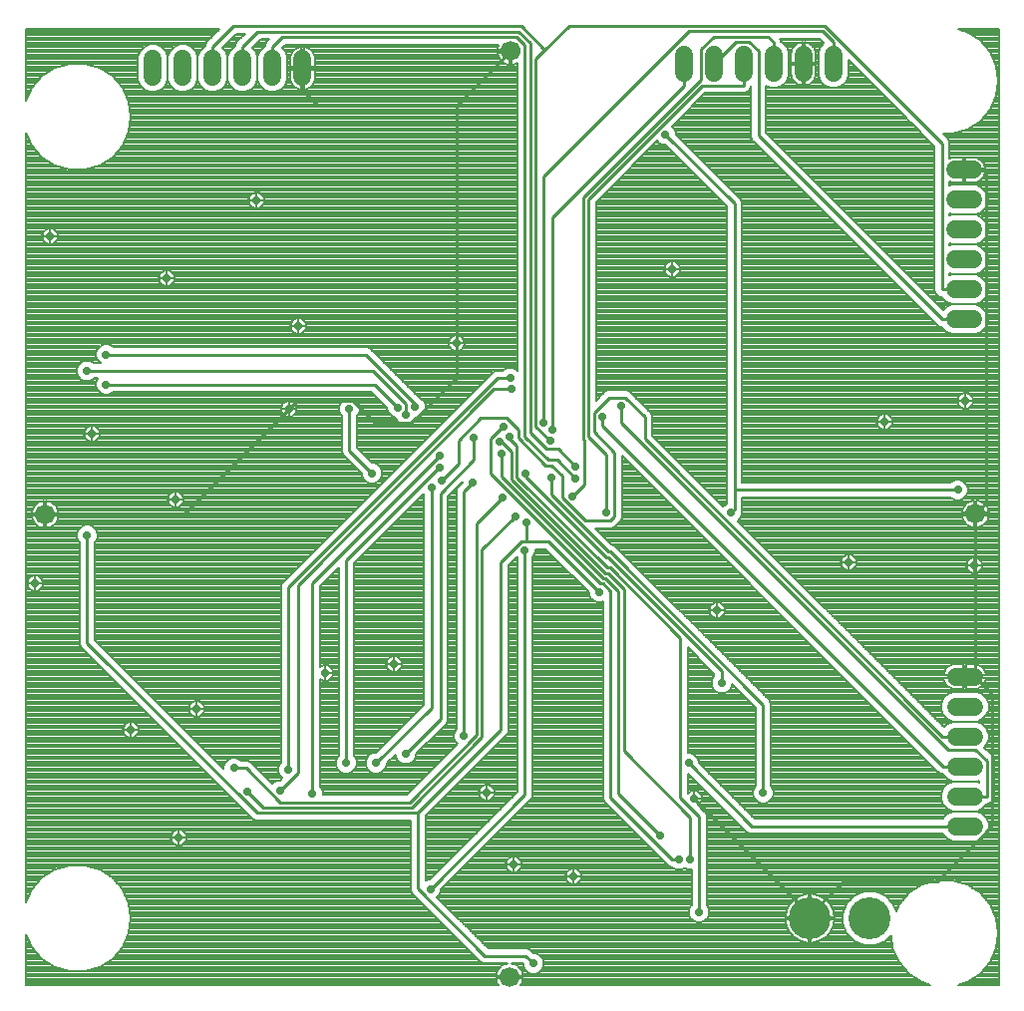
<source format=gbl>
G75*
%MOIN*%
%OFA0B0*%
%FSLAX25Y25*%
%IPPOS*%
%LPD*%
%AMOC8*
5,1,8,0,0,1.08239X$1,22.5*
%
%ADD10C,0.14000*%
%ADD11C,0.06000*%
%ADD12C,0.06693*%
%ADD13C,0.00800*%
%ADD14C,0.01000*%
%ADD15C,0.02900*%
D10*
X0298197Y0062197D03*
X0318197Y0062197D03*
D11*
X0346997Y0092997D02*
X0352997Y0092997D01*
X0352997Y0102997D02*
X0346997Y0102997D01*
X0346997Y0112997D02*
X0352997Y0112997D01*
X0352997Y0122997D02*
X0346997Y0122997D01*
X0346997Y0132997D02*
X0352997Y0132997D01*
X0352997Y0142997D02*
X0346997Y0142997D01*
X0346697Y0262397D02*
X0352697Y0262397D01*
X0352697Y0272397D02*
X0346697Y0272397D01*
X0346697Y0282397D02*
X0352697Y0282397D01*
X0352697Y0292397D02*
X0346697Y0292397D01*
X0346697Y0302397D02*
X0352697Y0302397D01*
X0352697Y0312397D02*
X0346697Y0312397D01*
X0306034Y0344860D02*
X0306034Y0350860D01*
X0296034Y0350860D02*
X0296034Y0344860D01*
X0286034Y0344860D02*
X0286034Y0350860D01*
X0276034Y0350860D02*
X0276034Y0344860D01*
X0266034Y0344860D02*
X0266034Y0350860D01*
X0256034Y0350860D02*
X0256034Y0344860D01*
X0128597Y0343397D02*
X0128597Y0349397D01*
X0118597Y0349397D02*
X0118597Y0343397D01*
X0108597Y0343397D02*
X0108597Y0349397D01*
X0098597Y0349397D02*
X0098597Y0343397D01*
X0088597Y0343397D02*
X0088597Y0349397D01*
X0078597Y0349397D02*
X0078597Y0343397D01*
D12*
X0198197Y0352097D03*
X0353497Y0197397D03*
X0197797Y0042597D03*
X0042497Y0197197D03*
D13*
X0035997Y0056970D02*
X0035997Y0039997D01*
X0194082Y0039997D01*
X0193919Y0040221D01*
X0193595Y0040856D01*
X0193375Y0041535D01*
X0193270Y0042197D01*
X0197397Y0042197D01*
X0197397Y0042997D01*
X0193270Y0042997D01*
X0193375Y0043659D01*
X0193595Y0044337D01*
X0193919Y0044973D01*
X0194339Y0045550D01*
X0194843Y0046055D01*
X0195421Y0046475D01*
X0196056Y0046799D01*
X0196735Y0047019D01*
X0197129Y0047081D01*
X0189102Y0047081D01*
X0188183Y0047462D01*
X0187479Y0048165D01*
X0165022Y0070623D01*
X0164641Y0071542D01*
X0164641Y0094905D01*
X0113005Y0094905D01*
X0112086Y0095285D01*
X0111383Y0095989D01*
X0054459Y0152912D01*
X0054079Y0153831D01*
X0054079Y0187913D01*
X0053654Y0188337D01*
X0053129Y0189605D01*
X0053129Y0190978D01*
X0053654Y0192246D01*
X0054624Y0193216D01*
X0055892Y0193742D01*
X0057265Y0193742D01*
X0058533Y0193216D01*
X0059503Y0192246D01*
X0060029Y0190978D01*
X0060029Y0189605D01*
X0059503Y0188337D01*
X0059079Y0187913D01*
X0059079Y0155364D01*
X0102179Y0112263D01*
X0102179Y0113060D01*
X0102704Y0114328D01*
X0103675Y0115299D01*
X0104943Y0115824D01*
X0106315Y0115824D01*
X0107583Y0115299D01*
X0108008Y0114874D01*
X0110206Y0114874D01*
X0111125Y0114493D01*
X0118472Y0107146D01*
X0119134Y0107809D01*
X0120402Y0108334D01*
X0121003Y0108334D01*
X0121746Y0109078D01*
X0120971Y0109853D01*
X0120446Y0111121D01*
X0120446Y0112493D01*
X0120971Y0113761D01*
X0121396Y0114186D01*
X0121396Y0173447D01*
X0121777Y0174366D01*
X0192334Y0244923D01*
X0193253Y0245304D01*
X0195589Y0245304D01*
X0196014Y0245729D01*
X0197282Y0246254D01*
X0198654Y0246254D01*
X0199922Y0245729D01*
X0200411Y0245240D01*
X0200411Y0348137D01*
X0199937Y0347895D01*
X0199259Y0347675D01*
X0198597Y0347570D01*
X0198597Y0351697D01*
X0197797Y0351697D01*
X0197797Y0347570D01*
X0197135Y0347675D01*
X0196456Y0347895D01*
X0195821Y0348219D01*
X0195243Y0348639D01*
X0194739Y0349143D01*
X0194319Y0349721D01*
X0193995Y0350356D01*
X0193775Y0351035D01*
X0193670Y0351697D01*
X0197797Y0351697D01*
X0197797Y0352497D01*
X0193670Y0352497D01*
X0193775Y0353159D01*
X0193995Y0353837D01*
X0194202Y0354244D01*
X0122679Y0354244D01*
X0121750Y0353315D01*
X0122836Y0352229D01*
X0123597Y0350391D01*
X0123597Y0342402D01*
X0122836Y0340565D01*
X0121429Y0339158D01*
X0119591Y0338397D01*
X0117602Y0338397D01*
X0115765Y0339158D01*
X0114358Y0340565D01*
X0113597Y0342402D01*
X0113597Y0350391D01*
X0114358Y0352229D01*
X0115765Y0353636D01*
X0116097Y0353773D01*
X0116097Y0354195D01*
X0116477Y0355113D01*
X0117181Y0355817D01*
X0117544Y0356180D01*
X0114615Y0356180D01*
X0111750Y0353315D01*
X0112836Y0352229D01*
X0113597Y0350391D01*
X0113597Y0342402D01*
X0112836Y0340565D01*
X0111429Y0339158D01*
X0109591Y0338397D01*
X0107602Y0338397D01*
X0105765Y0339158D01*
X0104358Y0340565D01*
X0103597Y0342402D01*
X0103597Y0350391D01*
X0104358Y0352229D01*
X0105765Y0353636D01*
X0106097Y0353773D01*
X0106097Y0354195D01*
X0106477Y0355113D01*
X0107181Y0355817D01*
X0109344Y0357980D01*
X0106415Y0357980D01*
X0101750Y0353315D01*
X0102836Y0352229D01*
X0103597Y0350391D01*
X0103597Y0342402D01*
X0102836Y0340565D01*
X0101429Y0339158D01*
X0099591Y0338397D01*
X0097602Y0338397D01*
X0095765Y0339158D01*
X0094358Y0340565D01*
X0093597Y0342402D01*
X0093597Y0350391D01*
X0092836Y0352229D01*
X0091429Y0353636D01*
X0089591Y0354397D01*
X0087602Y0354397D01*
X0085765Y0353636D01*
X0084358Y0352229D01*
X0083597Y0350391D01*
X0083597Y0342402D01*
X0084358Y0340565D01*
X0085765Y0339158D01*
X0087602Y0338397D01*
X0089591Y0338397D01*
X0091429Y0339158D01*
X0092836Y0340565D01*
X0093597Y0342402D01*
X0093597Y0350391D01*
X0094358Y0352229D01*
X0095765Y0353636D01*
X0096097Y0353773D01*
X0096097Y0354195D01*
X0096477Y0355113D01*
X0097181Y0355817D01*
X0097181Y0355817D01*
X0100761Y0359397D01*
X0035997Y0359397D01*
X0035997Y0335423D01*
X0038054Y0339928D01*
X0038054Y0339928D01*
X0041409Y0343800D01*
X0041409Y0343800D01*
X0041409Y0343800D01*
X0045719Y0346570D01*
X0045719Y0346570D01*
X0050635Y0348014D01*
X0055759Y0348014D01*
X0055759Y0348014D01*
X0060674Y0346570D01*
X0064984Y0343800D01*
X0068339Y0339928D01*
X0068339Y0339928D01*
X0070468Y0335268D01*
X0070468Y0335268D01*
X0071197Y0330197D01*
X0070468Y0325126D01*
X0070468Y0325126D01*
X0068339Y0320465D01*
X0068339Y0320465D01*
X0064984Y0316593D01*
X0064984Y0316593D01*
X0060674Y0313823D01*
X0060674Y0313823D01*
X0055759Y0312380D01*
X0050635Y0312380D01*
X0045719Y0313823D01*
X0045719Y0313823D01*
X0041409Y0316593D01*
X0041409Y0316593D01*
X0038054Y0320465D01*
X0038054Y0320465D01*
X0035997Y0324970D01*
X0035997Y0067423D01*
X0038054Y0071928D01*
X0038054Y0071928D01*
X0041409Y0075800D01*
X0041409Y0075800D01*
X0041409Y0075800D01*
X0045719Y0078570D01*
X0045719Y0078570D01*
X0050635Y0080014D01*
X0055759Y0080014D01*
X0060674Y0078570D01*
X0060674Y0078570D01*
X0064984Y0075800D01*
X0064984Y0075800D01*
X0068339Y0071928D01*
X0068339Y0071928D01*
X0070468Y0067268D01*
X0070468Y0067268D01*
X0071197Y0062197D01*
X0070468Y0057126D01*
X0070468Y0057126D01*
X0068339Y0052465D01*
X0068339Y0052465D01*
X0064984Y0048593D01*
X0064984Y0048593D01*
X0060674Y0045823D01*
X0060674Y0045823D01*
X0055759Y0044380D01*
X0050635Y0044380D01*
X0045719Y0045823D01*
X0045719Y0045823D01*
X0041409Y0048593D01*
X0041409Y0048593D01*
X0038054Y0052465D01*
X0038054Y0052465D01*
X0035997Y0056970D01*
X0035997Y0056361D02*
X0036275Y0056361D01*
X0035997Y0055563D02*
X0036640Y0055563D01*
X0037004Y0054764D02*
X0035997Y0054764D01*
X0035997Y0053966D02*
X0037369Y0053966D01*
X0037734Y0053167D02*
X0035997Y0053167D01*
X0035997Y0052369D02*
X0038138Y0052369D01*
X0038830Y0051570D02*
X0035997Y0051570D01*
X0035997Y0050772D02*
X0039522Y0050772D01*
X0040214Y0049973D02*
X0035997Y0049973D01*
X0035997Y0049175D02*
X0040906Y0049175D01*
X0041748Y0048376D02*
X0035997Y0048376D01*
X0035997Y0047577D02*
X0042990Y0047577D01*
X0044233Y0046779D02*
X0035997Y0046779D01*
X0035997Y0045980D02*
X0045475Y0045980D01*
X0047904Y0045182D02*
X0035997Y0045182D01*
X0035997Y0044383D02*
X0050624Y0044383D01*
X0055770Y0044383D02*
X0193619Y0044383D01*
X0193363Y0043585D02*
X0035997Y0043585D01*
X0035997Y0042786D02*
X0197397Y0042786D01*
X0198197Y0042786D02*
X0332665Y0042786D01*
X0333907Y0041988D02*
X0202291Y0041988D01*
X0202324Y0042197D02*
X0198197Y0042197D01*
X0198197Y0042997D01*
X0202324Y0042997D01*
X0202219Y0043659D01*
X0201999Y0044337D01*
X0201675Y0044973D01*
X0201255Y0045550D01*
X0200750Y0046055D01*
X0200173Y0046475D01*
X0199537Y0046799D01*
X0198859Y0047019D01*
X0198464Y0047081D01*
X0202223Y0047081D01*
X0202297Y0047008D01*
X0202297Y0046407D01*
X0202822Y0045139D01*
X0203793Y0044169D01*
X0205061Y0043643D01*
X0206433Y0043643D01*
X0207701Y0044169D01*
X0208672Y0045139D01*
X0209197Y0046407D01*
X0209197Y0047780D01*
X0208672Y0049048D01*
X0207701Y0050018D01*
X0206433Y0050543D01*
X0205833Y0050543D01*
X0204675Y0051701D01*
X0203756Y0052081D01*
X0190634Y0052081D01*
X0173535Y0069181D01*
X0174267Y0069913D01*
X0174792Y0071181D01*
X0174792Y0071781D01*
X0205058Y0102048D01*
X0205439Y0102966D01*
X0205439Y0182955D01*
X0205864Y0183380D01*
X0206389Y0184648D01*
X0206389Y0185693D01*
X0209884Y0185693D01*
X0224369Y0171208D01*
X0224369Y0170607D01*
X0224894Y0169339D01*
X0225865Y0168369D01*
X0227133Y0167843D01*
X0228505Y0167843D01*
X0228970Y0168036D01*
X0228970Y0102050D01*
X0229350Y0101131D01*
X0250075Y0080406D01*
X0250778Y0079703D01*
X0251697Y0079322D01*
X0252077Y0079322D01*
X0252502Y0078898D01*
X0253770Y0078372D01*
X0255143Y0078372D01*
X0256316Y0078859D01*
X0257490Y0078372D01*
X0258655Y0078372D01*
X0258655Y0066686D01*
X0258230Y0066262D01*
X0257705Y0064994D01*
X0257705Y0063621D01*
X0258230Y0062353D01*
X0259200Y0061383D01*
X0260468Y0060857D01*
X0261841Y0060857D01*
X0263109Y0061383D01*
X0264079Y0062353D01*
X0264605Y0063621D01*
X0264605Y0064994D01*
X0264079Y0066262D01*
X0263655Y0066686D01*
X0263655Y0096627D01*
X0263274Y0097546D01*
X0262571Y0098249D01*
X0260777Y0100043D01*
X0261107Y0100264D01*
X0261474Y0100631D01*
X0261763Y0101063D01*
X0261962Y0101543D01*
X0262063Y0102052D01*
X0262063Y0102312D01*
X0259426Y0102312D01*
X0259426Y0102312D01*
X0262063Y0102312D01*
X0262063Y0102572D01*
X0261962Y0103081D01*
X0261763Y0103561D01*
X0261474Y0103993D01*
X0261107Y0104361D01*
X0260675Y0104649D01*
X0260195Y0104848D01*
X0259685Y0104950D01*
X0259426Y0104950D01*
X0259426Y0102312D01*
X0259426Y0102312D01*
X0259426Y0104950D01*
X0259166Y0104950D01*
X0258656Y0104848D01*
X0258176Y0104649D01*
X0257744Y0104361D01*
X0257377Y0103993D01*
X0257365Y0103975D01*
X0257365Y0110590D01*
X0257556Y0110590D01*
X0277268Y0090877D01*
X0278187Y0090497D01*
X0342620Y0090497D01*
X0342758Y0090165D01*
X0344165Y0088758D01*
X0346002Y0087997D01*
X0353991Y0087997D01*
X0355829Y0088758D01*
X0357236Y0090165D01*
X0357997Y0092002D01*
X0357997Y0093991D01*
X0357236Y0095829D01*
X0355829Y0097236D01*
X0353991Y0097997D01*
X0355829Y0098758D01*
X0357236Y0100165D01*
X0357373Y0100497D01*
X0357795Y0100497D01*
X0358713Y0100877D01*
X0359417Y0101581D01*
X0359797Y0102500D01*
X0359797Y0115459D01*
X0359417Y0116378D01*
X0358713Y0117081D01*
X0356433Y0119362D01*
X0357236Y0120165D01*
X0357997Y0122002D01*
X0357997Y0123991D01*
X0357236Y0125829D01*
X0355829Y0127236D01*
X0353991Y0127997D01*
X0355829Y0128758D01*
X0357236Y0130165D01*
X0357997Y0132002D01*
X0357997Y0133991D01*
X0357236Y0135829D01*
X0355829Y0137236D01*
X0353991Y0137997D01*
X0346002Y0137997D01*
X0344165Y0137236D01*
X0342758Y0135829D01*
X0341997Y0133991D01*
X0341997Y0132002D01*
X0342758Y0130165D01*
X0344165Y0128758D01*
X0346002Y0127997D01*
X0353991Y0127997D01*
X0346002Y0127997D01*
X0344165Y0127236D01*
X0343011Y0126082D01*
X0274069Y0195024D01*
X0274829Y0195784D01*
X0275355Y0197052D01*
X0275355Y0198037D01*
X0275463Y0198300D01*
X0275463Y0202912D01*
X0345259Y0202912D01*
X0345684Y0202487D01*
X0346952Y0201962D01*
X0348324Y0201962D01*
X0349592Y0202487D01*
X0350563Y0203458D01*
X0351088Y0204726D01*
X0351088Y0206098D01*
X0350563Y0207366D01*
X0349592Y0208337D01*
X0348324Y0208862D01*
X0346952Y0208862D01*
X0345684Y0208337D01*
X0345259Y0207912D01*
X0275463Y0207912D01*
X0275463Y0301661D01*
X0275083Y0302580D01*
X0274380Y0303283D01*
X0253297Y0324365D01*
X0253297Y0324966D01*
X0252772Y0326234D01*
X0252069Y0326936D01*
X0263193Y0338059D01*
X0276531Y0338059D01*
X0277450Y0338440D01*
X0278153Y0339143D01*
X0278534Y0340062D01*
X0278534Y0340483D01*
X0278534Y0340483D01*
X0278534Y0323262D01*
X0278914Y0322343D01*
X0279618Y0321640D01*
X0340980Y0260277D01*
X0341899Y0259897D01*
X0342320Y0259897D01*
X0342458Y0259565D01*
X0343865Y0258158D01*
X0345702Y0257397D01*
X0353691Y0257397D01*
X0355529Y0258158D01*
X0356936Y0259565D01*
X0357697Y0261402D01*
X0357697Y0263391D01*
X0356936Y0265229D01*
X0355529Y0266636D01*
X0353691Y0267397D01*
X0355529Y0268158D01*
X0356936Y0269565D01*
X0357697Y0271402D01*
X0357697Y0273391D01*
X0356936Y0275229D01*
X0355529Y0276636D01*
X0353691Y0277397D01*
X0355529Y0278158D01*
X0356936Y0279565D01*
X0357697Y0281402D01*
X0357697Y0283391D01*
X0356936Y0285229D01*
X0355529Y0286636D01*
X0353691Y0287397D01*
X0355529Y0288158D01*
X0356936Y0289565D01*
X0357697Y0291402D01*
X0357697Y0293391D01*
X0356936Y0295229D01*
X0355529Y0296636D01*
X0353691Y0297397D01*
X0355529Y0298158D01*
X0356936Y0299565D01*
X0357697Y0301402D01*
X0357697Y0303391D01*
X0356936Y0305229D01*
X0355529Y0306636D01*
X0353691Y0307397D01*
X0345702Y0307397D01*
X0344896Y0307063D01*
X0344896Y0308615D01*
X0345089Y0308516D01*
X0345716Y0308313D01*
X0346367Y0308209D01*
X0349297Y0308209D01*
X0349297Y0311997D01*
X0350097Y0311997D01*
X0350097Y0312797D01*
X0349297Y0312797D01*
X0349297Y0316584D01*
X0346367Y0316584D01*
X0345716Y0316481D01*
X0345089Y0316277D01*
X0344896Y0316179D01*
X0344896Y0321842D01*
X0344516Y0322761D01*
X0342897Y0324380D01*
X0345759Y0324380D01*
X0350674Y0325823D01*
X0354984Y0328593D01*
X0354984Y0328593D01*
X0358339Y0332465D01*
X0360468Y0337126D01*
X0361197Y0342197D01*
X0360468Y0347268D01*
X0358339Y0351928D01*
X0354984Y0355800D01*
X0350674Y0358570D01*
X0347859Y0359397D01*
X0361397Y0359397D01*
X0361397Y0039997D01*
X0347859Y0039997D01*
X0350674Y0040823D01*
X0354984Y0043593D01*
X0354984Y0043593D01*
X0358339Y0047465D01*
X0360468Y0052126D01*
X0361197Y0057197D01*
X0360468Y0062268D01*
X0358339Y0066928D01*
X0354984Y0070800D01*
X0350674Y0073570D01*
X0345759Y0075014D01*
X0340635Y0075014D01*
X0335719Y0073570D01*
X0331409Y0070800D01*
X0328054Y0066928D01*
X0326966Y0064545D01*
X0325827Y0067295D01*
X0323295Y0069827D01*
X0319987Y0071197D01*
X0316407Y0071197D01*
X0313099Y0069827D01*
X0310567Y0067295D01*
X0309197Y0063987D01*
X0309197Y0060407D01*
X0310567Y0057099D01*
X0313099Y0054567D01*
X0316407Y0053197D01*
X0319987Y0053197D01*
X0323295Y0054567D01*
X0325288Y0056560D01*
X0325926Y0052126D01*
X0325926Y0052126D01*
X0328054Y0047465D01*
X0331409Y0043593D01*
X0331409Y0043593D01*
X0335719Y0040823D01*
X0335719Y0040823D01*
X0338535Y0039997D01*
X0201512Y0039997D01*
X0201675Y0040221D01*
X0201999Y0040856D01*
X0202219Y0041535D01*
X0202324Y0042197D01*
X0202107Y0041189D02*
X0335150Y0041189D01*
X0337193Y0040391D02*
X0201761Y0040391D01*
X0202231Y0043585D02*
X0331422Y0043585D01*
X0330725Y0044383D02*
X0207916Y0044383D01*
X0208690Y0045182D02*
X0330033Y0045182D01*
X0329341Y0045980D02*
X0209021Y0045980D01*
X0209197Y0046779D02*
X0328649Y0046779D01*
X0328054Y0047465D02*
X0328054Y0047465D01*
X0328003Y0047577D02*
X0209197Y0047577D01*
X0208950Y0048376D02*
X0327638Y0048376D01*
X0327274Y0049175D02*
X0208545Y0049175D01*
X0207747Y0049973D02*
X0326909Y0049973D01*
X0326544Y0050772D02*
X0205605Y0050772D01*
X0204806Y0051570D02*
X0326180Y0051570D01*
X0325891Y0052369D02*
X0190347Y0052369D01*
X0189549Y0053167D02*
X0325776Y0053167D01*
X0325661Y0053966D02*
X0321843Y0053966D01*
X0323492Y0054764D02*
X0325547Y0054764D01*
X0325432Y0055563D02*
X0324291Y0055563D01*
X0325089Y0056361D02*
X0325317Y0056361D01*
X0326717Y0065145D02*
X0327240Y0065145D01*
X0327604Y0065943D02*
X0326387Y0065943D01*
X0326056Y0066742D02*
X0327969Y0066742D01*
X0328054Y0066928D02*
X0328054Y0066928D01*
X0328584Y0067540D02*
X0325581Y0067540D01*
X0324783Y0068339D02*
X0329276Y0068339D01*
X0329968Y0069137D02*
X0323984Y0069137D01*
X0323031Y0069936D02*
X0330660Y0069936D01*
X0331352Y0070734D02*
X0321104Y0070734D01*
X0315290Y0070734D02*
X0263655Y0070734D01*
X0263655Y0069936D02*
X0295486Y0069936D01*
X0295559Y0069966D02*
X0294568Y0069556D01*
X0293638Y0069019D01*
X0292787Y0068366D01*
X0292028Y0067607D01*
X0291375Y0066755D01*
X0290838Y0065826D01*
X0290427Y0064834D01*
X0290150Y0063798D01*
X0290009Y0062733D01*
X0290009Y0062597D01*
X0297797Y0062597D01*
X0297797Y0070384D01*
X0297660Y0070384D01*
X0296596Y0070244D01*
X0295559Y0069966D01*
X0293843Y0069137D02*
X0263655Y0069137D01*
X0263655Y0068339D02*
X0292760Y0068339D01*
X0291977Y0067540D02*
X0263655Y0067540D01*
X0263655Y0066742D02*
X0291367Y0066742D01*
X0290906Y0065943D02*
X0264211Y0065943D01*
X0264542Y0065145D02*
X0290556Y0065145D01*
X0290297Y0064346D02*
X0264605Y0064346D01*
X0264574Y0063548D02*
X0290117Y0063548D01*
X0290012Y0062749D02*
X0264243Y0062749D01*
X0263677Y0061951D02*
X0297797Y0061951D01*
X0297797Y0061797D02*
X0290009Y0061797D01*
X0290009Y0061660D01*
X0290150Y0060596D01*
X0290427Y0059559D01*
X0290838Y0058568D01*
X0291375Y0057638D01*
X0292028Y0056787D01*
X0292787Y0056028D01*
X0293638Y0055375D01*
X0294568Y0054838D01*
X0295559Y0054427D01*
X0296596Y0054150D01*
X0297660Y0054009D01*
X0297797Y0054009D01*
X0297797Y0061797D01*
X0298597Y0061797D01*
X0298597Y0062597D01*
X0306384Y0062597D01*
X0306384Y0062733D01*
X0306244Y0063798D01*
X0305966Y0064834D01*
X0305556Y0065826D01*
X0305019Y0066755D01*
X0304366Y0067607D01*
X0303607Y0068366D01*
X0302755Y0069019D01*
X0301826Y0069556D01*
X0300834Y0069966D01*
X0299798Y0070244D01*
X0298733Y0070384D01*
X0298597Y0070384D01*
X0298597Y0062597D01*
X0297797Y0062597D01*
X0297797Y0061797D01*
X0297797Y0061152D02*
X0298597Y0061152D01*
X0298597Y0061797D02*
X0298597Y0054009D01*
X0298733Y0054009D01*
X0299798Y0054150D01*
X0300834Y0054427D01*
X0301826Y0054838D01*
X0302755Y0055375D01*
X0303607Y0056028D01*
X0304366Y0056787D01*
X0305019Y0057638D01*
X0305556Y0058568D01*
X0305966Y0059559D01*
X0306244Y0060596D01*
X0306384Y0061660D01*
X0306384Y0061797D01*
X0298597Y0061797D01*
X0298597Y0061951D02*
X0309197Y0061951D01*
X0309197Y0062749D02*
X0306382Y0062749D01*
X0306277Y0063548D02*
X0309197Y0063548D01*
X0309346Y0064346D02*
X0306097Y0064346D01*
X0305838Y0065145D02*
X0309676Y0065145D01*
X0310007Y0065943D02*
X0305488Y0065943D01*
X0305027Y0066742D02*
X0310338Y0066742D01*
X0310812Y0067540D02*
X0304417Y0067540D01*
X0303634Y0068339D02*
X0311611Y0068339D01*
X0312409Y0069137D02*
X0302550Y0069137D01*
X0300908Y0069936D02*
X0313362Y0069936D01*
X0309197Y0061152D02*
X0306317Y0061152D01*
X0306179Y0060354D02*
X0309219Y0060354D01*
X0309550Y0059555D02*
X0305965Y0059555D01*
X0305634Y0058757D02*
X0309880Y0058757D01*
X0310211Y0057958D02*
X0305204Y0057958D01*
X0304652Y0057160D02*
X0310542Y0057160D01*
X0311305Y0056361D02*
X0303940Y0056361D01*
X0303000Y0055563D02*
X0312103Y0055563D01*
X0312902Y0054764D02*
X0301647Y0054764D01*
X0298597Y0054764D02*
X0297797Y0054764D01*
X0297797Y0055563D02*
X0298597Y0055563D01*
X0298597Y0056361D02*
X0297797Y0056361D01*
X0297797Y0057160D02*
X0298597Y0057160D01*
X0298597Y0057958D02*
X0297797Y0057958D01*
X0297797Y0058757D02*
X0298597Y0058757D01*
X0298597Y0059555D02*
X0297797Y0059555D01*
X0297797Y0060354D02*
X0298597Y0060354D01*
X0298597Y0062749D02*
X0297797Y0062749D01*
X0297797Y0063548D02*
X0298597Y0063548D01*
X0298597Y0064346D02*
X0297797Y0064346D01*
X0297797Y0065145D02*
X0298597Y0065145D01*
X0298597Y0065943D02*
X0297797Y0065943D01*
X0297797Y0066742D02*
X0298597Y0066742D01*
X0298597Y0067540D02*
X0297797Y0067540D01*
X0297797Y0068339D02*
X0298597Y0068339D01*
X0298597Y0069137D02*
X0297797Y0069137D01*
X0297797Y0069936D02*
X0298597Y0069936D01*
X0290076Y0061152D02*
X0262552Y0061152D01*
X0259757Y0061152D02*
X0181564Y0061152D01*
X0182362Y0060354D02*
X0290214Y0060354D01*
X0290429Y0059555D02*
X0183161Y0059555D01*
X0183959Y0058757D02*
X0290760Y0058757D01*
X0291190Y0057958D02*
X0184758Y0057958D01*
X0185556Y0057160D02*
X0291742Y0057160D01*
X0292454Y0056361D02*
X0186355Y0056361D01*
X0187153Y0055563D02*
X0293393Y0055563D01*
X0294746Y0054764D02*
X0187952Y0054764D01*
X0188750Y0053966D02*
X0314551Y0053966D01*
X0331409Y0070800D02*
X0331409Y0070800D01*
X0331409Y0070800D01*
X0332549Y0071533D02*
X0263655Y0071533D01*
X0263655Y0072331D02*
X0333792Y0072331D01*
X0335034Y0073130D02*
X0263655Y0073130D01*
X0263655Y0073928D02*
X0336939Y0073928D01*
X0335719Y0073570D02*
X0335719Y0073570D01*
X0339659Y0074727D02*
X0263655Y0074727D01*
X0263655Y0075525D02*
X0361397Y0075525D01*
X0361397Y0074727D02*
X0346735Y0074727D01*
X0349455Y0073928D02*
X0361397Y0073928D01*
X0361397Y0073130D02*
X0351360Y0073130D01*
X0350674Y0073570D02*
X0350674Y0073570D01*
X0352602Y0072331D02*
X0361397Y0072331D01*
X0361397Y0071533D02*
X0353845Y0071533D01*
X0354984Y0070800D02*
X0354984Y0070800D01*
X0355042Y0070734D02*
X0361397Y0070734D01*
X0361397Y0069936D02*
X0355733Y0069936D01*
X0356425Y0069137D02*
X0361397Y0069137D01*
X0361397Y0068339D02*
X0357117Y0068339D01*
X0357809Y0067540D02*
X0361397Y0067540D01*
X0361397Y0066742D02*
X0358425Y0066742D01*
X0358339Y0066928D02*
X0358339Y0066928D01*
X0358789Y0065943D02*
X0361397Y0065943D01*
X0361397Y0065145D02*
X0359154Y0065145D01*
X0359519Y0064346D02*
X0361397Y0064346D01*
X0361397Y0063548D02*
X0359883Y0063548D01*
X0360248Y0062749D02*
X0361397Y0062749D01*
X0361397Y0061951D02*
X0360513Y0061951D01*
X0360468Y0062268D02*
X0360468Y0062268D01*
X0360628Y0061152D02*
X0361397Y0061152D01*
X0361397Y0060354D02*
X0360743Y0060354D01*
X0360858Y0059555D02*
X0361397Y0059555D01*
X0361397Y0058757D02*
X0360973Y0058757D01*
X0361087Y0057958D02*
X0361397Y0057958D01*
X0361397Y0057160D02*
X0361191Y0057160D01*
X0361077Y0056361D02*
X0361397Y0056361D01*
X0361397Y0055563D02*
X0360962Y0055563D01*
X0360847Y0054764D02*
X0361397Y0054764D01*
X0361397Y0053966D02*
X0360732Y0053966D01*
X0360617Y0053167D02*
X0361397Y0053167D01*
X0361397Y0052369D02*
X0360503Y0052369D01*
X0360468Y0052126D02*
X0360468Y0052126D01*
X0360214Y0051570D02*
X0361397Y0051570D01*
X0361397Y0050772D02*
X0359849Y0050772D01*
X0359485Y0049973D02*
X0361397Y0049973D01*
X0361397Y0049175D02*
X0359120Y0049175D01*
X0358755Y0048376D02*
X0361397Y0048376D01*
X0361397Y0047577D02*
X0358391Y0047577D01*
X0358339Y0047465D02*
X0358339Y0047465D01*
X0357745Y0046779D02*
X0361397Y0046779D01*
X0361397Y0045980D02*
X0357053Y0045980D01*
X0356361Y0045182D02*
X0361397Y0045182D01*
X0361397Y0044383D02*
X0355669Y0044383D01*
X0354984Y0043593D02*
X0354984Y0043593D01*
X0354971Y0043585D02*
X0361397Y0043585D01*
X0361397Y0042786D02*
X0353729Y0042786D01*
X0352486Y0041988D02*
X0361397Y0041988D01*
X0361397Y0041189D02*
X0351244Y0041189D01*
X0350674Y0040823D02*
X0350674Y0040823D01*
X0349201Y0040391D02*
X0361397Y0040391D01*
X0361397Y0076324D02*
X0263655Y0076324D01*
X0263655Y0077122D02*
X0361397Y0077122D01*
X0361397Y0077921D02*
X0263655Y0077921D01*
X0263655Y0078719D02*
X0361397Y0078719D01*
X0361397Y0079518D02*
X0263655Y0079518D01*
X0263655Y0080316D02*
X0361397Y0080316D01*
X0361397Y0081115D02*
X0263655Y0081115D01*
X0263655Y0081913D02*
X0361397Y0081913D01*
X0361397Y0082712D02*
X0263655Y0082712D01*
X0263655Y0083510D02*
X0361397Y0083510D01*
X0361397Y0084309D02*
X0263655Y0084309D01*
X0263655Y0085108D02*
X0361397Y0085108D01*
X0361397Y0085906D02*
X0263655Y0085906D01*
X0263655Y0086705D02*
X0361397Y0086705D01*
X0361397Y0087503D02*
X0263655Y0087503D01*
X0263655Y0088302D02*
X0345267Y0088302D01*
X0343823Y0089100D02*
X0263655Y0089100D01*
X0263655Y0089899D02*
X0343024Y0089899D01*
X0342620Y0095497D02*
X0279720Y0095497D01*
X0261092Y0114125D01*
X0261092Y0114726D01*
X0260566Y0115994D01*
X0259596Y0116965D01*
X0258328Y0117490D01*
X0257365Y0117490D01*
X0257365Y0152794D01*
X0266243Y0143916D01*
X0266243Y0143278D01*
X0265819Y0142853D01*
X0265293Y0141585D01*
X0265293Y0140213D01*
X0265819Y0138945D01*
X0266789Y0137974D01*
X0268057Y0137449D01*
X0269430Y0137449D01*
X0270698Y0137974D01*
X0271668Y0138945D01*
X0272193Y0140213D01*
X0272193Y0140513D01*
X0280066Y0132640D01*
X0280066Y0106456D01*
X0279641Y0106031D01*
X0279116Y0104763D01*
X0279116Y0103391D01*
X0279641Y0102122D01*
X0280612Y0101152D01*
X0281880Y0100627D01*
X0283252Y0100627D01*
X0284520Y0101152D01*
X0285491Y0102122D01*
X0286016Y0103391D01*
X0286016Y0104763D01*
X0285491Y0106031D01*
X0285066Y0106456D01*
X0285066Y0134173D01*
X0284686Y0135092D01*
X0283982Y0135795D01*
X0232811Y0186966D01*
X0231893Y0187346D01*
X0231671Y0187346D01*
X0226432Y0192585D01*
X0231895Y0192585D01*
X0232813Y0192966D01*
X0234298Y0194451D01*
X0235002Y0195154D01*
X0235382Y0196073D01*
X0235382Y0216775D01*
X0340577Y0111581D01*
X0341280Y0110877D01*
X0342199Y0110497D01*
X0342620Y0110497D01*
X0342758Y0110165D01*
X0344165Y0108758D01*
X0346002Y0107997D01*
X0353991Y0107997D01*
X0346002Y0107997D01*
X0344165Y0107236D01*
X0342758Y0105829D01*
X0341997Y0103991D01*
X0341997Y0102002D01*
X0342758Y0100165D01*
X0344165Y0098758D01*
X0346002Y0097997D01*
X0353991Y0097997D01*
X0346002Y0097997D01*
X0344165Y0097236D01*
X0342758Y0095829D01*
X0342620Y0095497D01*
X0343216Y0096287D02*
X0278930Y0096287D01*
X0278132Y0097085D02*
X0344014Y0097085D01*
X0344348Y0098682D02*
X0276535Y0098682D01*
X0277333Y0097884D02*
X0345729Y0097884D01*
X0343442Y0099481D02*
X0275736Y0099481D01*
X0274938Y0100279D02*
X0342711Y0100279D01*
X0342380Y0101078D02*
X0284341Y0101078D01*
X0285245Y0101876D02*
X0342049Y0101876D01*
X0341997Y0102675D02*
X0285720Y0102675D01*
X0286016Y0103473D02*
X0341997Y0103473D01*
X0342113Y0104272D02*
X0286016Y0104272D01*
X0285889Y0105070D02*
X0342444Y0105070D01*
X0342798Y0105869D02*
X0285558Y0105869D01*
X0285066Y0106667D02*
X0343596Y0106667D01*
X0344720Y0107466D02*
X0285066Y0107466D01*
X0285066Y0108264D02*
X0345356Y0108264D01*
X0343860Y0109063D02*
X0285066Y0109063D01*
X0285066Y0109861D02*
X0343061Y0109861D01*
X0341806Y0110660D02*
X0285066Y0110660D01*
X0285066Y0111458D02*
X0340699Y0111458D01*
X0339901Y0112257D02*
X0285066Y0112257D01*
X0285066Y0113055D02*
X0339102Y0113055D01*
X0338304Y0113854D02*
X0285066Y0113854D01*
X0285066Y0114652D02*
X0337505Y0114652D01*
X0336707Y0115451D02*
X0285066Y0115451D01*
X0285066Y0116249D02*
X0335908Y0116249D01*
X0335110Y0117048D02*
X0285066Y0117048D01*
X0285066Y0117846D02*
X0334311Y0117846D01*
X0333513Y0118645D02*
X0285066Y0118645D01*
X0285066Y0119444D02*
X0332714Y0119444D01*
X0331916Y0120242D02*
X0285066Y0120242D01*
X0285066Y0121041D02*
X0331117Y0121041D01*
X0330319Y0121839D02*
X0285066Y0121839D01*
X0285066Y0122638D02*
X0329520Y0122638D01*
X0328722Y0123436D02*
X0285066Y0123436D01*
X0285066Y0124235D02*
X0327923Y0124235D01*
X0327125Y0125033D02*
X0285066Y0125033D01*
X0285066Y0125832D02*
X0326326Y0125832D01*
X0325528Y0126630D02*
X0285066Y0126630D01*
X0285066Y0127429D02*
X0324729Y0127429D01*
X0323931Y0128227D02*
X0285066Y0128227D01*
X0285066Y0129026D02*
X0323132Y0129026D01*
X0322334Y0129824D02*
X0285066Y0129824D01*
X0285066Y0130623D02*
X0321535Y0130623D01*
X0320737Y0131421D02*
X0285066Y0131421D01*
X0285066Y0132220D02*
X0319938Y0132220D01*
X0319140Y0133018D02*
X0285066Y0133018D01*
X0285066Y0133817D02*
X0318341Y0133817D01*
X0317543Y0134615D02*
X0284883Y0134615D01*
X0284363Y0135414D02*
X0316744Y0135414D01*
X0315945Y0136212D02*
X0283565Y0136212D01*
X0282766Y0137011D02*
X0315147Y0137011D01*
X0314348Y0137809D02*
X0281968Y0137809D01*
X0281169Y0138608D02*
X0313550Y0138608D01*
X0312751Y0139406D02*
X0280371Y0139406D01*
X0279572Y0140205D02*
X0311953Y0140205D01*
X0311154Y0141003D02*
X0278774Y0141003D01*
X0277975Y0141802D02*
X0310356Y0141802D01*
X0309557Y0142600D02*
X0277177Y0142600D01*
X0276378Y0143399D02*
X0308759Y0143399D01*
X0307960Y0144197D02*
X0275580Y0144197D01*
X0274781Y0144996D02*
X0307162Y0144996D01*
X0306363Y0145794D02*
X0273983Y0145794D01*
X0273184Y0146593D02*
X0305565Y0146593D01*
X0304766Y0147391D02*
X0272386Y0147391D01*
X0271587Y0148190D02*
X0303968Y0148190D01*
X0303169Y0148988D02*
X0270789Y0148988D01*
X0269990Y0149787D02*
X0302371Y0149787D01*
X0301572Y0150585D02*
X0269192Y0150585D01*
X0268393Y0151384D02*
X0300774Y0151384D01*
X0299975Y0152182D02*
X0267595Y0152182D01*
X0266796Y0152981D02*
X0299177Y0152981D01*
X0298378Y0153779D02*
X0265998Y0153779D01*
X0265199Y0154578D02*
X0297580Y0154578D01*
X0296781Y0155377D02*
X0264401Y0155377D01*
X0263602Y0156175D02*
X0295983Y0156175D01*
X0295184Y0156974D02*
X0262804Y0156974D01*
X0262005Y0157772D02*
X0294386Y0157772D01*
X0293587Y0158571D02*
X0261207Y0158571D01*
X0260408Y0159369D02*
X0292789Y0159369D01*
X0291990Y0160168D02*
X0259610Y0160168D01*
X0258811Y0160966D02*
X0291192Y0160966D01*
X0290393Y0161765D02*
X0258013Y0161765D01*
X0257214Y0162563D02*
X0266919Y0162563D01*
X0266937Y0162559D02*
X0267197Y0162559D01*
X0267457Y0162559D01*
X0267966Y0162661D01*
X0268446Y0162860D01*
X0268878Y0163148D01*
X0269245Y0163516D01*
X0269534Y0163948D01*
X0269733Y0164428D01*
X0269834Y0164937D01*
X0269834Y0165197D01*
X0269834Y0165457D01*
X0269733Y0165966D01*
X0269534Y0166446D01*
X0269245Y0166878D01*
X0268878Y0167245D01*
X0268446Y0167534D01*
X0267966Y0167733D01*
X0267457Y0167834D01*
X0267197Y0167834D01*
X0267197Y0165197D01*
X0269834Y0165197D01*
X0267197Y0165197D01*
X0267197Y0165197D01*
X0267197Y0165197D01*
X0267197Y0167834D01*
X0266937Y0167834D01*
X0266428Y0167733D01*
X0265948Y0167534D01*
X0265516Y0167245D01*
X0265148Y0166878D01*
X0264860Y0166446D01*
X0264661Y0165966D01*
X0264559Y0165457D01*
X0264559Y0165197D01*
X0267197Y0165197D01*
X0267197Y0162559D01*
X0267197Y0165197D01*
X0267197Y0165197D01*
X0267197Y0165197D01*
X0264559Y0165197D01*
X0264559Y0164937D01*
X0264661Y0164428D01*
X0264860Y0163948D01*
X0265148Y0163516D01*
X0265516Y0163148D01*
X0265948Y0162860D01*
X0266428Y0162661D01*
X0266937Y0162559D01*
X0267197Y0162563D02*
X0267197Y0162563D01*
X0267475Y0162563D02*
X0289595Y0162563D01*
X0288796Y0163362D02*
X0269091Y0163362D01*
X0269622Y0164160D02*
X0287998Y0164160D01*
X0287199Y0164959D02*
X0269834Y0164959D01*
X0269774Y0165757D02*
X0286401Y0165757D01*
X0285602Y0166556D02*
X0269461Y0166556D01*
X0268715Y0167354D02*
X0284804Y0167354D01*
X0284005Y0168153D02*
X0251625Y0168153D01*
X0252423Y0167354D02*
X0265678Y0167354D01*
X0264933Y0166556D02*
X0253222Y0166556D01*
X0254020Y0165757D02*
X0264619Y0165757D01*
X0264559Y0164959D02*
X0254819Y0164959D01*
X0255617Y0164160D02*
X0264772Y0164160D01*
X0265302Y0163362D02*
X0256416Y0163362D01*
X0250826Y0168951D02*
X0283207Y0168951D01*
X0282408Y0169750D02*
X0250028Y0169750D01*
X0249229Y0170548D02*
X0281610Y0170548D01*
X0280811Y0171347D02*
X0248430Y0171347D01*
X0247632Y0172145D02*
X0280012Y0172145D01*
X0279214Y0172944D02*
X0246833Y0172944D01*
X0246035Y0173742D02*
X0278415Y0173742D01*
X0277617Y0174541D02*
X0245236Y0174541D01*
X0244438Y0175339D02*
X0276818Y0175339D01*
X0276020Y0176138D02*
X0243639Y0176138D01*
X0242841Y0176936D02*
X0275221Y0176936D01*
X0274423Y0177735D02*
X0242042Y0177735D01*
X0241244Y0178533D02*
X0273624Y0178533D01*
X0272826Y0179332D02*
X0240445Y0179332D01*
X0239647Y0180130D02*
X0272027Y0180130D01*
X0271229Y0180929D02*
X0238848Y0180929D01*
X0238050Y0181727D02*
X0270430Y0181727D01*
X0269632Y0182526D02*
X0237251Y0182526D01*
X0236453Y0183324D02*
X0268833Y0183324D01*
X0268035Y0184123D02*
X0235654Y0184123D01*
X0234856Y0184921D02*
X0267236Y0184921D01*
X0266438Y0185720D02*
X0234057Y0185720D01*
X0233259Y0186518D02*
X0265639Y0186518D01*
X0264841Y0187317D02*
X0231964Y0187317D01*
X0230902Y0188115D02*
X0264042Y0188115D01*
X0263244Y0188914D02*
X0230103Y0188914D01*
X0229305Y0189712D02*
X0262445Y0189712D01*
X0261647Y0190511D02*
X0228506Y0190511D01*
X0227708Y0191310D02*
X0260848Y0191310D01*
X0260050Y0192108D02*
X0226909Y0192108D01*
X0232670Y0192907D02*
X0259251Y0192907D01*
X0258453Y0193705D02*
X0233552Y0193705D01*
X0234351Y0194504D02*
X0257654Y0194504D01*
X0256856Y0195302D02*
X0235063Y0195302D01*
X0235382Y0196101D02*
X0256057Y0196101D01*
X0255259Y0196899D02*
X0235382Y0196899D01*
X0235382Y0197698D02*
X0254460Y0197698D01*
X0253662Y0198496D02*
X0235382Y0198496D01*
X0235382Y0199295D02*
X0252863Y0199295D01*
X0252065Y0200093D02*
X0235382Y0200093D01*
X0235382Y0200892D02*
X0251266Y0200892D01*
X0250468Y0201690D02*
X0235382Y0201690D01*
X0235382Y0202489D02*
X0249669Y0202489D01*
X0248871Y0203287D02*
X0235382Y0203287D01*
X0235382Y0204086D02*
X0248072Y0204086D01*
X0247274Y0204884D02*
X0235382Y0204884D01*
X0235382Y0205683D02*
X0246475Y0205683D01*
X0245677Y0206481D02*
X0235382Y0206481D01*
X0235382Y0207280D02*
X0244878Y0207280D01*
X0244079Y0208078D02*
X0235382Y0208078D01*
X0235382Y0208877D02*
X0243281Y0208877D01*
X0242482Y0209675D02*
X0235382Y0209675D01*
X0235382Y0210474D02*
X0241684Y0210474D01*
X0240885Y0211272D02*
X0235382Y0211272D01*
X0235382Y0212071D02*
X0240087Y0212071D01*
X0239288Y0212869D02*
X0235382Y0212869D01*
X0235382Y0213668D02*
X0238490Y0213668D01*
X0237691Y0214466D02*
X0235382Y0214466D01*
X0235382Y0215265D02*
X0236893Y0215265D01*
X0236094Y0216063D02*
X0235382Y0216063D01*
X0245483Y0223610D02*
X0245483Y0230239D01*
X0245103Y0231158D01*
X0244400Y0231862D01*
X0237777Y0238484D01*
X0236858Y0238865D01*
X0230743Y0238865D01*
X0229824Y0238484D01*
X0229121Y0237781D01*
X0226677Y0235337D01*
X0226677Y0301544D01*
X0247190Y0322057D01*
X0247893Y0321355D01*
X0249161Y0320830D01*
X0249761Y0320830D01*
X0270463Y0300128D01*
X0270463Y0200875D01*
X0269950Y0200663D01*
X0269190Y0199903D01*
X0245483Y0223610D01*
X0245483Y0224048D02*
X0270463Y0224048D01*
X0270463Y0223250D02*
X0245843Y0223250D01*
X0246642Y0222451D02*
X0270463Y0222451D01*
X0270463Y0221653D02*
X0247440Y0221653D01*
X0248239Y0220854D02*
X0270463Y0220854D01*
X0270463Y0220056D02*
X0249037Y0220056D01*
X0249836Y0219257D02*
X0270463Y0219257D01*
X0270463Y0218459D02*
X0250634Y0218459D01*
X0251433Y0217660D02*
X0270463Y0217660D01*
X0270463Y0216862D02*
X0252231Y0216862D01*
X0253030Y0216063D02*
X0270463Y0216063D01*
X0270463Y0215265D02*
X0253829Y0215265D01*
X0254627Y0214466D02*
X0270463Y0214466D01*
X0270463Y0213668D02*
X0255426Y0213668D01*
X0256224Y0212869D02*
X0270463Y0212869D01*
X0270463Y0212071D02*
X0257023Y0212071D01*
X0257821Y0211272D02*
X0270463Y0211272D01*
X0270463Y0210474D02*
X0258620Y0210474D01*
X0259418Y0209675D02*
X0270463Y0209675D01*
X0270463Y0208877D02*
X0260217Y0208877D01*
X0261015Y0208078D02*
X0270463Y0208078D01*
X0270463Y0207280D02*
X0261814Y0207280D01*
X0262612Y0206481D02*
X0270463Y0206481D01*
X0270463Y0205683D02*
X0263411Y0205683D01*
X0264209Y0204884D02*
X0270463Y0204884D01*
X0270463Y0204086D02*
X0265008Y0204086D01*
X0265806Y0203287D02*
X0270463Y0203287D01*
X0270463Y0202489D02*
X0266605Y0202489D01*
X0267403Y0201690D02*
X0270463Y0201690D01*
X0270463Y0200892D02*
X0268202Y0200892D01*
X0269000Y0200093D02*
X0269381Y0200093D01*
X0275463Y0200093D02*
X0349852Y0200093D01*
X0350039Y0200350D02*
X0349619Y0199773D01*
X0349295Y0199137D01*
X0349075Y0198459D01*
X0348970Y0197797D01*
X0353097Y0197797D01*
X0353097Y0201924D01*
X0352435Y0201819D01*
X0351756Y0201599D01*
X0351121Y0201275D01*
X0350543Y0200855D01*
X0350039Y0200350D01*
X0350594Y0200892D02*
X0275463Y0200892D01*
X0275463Y0201690D02*
X0352039Y0201690D01*
X0353097Y0201690D02*
X0353897Y0201690D01*
X0353897Y0201924D02*
X0354559Y0201819D01*
X0355237Y0201599D01*
X0355873Y0201275D01*
X0356450Y0200855D01*
X0356955Y0200350D01*
X0357375Y0199773D01*
X0357699Y0199137D01*
X0357919Y0198459D01*
X0358024Y0197797D01*
X0353897Y0197797D01*
X0353897Y0196997D01*
X0358024Y0196997D01*
X0357919Y0196335D01*
X0357699Y0195656D01*
X0357375Y0195021D01*
X0356955Y0194443D01*
X0356450Y0193939D01*
X0355873Y0193519D01*
X0355237Y0193195D01*
X0354559Y0192975D01*
X0353897Y0192870D01*
X0353897Y0196997D01*
X0353097Y0196997D01*
X0353097Y0192870D01*
X0352435Y0192975D01*
X0351756Y0193195D01*
X0351121Y0193519D01*
X0350543Y0193939D01*
X0350039Y0194443D01*
X0349619Y0195021D01*
X0349295Y0195656D01*
X0349075Y0196335D01*
X0348970Y0196997D01*
X0353097Y0196997D01*
X0353097Y0197797D01*
X0353897Y0197797D01*
X0353897Y0201924D01*
X0353897Y0200892D02*
X0353097Y0200892D01*
X0353097Y0200093D02*
X0353897Y0200093D01*
X0353897Y0199295D02*
X0353097Y0199295D01*
X0353097Y0198496D02*
X0353897Y0198496D01*
X0353897Y0197698D02*
X0361397Y0197698D01*
X0361397Y0198496D02*
X0357907Y0198496D01*
X0357618Y0199295D02*
X0361397Y0199295D01*
X0361397Y0200093D02*
X0357142Y0200093D01*
X0356400Y0200892D02*
X0361397Y0200892D01*
X0361397Y0201690D02*
X0354955Y0201690D01*
X0353097Y0197698D02*
X0275355Y0197698D01*
X0275291Y0196899D02*
X0348985Y0196899D01*
X0349151Y0196101D02*
X0274961Y0196101D01*
X0274348Y0195302D02*
X0349476Y0195302D01*
X0349995Y0194504D02*
X0274590Y0194504D01*
X0275388Y0193705D02*
X0350865Y0193705D01*
X0352865Y0192907D02*
X0276187Y0192907D01*
X0276985Y0192108D02*
X0361397Y0192108D01*
X0361397Y0191310D02*
X0277784Y0191310D01*
X0278582Y0190511D02*
X0361397Y0190511D01*
X0361397Y0189712D02*
X0279381Y0189712D01*
X0280179Y0188914D02*
X0361397Y0188914D01*
X0361397Y0188115D02*
X0280978Y0188115D01*
X0281776Y0187317D02*
X0361397Y0187317D01*
X0361397Y0186518D02*
X0282575Y0186518D01*
X0283373Y0185720D02*
X0361397Y0185720D01*
X0361397Y0184921D02*
X0284172Y0184921D01*
X0284970Y0184123D02*
X0361397Y0184123D01*
X0361397Y0183324D02*
X0312760Y0183324D01*
X0312878Y0183245D02*
X0312446Y0183534D01*
X0311966Y0183733D01*
X0311457Y0183834D01*
X0311197Y0183834D01*
X0311197Y0181197D01*
X0313834Y0181197D01*
X0313834Y0181457D01*
X0313733Y0181966D01*
X0313534Y0182446D01*
X0313245Y0182878D01*
X0312878Y0183245D01*
X0313481Y0182526D02*
X0351935Y0182526D01*
X0351948Y0182534D02*
X0351516Y0182245D01*
X0351148Y0181878D01*
X0350860Y0181446D01*
X0350661Y0180966D01*
X0350559Y0180457D01*
X0350559Y0180197D01*
X0353197Y0180197D01*
X0355834Y0180197D01*
X0355834Y0180457D01*
X0355733Y0180966D01*
X0355534Y0181446D01*
X0355245Y0181878D01*
X0354878Y0182245D01*
X0354446Y0182534D01*
X0353966Y0182733D01*
X0353457Y0182834D01*
X0353197Y0182834D01*
X0353197Y0180197D01*
X0353197Y0180197D01*
X0353197Y0180197D01*
X0355834Y0180197D01*
X0355834Y0179937D01*
X0355733Y0179428D01*
X0355534Y0178948D01*
X0355245Y0178516D01*
X0354878Y0178148D01*
X0354446Y0177860D01*
X0353966Y0177661D01*
X0353457Y0177559D01*
X0353197Y0177559D01*
X0353197Y0180197D01*
X0353197Y0182834D01*
X0352937Y0182834D01*
X0352428Y0182733D01*
X0351948Y0182534D01*
X0351048Y0181727D02*
X0313780Y0181727D01*
X0313834Y0181197D02*
X0311197Y0181197D01*
X0311197Y0181197D01*
X0311197Y0181197D01*
X0311197Y0183834D01*
X0310937Y0183834D01*
X0310428Y0183733D01*
X0309948Y0183534D01*
X0309516Y0183245D01*
X0309148Y0182878D01*
X0308860Y0182446D01*
X0308661Y0181966D01*
X0308559Y0181457D01*
X0308559Y0181197D01*
X0311197Y0181197D01*
X0311197Y0178559D01*
X0311457Y0178559D01*
X0311966Y0178661D01*
X0312446Y0178860D01*
X0312878Y0179148D01*
X0313245Y0179516D01*
X0313534Y0179948D01*
X0313733Y0180428D01*
X0313834Y0180937D01*
X0313834Y0181197D01*
X0313833Y0180929D02*
X0350653Y0180929D01*
X0350559Y0180197D02*
X0350559Y0179937D01*
X0350661Y0179428D01*
X0350860Y0178948D01*
X0351148Y0178516D01*
X0351516Y0178148D01*
X0351948Y0177860D01*
X0352428Y0177661D01*
X0352937Y0177559D01*
X0353197Y0177559D01*
X0353197Y0180197D01*
X0353197Y0180197D01*
X0353197Y0180197D01*
X0350559Y0180197D01*
X0350559Y0180130D02*
X0313610Y0180130D01*
X0313062Y0179332D02*
X0350700Y0179332D01*
X0351136Y0178533D02*
X0290560Y0178533D01*
X0291359Y0177735D02*
X0352249Y0177735D01*
X0353197Y0177735D02*
X0353197Y0177735D01*
X0353197Y0178533D02*
X0353197Y0178533D01*
X0353197Y0179332D02*
X0353197Y0179332D01*
X0353197Y0180130D02*
X0353197Y0180130D01*
X0353197Y0180929D02*
X0353197Y0180929D01*
X0353197Y0181727D02*
X0353197Y0181727D01*
X0353197Y0182526D02*
X0353197Y0182526D01*
X0354458Y0182526D02*
X0361397Y0182526D01*
X0361397Y0181727D02*
X0355346Y0181727D01*
X0355740Y0180929D02*
X0361397Y0180929D01*
X0361397Y0180130D02*
X0355834Y0180130D01*
X0355693Y0179332D02*
X0361397Y0179332D01*
X0361397Y0178533D02*
X0355257Y0178533D01*
X0354145Y0177735D02*
X0361397Y0177735D01*
X0361397Y0176936D02*
X0292157Y0176936D01*
X0292956Y0176138D02*
X0361397Y0176138D01*
X0361397Y0175339D02*
X0293754Y0175339D01*
X0294553Y0174541D02*
X0361397Y0174541D01*
X0361397Y0173742D02*
X0295351Y0173742D01*
X0296150Y0172944D02*
X0361397Y0172944D01*
X0361397Y0172145D02*
X0296948Y0172145D01*
X0297747Y0171347D02*
X0361397Y0171347D01*
X0361397Y0170548D02*
X0298545Y0170548D01*
X0299344Y0169750D02*
X0361397Y0169750D01*
X0361397Y0168951D02*
X0300142Y0168951D01*
X0300941Y0168153D02*
X0361397Y0168153D01*
X0361397Y0167354D02*
X0301739Y0167354D01*
X0302538Y0166556D02*
X0361397Y0166556D01*
X0361397Y0165757D02*
X0303336Y0165757D01*
X0304135Y0164959D02*
X0361397Y0164959D01*
X0361397Y0164160D02*
X0304933Y0164160D01*
X0305732Y0163362D02*
X0361397Y0163362D01*
X0361397Y0162563D02*
X0306530Y0162563D01*
X0307329Y0161765D02*
X0361397Y0161765D01*
X0361397Y0160966D02*
X0308127Y0160966D01*
X0308926Y0160168D02*
X0361397Y0160168D01*
X0361397Y0159369D02*
X0309724Y0159369D01*
X0310523Y0158571D02*
X0361397Y0158571D01*
X0361397Y0157772D02*
X0311321Y0157772D01*
X0312120Y0156974D02*
X0361397Y0156974D01*
X0361397Y0156175D02*
X0312918Y0156175D01*
X0313717Y0155377D02*
X0361397Y0155377D01*
X0361397Y0154578D02*
X0314515Y0154578D01*
X0315314Y0153779D02*
X0361397Y0153779D01*
X0361397Y0152981D02*
X0316112Y0152981D01*
X0316911Y0152182D02*
X0361397Y0152182D01*
X0361397Y0151384D02*
X0317709Y0151384D01*
X0318508Y0150585D02*
X0361397Y0150585D01*
X0361397Y0149787D02*
X0319306Y0149787D01*
X0320105Y0148988D02*
X0361397Y0148988D01*
X0361397Y0148190D02*
X0320903Y0148190D01*
X0321702Y0147391D02*
X0361397Y0147391D01*
X0361397Y0146593D02*
X0355163Y0146593D01*
X0355192Y0146578D02*
X0354604Y0146877D01*
X0353977Y0147081D01*
X0353326Y0147184D01*
X0350397Y0147184D01*
X0350397Y0143397D01*
X0349597Y0143397D01*
X0349597Y0147184D01*
X0346667Y0147184D01*
X0346016Y0147081D01*
X0345389Y0146877D01*
X0344802Y0146578D01*
X0344269Y0146191D01*
X0343803Y0145725D01*
X0343415Y0145192D01*
X0343116Y0144604D01*
X0342913Y0143977D01*
X0342821Y0143397D01*
X0349597Y0143397D01*
X0349597Y0142597D01*
X0350397Y0142597D01*
X0350397Y0143397D01*
X0357173Y0143397D01*
X0357081Y0143977D01*
X0356877Y0144604D01*
X0356578Y0145192D01*
X0356191Y0145725D01*
X0355725Y0146191D01*
X0355192Y0146578D01*
X0356121Y0145794D02*
X0361397Y0145794D01*
X0361397Y0144996D02*
X0356678Y0144996D01*
X0357010Y0144197D02*
X0361397Y0144197D01*
X0361397Y0143399D02*
X0357173Y0143399D01*
X0357173Y0142597D02*
X0350397Y0142597D01*
X0350397Y0138809D01*
X0353326Y0138809D01*
X0353977Y0138913D01*
X0354604Y0139116D01*
X0355192Y0139415D01*
X0355725Y0139803D01*
X0356191Y0140269D01*
X0356578Y0140802D01*
X0356877Y0141389D01*
X0357081Y0142016D01*
X0357173Y0142597D01*
X0357011Y0141802D02*
X0361397Y0141802D01*
X0361397Y0142600D02*
X0350397Y0142600D01*
X0350397Y0141802D02*
X0349597Y0141802D01*
X0349597Y0142597D02*
X0349597Y0138809D01*
X0346667Y0138809D01*
X0346016Y0138913D01*
X0345389Y0139116D01*
X0344802Y0139415D01*
X0344269Y0139803D01*
X0343803Y0140269D01*
X0343415Y0140802D01*
X0343116Y0141389D01*
X0342913Y0142016D01*
X0342821Y0142597D01*
X0349597Y0142597D01*
X0349597Y0142600D02*
X0326493Y0142600D01*
X0327292Y0141802D02*
X0342982Y0141802D01*
X0343313Y0141003D02*
X0328090Y0141003D01*
X0328889Y0140205D02*
X0343867Y0140205D01*
X0344820Y0139406D02*
X0329687Y0139406D01*
X0330486Y0138608D02*
X0361397Y0138608D01*
X0361397Y0139406D02*
X0355174Y0139406D01*
X0356127Y0140205D02*
X0361397Y0140205D01*
X0361397Y0141003D02*
X0356681Y0141003D01*
X0354444Y0137809D02*
X0361397Y0137809D01*
X0361397Y0137011D02*
X0356054Y0137011D01*
X0356852Y0136212D02*
X0361397Y0136212D01*
X0361397Y0135414D02*
X0357408Y0135414D01*
X0357738Y0134615D02*
X0361397Y0134615D01*
X0361397Y0133817D02*
X0357997Y0133817D01*
X0357997Y0133018D02*
X0361397Y0133018D01*
X0361397Y0132220D02*
X0357997Y0132220D01*
X0357756Y0131421D02*
X0361397Y0131421D01*
X0361397Y0130623D02*
X0357425Y0130623D01*
X0356895Y0129824D02*
X0361397Y0129824D01*
X0361397Y0129026D02*
X0356097Y0129026D01*
X0354547Y0128227D02*
X0361397Y0128227D01*
X0361397Y0127429D02*
X0355363Y0127429D01*
X0356435Y0126630D02*
X0361397Y0126630D01*
X0361397Y0125832D02*
X0357233Y0125832D01*
X0357565Y0125033D02*
X0361397Y0125033D01*
X0361397Y0124235D02*
X0357896Y0124235D01*
X0357997Y0123436D02*
X0361397Y0123436D01*
X0361397Y0122638D02*
X0357997Y0122638D01*
X0357929Y0121839D02*
X0361397Y0121839D01*
X0361397Y0121041D02*
X0357598Y0121041D01*
X0357268Y0120242D02*
X0361397Y0120242D01*
X0361397Y0119444D02*
X0356515Y0119444D01*
X0357150Y0118645D02*
X0361397Y0118645D01*
X0361397Y0117846D02*
X0357948Y0117846D01*
X0358747Y0117048D02*
X0361397Y0117048D01*
X0361397Y0116249D02*
X0359470Y0116249D01*
X0359797Y0115451D02*
X0361397Y0115451D01*
X0361397Y0114652D02*
X0359797Y0114652D01*
X0359797Y0113854D02*
X0361397Y0113854D01*
X0361397Y0113055D02*
X0359797Y0113055D01*
X0359797Y0112257D02*
X0361397Y0112257D01*
X0361397Y0111458D02*
X0359797Y0111458D01*
X0359797Y0110660D02*
X0361397Y0110660D01*
X0361397Y0109861D02*
X0359797Y0109861D01*
X0359797Y0109063D02*
X0361397Y0109063D01*
X0361397Y0108264D02*
X0359797Y0108264D01*
X0359797Y0107466D02*
X0361397Y0107466D01*
X0361397Y0106667D02*
X0359797Y0106667D01*
X0359797Y0105869D02*
X0361397Y0105869D01*
X0361397Y0105070D02*
X0359797Y0105070D01*
X0359797Y0104272D02*
X0361397Y0104272D01*
X0361397Y0103473D02*
X0359797Y0103473D01*
X0359797Y0102675D02*
X0361397Y0102675D01*
X0361397Y0101876D02*
X0359539Y0101876D01*
X0358914Y0101078D02*
X0361397Y0101078D01*
X0361397Y0100279D02*
X0357283Y0100279D01*
X0356552Y0099481D02*
X0361397Y0099481D01*
X0361397Y0098682D02*
X0355646Y0098682D01*
X0354265Y0097884D02*
X0361397Y0097884D01*
X0361397Y0097085D02*
X0355980Y0097085D01*
X0356778Y0096287D02*
X0361397Y0096287D01*
X0361397Y0095488D02*
X0357377Y0095488D01*
X0357708Y0094690D02*
X0361397Y0094690D01*
X0361397Y0093891D02*
X0357997Y0093891D01*
X0357997Y0093093D02*
X0361397Y0093093D01*
X0361397Y0092294D02*
X0357997Y0092294D01*
X0357787Y0091496D02*
X0361397Y0091496D01*
X0361397Y0090697D02*
X0357456Y0090697D01*
X0356970Y0089899D02*
X0361397Y0089899D01*
X0361397Y0089100D02*
X0356171Y0089100D01*
X0354727Y0088302D02*
X0361397Y0088302D01*
X0354797Y0107663D02*
X0353991Y0107997D01*
X0354797Y0108331D01*
X0354797Y0107663D01*
X0354797Y0108264D02*
X0354637Y0108264D01*
X0343559Y0126630D02*
X0342463Y0126630D01*
X0341665Y0127429D02*
X0344630Y0127429D01*
X0345446Y0128227D02*
X0340866Y0128227D01*
X0340068Y0129026D02*
X0343897Y0129026D01*
X0343098Y0129824D02*
X0339269Y0129824D01*
X0338471Y0130623D02*
X0342568Y0130623D01*
X0342238Y0131421D02*
X0337672Y0131421D01*
X0336874Y0132220D02*
X0341997Y0132220D01*
X0341997Y0133018D02*
X0336075Y0133018D01*
X0335277Y0133817D02*
X0341997Y0133817D01*
X0342255Y0134615D02*
X0334478Y0134615D01*
X0333680Y0135414D02*
X0342586Y0135414D01*
X0343141Y0136212D02*
X0332881Y0136212D01*
X0332083Y0137011D02*
X0343940Y0137011D01*
X0345549Y0137809D02*
X0331284Y0137809D01*
X0325695Y0143399D02*
X0342821Y0143399D01*
X0342984Y0144197D02*
X0324896Y0144197D01*
X0324098Y0144996D02*
X0343316Y0144996D01*
X0343873Y0145794D02*
X0323299Y0145794D01*
X0322500Y0146593D02*
X0344831Y0146593D01*
X0349597Y0146593D02*
X0350397Y0146593D01*
X0350397Y0145794D02*
X0349597Y0145794D01*
X0349597Y0144996D02*
X0350397Y0144996D01*
X0350397Y0144197D02*
X0349597Y0144197D01*
X0349597Y0143399D02*
X0350397Y0143399D01*
X0350397Y0141003D02*
X0349597Y0141003D01*
X0349597Y0140205D02*
X0350397Y0140205D01*
X0350397Y0139406D02*
X0349597Y0139406D01*
X0311197Y0178559D02*
X0311197Y0181197D01*
X0311197Y0181197D01*
X0311197Y0181197D01*
X0308559Y0181197D01*
X0308559Y0180937D01*
X0308661Y0180428D01*
X0308860Y0179948D01*
X0309148Y0179516D01*
X0309516Y0179148D01*
X0309948Y0178860D01*
X0310428Y0178661D01*
X0310937Y0178559D01*
X0311197Y0178559D01*
X0311197Y0179332D02*
X0311197Y0179332D01*
X0311197Y0180130D02*
X0311197Y0180130D01*
X0311197Y0180929D02*
X0311197Y0180929D01*
X0311197Y0181727D02*
X0311197Y0181727D01*
X0311197Y0182526D02*
X0311197Y0182526D01*
X0311197Y0183324D02*
X0311197Y0183324D01*
X0309634Y0183324D02*
X0285769Y0183324D01*
X0286567Y0182526D02*
X0308913Y0182526D01*
X0308613Y0181727D02*
X0287366Y0181727D01*
X0288164Y0180929D02*
X0308561Y0180929D01*
X0308784Y0180130D02*
X0288963Y0180130D01*
X0289762Y0179332D02*
X0309332Y0179332D01*
X0275463Y0198496D02*
X0349087Y0198496D01*
X0349375Y0199295D02*
X0275463Y0199295D01*
X0275463Y0202489D02*
X0345682Y0202489D01*
X0349594Y0202489D02*
X0361397Y0202489D01*
X0361397Y0203287D02*
X0350393Y0203287D01*
X0350823Y0204086D02*
X0361397Y0204086D01*
X0361397Y0204884D02*
X0351088Y0204884D01*
X0351088Y0205683D02*
X0361397Y0205683D01*
X0361397Y0206481D02*
X0350929Y0206481D01*
X0350599Y0207280D02*
X0361397Y0207280D01*
X0361397Y0208078D02*
X0349851Y0208078D01*
X0345426Y0208078D02*
X0275463Y0208078D01*
X0275463Y0208877D02*
X0361397Y0208877D01*
X0361397Y0209675D02*
X0275463Y0209675D01*
X0275463Y0210474D02*
X0361397Y0210474D01*
X0361397Y0211272D02*
X0275463Y0211272D01*
X0275463Y0212071D02*
X0361397Y0212071D01*
X0361397Y0212869D02*
X0275463Y0212869D01*
X0275463Y0213668D02*
X0361397Y0213668D01*
X0361397Y0214466D02*
X0275463Y0214466D01*
X0275463Y0215265D02*
X0361397Y0215265D01*
X0361397Y0216063D02*
X0275463Y0216063D01*
X0275463Y0216862D02*
X0361397Y0216862D01*
X0361397Y0217660D02*
X0275463Y0217660D01*
X0275463Y0218459D02*
X0361397Y0218459D01*
X0361397Y0219257D02*
X0275463Y0219257D01*
X0275463Y0220056D02*
X0361397Y0220056D01*
X0361397Y0220854D02*
X0275463Y0220854D01*
X0275463Y0221653D02*
X0361397Y0221653D01*
X0361397Y0222451D02*
X0275463Y0222451D01*
X0275463Y0223250D02*
X0361397Y0223250D01*
X0361397Y0224048D02*
X0275463Y0224048D01*
X0275463Y0224847D02*
X0361397Y0224847D01*
X0361397Y0225646D02*
X0323889Y0225646D01*
X0323966Y0225661D02*
X0324446Y0225860D01*
X0324878Y0226148D01*
X0325245Y0226516D01*
X0325534Y0226948D01*
X0325733Y0227428D01*
X0325834Y0227937D01*
X0325834Y0228197D01*
X0325834Y0228457D01*
X0325733Y0228966D01*
X0325534Y0229446D01*
X0325245Y0229878D01*
X0324878Y0230245D01*
X0324446Y0230534D01*
X0323966Y0230733D01*
X0323457Y0230834D01*
X0323197Y0230834D01*
X0323197Y0228197D01*
X0325834Y0228197D01*
X0323197Y0228197D01*
X0323197Y0228197D01*
X0323197Y0228197D01*
X0323197Y0230834D01*
X0322937Y0230834D01*
X0322428Y0230733D01*
X0321948Y0230534D01*
X0321516Y0230245D01*
X0321148Y0229878D01*
X0320860Y0229446D01*
X0320661Y0228966D01*
X0320559Y0228457D01*
X0320559Y0228197D01*
X0323197Y0228197D01*
X0323197Y0225559D01*
X0323457Y0225559D01*
X0323966Y0225661D01*
X0323197Y0225646D02*
X0323197Y0225646D01*
X0323197Y0225559D02*
X0323197Y0228197D01*
X0323197Y0228197D01*
X0323197Y0228197D01*
X0320559Y0228197D01*
X0320559Y0227937D01*
X0320661Y0227428D01*
X0320860Y0226948D01*
X0321148Y0226516D01*
X0321516Y0226148D01*
X0321948Y0225860D01*
X0322428Y0225661D01*
X0322937Y0225559D01*
X0323197Y0225559D01*
X0322504Y0225646D02*
X0275463Y0225646D01*
X0275463Y0226444D02*
X0321220Y0226444D01*
X0320737Y0227243D02*
X0275463Y0227243D01*
X0275463Y0228041D02*
X0320559Y0228041D01*
X0320636Y0228840D02*
X0275463Y0228840D01*
X0275463Y0229638D02*
X0320988Y0229638D01*
X0321802Y0230437D02*
X0275463Y0230437D01*
X0275463Y0231235D02*
X0361397Y0231235D01*
X0361397Y0230437D02*
X0324592Y0230437D01*
X0325406Y0229638D02*
X0361397Y0229638D01*
X0361397Y0228840D02*
X0325758Y0228840D01*
X0325834Y0228041D02*
X0361397Y0228041D01*
X0361397Y0227243D02*
X0325656Y0227243D01*
X0325174Y0226444D02*
X0361397Y0226444D01*
X0361397Y0232034D02*
X0275463Y0232034D01*
X0275463Y0232832D02*
X0349014Y0232832D01*
X0348948Y0232860D02*
X0349428Y0232661D01*
X0349937Y0232559D01*
X0350197Y0232559D01*
X0350457Y0232559D01*
X0350966Y0232661D01*
X0351446Y0232860D01*
X0351878Y0233148D01*
X0352245Y0233516D01*
X0352534Y0233948D01*
X0352733Y0234428D01*
X0352834Y0234937D01*
X0352834Y0235197D01*
X0352834Y0235457D01*
X0352733Y0235966D01*
X0352534Y0236446D01*
X0352245Y0236878D01*
X0351878Y0237245D01*
X0351446Y0237534D01*
X0350966Y0237733D01*
X0350457Y0237834D01*
X0350197Y0237834D01*
X0350197Y0235197D01*
X0352834Y0235197D01*
X0350197Y0235197D01*
X0350197Y0235197D01*
X0350197Y0235197D01*
X0350197Y0237834D01*
X0349937Y0237834D01*
X0349428Y0237733D01*
X0348948Y0237534D01*
X0348516Y0237245D01*
X0348148Y0236878D01*
X0347860Y0236446D01*
X0347661Y0235966D01*
X0347559Y0235457D01*
X0347559Y0235197D01*
X0350197Y0235197D01*
X0350197Y0232559D01*
X0350197Y0235197D01*
X0350197Y0235197D01*
X0350197Y0235197D01*
X0347559Y0235197D01*
X0347559Y0234937D01*
X0347661Y0234428D01*
X0347860Y0233948D01*
X0348148Y0233516D01*
X0348516Y0233148D01*
X0348948Y0232860D01*
X0348071Y0233631D02*
X0275463Y0233631D01*
X0275463Y0234429D02*
X0347660Y0234429D01*
X0347559Y0235228D02*
X0275463Y0235228D01*
X0275463Y0236026D02*
X0347686Y0236026D01*
X0348113Y0236825D02*
X0275463Y0236825D01*
X0275463Y0237623D02*
X0349163Y0237623D01*
X0350197Y0237623D02*
X0350197Y0237623D01*
X0350197Y0236825D02*
X0350197Y0236825D01*
X0350197Y0236026D02*
X0350197Y0236026D01*
X0350197Y0235228D02*
X0350197Y0235228D01*
X0350197Y0234429D02*
X0350197Y0234429D01*
X0350197Y0233631D02*
X0350197Y0233631D01*
X0350197Y0232832D02*
X0350197Y0232832D01*
X0351380Y0232832D02*
X0361397Y0232832D01*
X0361397Y0233631D02*
X0352322Y0233631D01*
X0352733Y0234429D02*
X0361397Y0234429D01*
X0361397Y0235228D02*
X0352834Y0235228D01*
X0352708Y0236026D02*
X0361397Y0236026D01*
X0361397Y0236825D02*
X0352281Y0236825D01*
X0351231Y0237623D02*
X0361397Y0237623D01*
X0361397Y0238422D02*
X0275463Y0238422D01*
X0275463Y0239220D02*
X0361397Y0239220D01*
X0361397Y0240019D02*
X0275463Y0240019D01*
X0275463Y0240817D02*
X0361397Y0240817D01*
X0361397Y0241616D02*
X0275463Y0241616D01*
X0275463Y0242414D02*
X0361397Y0242414D01*
X0361397Y0243213D02*
X0275463Y0243213D01*
X0275463Y0244011D02*
X0361397Y0244011D01*
X0361397Y0244810D02*
X0275463Y0244810D01*
X0275463Y0245608D02*
X0361397Y0245608D01*
X0361397Y0246407D02*
X0275463Y0246407D01*
X0275463Y0247205D02*
X0361397Y0247205D01*
X0361397Y0248004D02*
X0275463Y0248004D01*
X0275463Y0248802D02*
X0361397Y0248802D01*
X0361397Y0249601D02*
X0275463Y0249601D01*
X0275463Y0250399D02*
X0361397Y0250399D01*
X0361397Y0251198D02*
X0275463Y0251198D01*
X0275463Y0251996D02*
X0361397Y0251996D01*
X0361397Y0252795D02*
X0275463Y0252795D01*
X0275463Y0253593D02*
X0361397Y0253593D01*
X0361397Y0254392D02*
X0275463Y0254392D01*
X0275463Y0255190D02*
X0361397Y0255190D01*
X0361397Y0255989D02*
X0275463Y0255989D01*
X0275463Y0256787D02*
X0361397Y0256787D01*
X0361397Y0257586D02*
X0354148Y0257586D01*
X0355756Y0258384D02*
X0361397Y0258384D01*
X0361397Y0259183D02*
X0356554Y0259183D01*
X0357108Y0259981D02*
X0361397Y0259981D01*
X0361397Y0260780D02*
X0357439Y0260780D01*
X0357697Y0261579D02*
X0361397Y0261579D01*
X0361397Y0262377D02*
X0357697Y0262377D01*
X0357697Y0263176D02*
X0361397Y0263176D01*
X0361397Y0263974D02*
X0357455Y0263974D01*
X0357125Y0264773D02*
X0361397Y0264773D01*
X0361397Y0265571D02*
X0356594Y0265571D01*
X0355795Y0266370D02*
X0361397Y0266370D01*
X0361397Y0267168D02*
X0354244Y0267168D01*
X0353691Y0267397D02*
X0345702Y0267397D01*
X0343865Y0268158D01*
X0342458Y0269565D01*
X0342320Y0269897D01*
X0341899Y0269897D01*
X0340980Y0270277D01*
X0340277Y0270981D01*
X0339896Y0271900D01*
X0339896Y0320309D01*
X0331978Y0328228D01*
X0331409Y0328593D01*
X0331409Y0328593D01*
X0330091Y0330115D01*
X0311034Y0349172D01*
X0311034Y0343865D01*
X0310273Y0342028D01*
X0308866Y0340621D01*
X0307028Y0339860D01*
X0305039Y0339860D01*
X0303202Y0340621D01*
X0301795Y0342028D01*
X0301034Y0343865D01*
X0301034Y0351854D01*
X0301795Y0353692D01*
X0302881Y0354778D01*
X0301347Y0356312D01*
X0288263Y0356312D01*
X0288534Y0355658D01*
X0288534Y0355236D01*
X0288866Y0355099D01*
X0290273Y0353692D01*
X0291034Y0351854D01*
X0291034Y0343865D01*
X0290273Y0342028D01*
X0288866Y0340621D01*
X0287028Y0339860D01*
X0285039Y0339860D01*
X0283534Y0340483D01*
X0283534Y0324795D01*
X0342779Y0265550D01*
X0343865Y0266636D01*
X0345702Y0267397D01*
X0353691Y0267397D01*
X0355067Y0267967D02*
X0361397Y0267967D01*
X0361397Y0268765D02*
X0356136Y0268765D01*
X0356935Y0269564D02*
X0361397Y0269564D01*
X0361397Y0270362D02*
X0357266Y0270362D01*
X0357597Y0271161D02*
X0361397Y0271161D01*
X0361397Y0271959D02*
X0357697Y0271959D01*
X0357697Y0272758D02*
X0361397Y0272758D01*
X0361397Y0273556D02*
X0357629Y0273556D01*
X0357298Y0274355D02*
X0361397Y0274355D01*
X0361397Y0275153D02*
X0356967Y0275153D01*
X0356213Y0275952D02*
X0361397Y0275952D01*
X0361397Y0276750D02*
X0355252Y0276750D01*
X0354058Y0277549D02*
X0361397Y0277549D01*
X0361397Y0278347D02*
X0355718Y0278347D01*
X0356517Y0279146D02*
X0361397Y0279146D01*
X0361397Y0279944D02*
X0357093Y0279944D01*
X0357424Y0280743D02*
X0361397Y0280743D01*
X0361397Y0281541D02*
X0357697Y0281541D01*
X0357697Y0282340D02*
X0361397Y0282340D01*
X0361397Y0283138D02*
X0357697Y0283138D01*
X0357471Y0283937D02*
X0361397Y0283937D01*
X0361397Y0284735D02*
X0357140Y0284735D01*
X0356631Y0285534D02*
X0361397Y0285534D01*
X0361397Y0286332D02*
X0355832Y0286332D01*
X0354333Y0287131D02*
X0361397Y0287131D01*
X0361397Y0287929D02*
X0354977Y0287929D01*
X0356099Y0288728D02*
X0361397Y0288728D01*
X0361397Y0289526D02*
X0356897Y0289526D01*
X0357251Y0290325D02*
X0361397Y0290325D01*
X0361397Y0291123D02*
X0357581Y0291123D01*
X0357697Y0291922D02*
X0361397Y0291922D01*
X0361397Y0292720D02*
X0357697Y0292720D01*
X0357644Y0293519D02*
X0361397Y0293519D01*
X0361397Y0294317D02*
X0357313Y0294317D01*
X0356982Y0295116D02*
X0361397Y0295116D01*
X0361397Y0295915D02*
X0356250Y0295915D01*
X0355342Y0296713D02*
X0361397Y0296713D01*
X0361397Y0297512D02*
X0353968Y0297512D01*
X0353691Y0297397D02*
X0345702Y0297397D01*
X0344896Y0297731D01*
X0344896Y0297063D01*
X0345702Y0297397D01*
X0353691Y0297397D01*
X0355681Y0298310D02*
X0361397Y0298310D01*
X0361397Y0299109D02*
X0356480Y0299109D01*
X0357077Y0299907D02*
X0361397Y0299907D01*
X0361397Y0300706D02*
X0357408Y0300706D01*
X0357697Y0301504D02*
X0361397Y0301504D01*
X0361397Y0302303D02*
X0357697Y0302303D01*
X0357697Y0303101D02*
X0361397Y0303101D01*
X0361397Y0303900D02*
X0357486Y0303900D01*
X0357156Y0304698D02*
X0361397Y0304698D01*
X0361397Y0305497D02*
X0356668Y0305497D01*
X0355870Y0306295D02*
X0361397Y0306295D01*
X0361397Y0307094D02*
X0354423Y0307094D01*
X0354304Y0308516D02*
X0354892Y0308815D01*
X0355425Y0309203D01*
X0355891Y0309669D01*
X0356278Y0310202D01*
X0356577Y0310789D01*
X0356781Y0311416D01*
X0356873Y0311997D01*
X0350097Y0311997D01*
X0350097Y0308209D01*
X0353026Y0308209D01*
X0353677Y0308313D01*
X0354304Y0308516D01*
X0354647Y0308691D02*
X0361397Y0308691D01*
X0361397Y0309489D02*
X0355711Y0309489D01*
X0356322Y0310288D02*
X0361397Y0310288D01*
X0361397Y0311086D02*
X0356674Y0311086D01*
X0356855Y0311885D02*
X0361397Y0311885D01*
X0361397Y0312683D02*
X0350097Y0312683D01*
X0350097Y0312797D02*
X0356873Y0312797D01*
X0356781Y0313377D01*
X0356577Y0314004D01*
X0356278Y0314592D01*
X0355891Y0315125D01*
X0355425Y0315591D01*
X0354892Y0315978D01*
X0354304Y0316277D01*
X0353677Y0316481D01*
X0353026Y0316584D01*
X0350097Y0316584D01*
X0350097Y0312797D01*
X0350097Y0313482D02*
X0349297Y0313482D01*
X0349297Y0314280D02*
X0350097Y0314280D01*
X0350097Y0315079D02*
X0349297Y0315079D01*
X0349297Y0315877D02*
X0350097Y0315877D01*
X0350097Y0311885D02*
X0349297Y0311885D01*
X0349297Y0311086D02*
X0350097Y0311086D01*
X0350097Y0310288D02*
X0349297Y0310288D01*
X0349297Y0309489D02*
X0350097Y0309489D01*
X0350097Y0308691D02*
X0349297Y0308691D01*
X0344896Y0307892D02*
X0361397Y0307892D01*
X0361397Y0313482D02*
X0356747Y0313482D01*
X0356437Y0314280D02*
X0361397Y0314280D01*
X0361397Y0315079D02*
X0355924Y0315079D01*
X0355030Y0315877D02*
X0361397Y0315877D01*
X0361397Y0316676D02*
X0344896Y0316676D01*
X0344896Y0317474D02*
X0361397Y0317474D01*
X0361397Y0318273D02*
X0344896Y0318273D01*
X0344896Y0319071D02*
X0361397Y0319071D01*
X0361397Y0319870D02*
X0344896Y0319870D01*
X0344896Y0320668D02*
X0361397Y0320668D01*
X0361397Y0321467D02*
X0344896Y0321467D01*
X0344721Y0322265D02*
X0361397Y0322265D01*
X0361397Y0323064D02*
X0344213Y0323064D01*
X0343414Y0323862D02*
X0361397Y0323862D01*
X0361397Y0324661D02*
X0346715Y0324661D01*
X0349434Y0325459D02*
X0361397Y0325459D01*
X0361397Y0326258D02*
X0351350Y0326258D01*
X0352593Y0327056D02*
X0361397Y0327056D01*
X0361397Y0327855D02*
X0353835Y0327855D01*
X0354984Y0328593D02*
X0354984Y0328593D01*
X0355036Y0328653D02*
X0361397Y0328653D01*
X0361397Y0329452D02*
X0355728Y0329452D01*
X0356420Y0330250D02*
X0361397Y0330250D01*
X0361397Y0331049D02*
X0357112Y0331049D01*
X0357804Y0331848D02*
X0361397Y0331848D01*
X0361397Y0332646D02*
X0358422Y0332646D01*
X0358339Y0332465D02*
X0358339Y0332465D01*
X0358787Y0333445D02*
X0361397Y0333445D01*
X0361397Y0334243D02*
X0359151Y0334243D01*
X0359516Y0335042D02*
X0361397Y0335042D01*
X0361397Y0335840D02*
X0359881Y0335840D01*
X0360245Y0336639D02*
X0361397Y0336639D01*
X0361397Y0337437D02*
X0360512Y0337437D01*
X0360468Y0337126D02*
X0360468Y0337126D01*
X0360627Y0338236D02*
X0361397Y0338236D01*
X0361397Y0339034D02*
X0360742Y0339034D01*
X0360857Y0339833D02*
X0361397Y0339833D01*
X0361397Y0340631D02*
X0360972Y0340631D01*
X0361087Y0341430D02*
X0361397Y0341430D01*
X0361397Y0342228D02*
X0361192Y0342228D01*
X0361078Y0343027D02*
X0361397Y0343027D01*
X0361397Y0343825D02*
X0360963Y0343825D01*
X0360848Y0344624D02*
X0361397Y0344624D01*
X0361397Y0345422D02*
X0360733Y0345422D01*
X0360618Y0346221D02*
X0361397Y0346221D01*
X0361397Y0347019D02*
X0360503Y0347019D01*
X0360468Y0347268D02*
X0360468Y0347268D01*
X0360217Y0347818D02*
X0361397Y0347818D01*
X0361397Y0348616D02*
X0359852Y0348616D01*
X0359487Y0349415D02*
X0361397Y0349415D01*
X0361397Y0350213D02*
X0359123Y0350213D01*
X0358758Y0351012D02*
X0361397Y0351012D01*
X0361397Y0351810D02*
X0358393Y0351810D01*
X0358339Y0351928D02*
X0358339Y0351928D01*
X0357750Y0352609D02*
X0361397Y0352609D01*
X0361397Y0353407D02*
X0357058Y0353407D01*
X0356366Y0354206D02*
X0361397Y0354206D01*
X0361397Y0355004D02*
X0355674Y0355004D01*
X0354984Y0355800D02*
X0354984Y0355800D01*
X0354980Y0355803D02*
X0361397Y0355803D01*
X0361397Y0356601D02*
X0353738Y0356601D01*
X0352495Y0357400D02*
X0361397Y0357400D01*
X0361397Y0358198D02*
X0351253Y0358198D01*
X0350674Y0358570D02*
X0350674Y0358570D01*
X0349221Y0358997D02*
X0361397Y0358997D01*
X0332351Y0327855D02*
X0283534Y0327855D01*
X0283534Y0328653D02*
X0331357Y0328653D01*
X0330665Y0329452D02*
X0283534Y0329452D01*
X0283534Y0330250D02*
X0329955Y0330250D01*
X0329157Y0331049D02*
X0283534Y0331049D01*
X0283534Y0331848D02*
X0328358Y0331848D01*
X0327560Y0332646D02*
X0283534Y0332646D01*
X0283534Y0333445D02*
X0326761Y0333445D01*
X0325963Y0334243D02*
X0283534Y0334243D01*
X0283534Y0335042D02*
X0325164Y0335042D01*
X0324366Y0335840D02*
X0283534Y0335840D01*
X0283534Y0336639D02*
X0323567Y0336639D01*
X0322769Y0337437D02*
X0283534Y0337437D01*
X0283534Y0338236D02*
X0321970Y0338236D01*
X0321172Y0339034D02*
X0283534Y0339034D01*
X0283534Y0339833D02*
X0320373Y0339833D01*
X0319575Y0340631D02*
X0308876Y0340631D01*
X0309675Y0341430D02*
X0318776Y0341430D01*
X0317978Y0342228D02*
X0310356Y0342228D01*
X0310686Y0343027D02*
X0317179Y0343027D01*
X0316381Y0343825D02*
X0311017Y0343825D01*
X0311034Y0344624D02*
X0315582Y0344624D01*
X0314784Y0345422D02*
X0311034Y0345422D01*
X0311034Y0346221D02*
X0313985Y0346221D01*
X0313187Y0347019D02*
X0311034Y0347019D01*
X0311034Y0347818D02*
X0312388Y0347818D01*
X0311590Y0348616D02*
X0311034Y0348616D01*
X0302309Y0354206D02*
X0298552Y0354206D01*
X0298762Y0354054D02*
X0298229Y0354441D01*
X0297641Y0354740D01*
X0297014Y0354944D01*
X0296434Y0355036D01*
X0296434Y0348260D01*
X0295634Y0348260D01*
X0295634Y0355036D01*
X0295053Y0354944D01*
X0294426Y0354740D01*
X0293839Y0354441D01*
X0293306Y0354054D01*
X0292840Y0353588D01*
X0292452Y0353055D01*
X0292153Y0352467D01*
X0291950Y0351840D01*
X0291846Y0351189D01*
X0291846Y0348260D01*
X0295634Y0348260D01*
X0295634Y0347460D01*
X0291846Y0347460D01*
X0291846Y0344530D01*
X0291950Y0343879D01*
X0292153Y0343252D01*
X0292452Y0342665D01*
X0292840Y0342132D01*
X0293306Y0341666D01*
X0293839Y0341278D01*
X0294426Y0340979D01*
X0295053Y0340776D01*
X0295634Y0340684D01*
X0295634Y0347460D01*
X0296434Y0347460D01*
X0296434Y0348260D01*
X0300221Y0348260D01*
X0300221Y0351189D01*
X0300118Y0351840D01*
X0299914Y0352467D01*
X0299615Y0353055D01*
X0299228Y0353588D01*
X0298762Y0354054D01*
X0299359Y0353407D02*
X0301677Y0353407D01*
X0301346Y0352609D02*
X0299842Y0352609D01*
X0300123Y0351810D02*
X0301034Y0351810D01*
X0301034Y0351012D02*
X0300221Y0351012D01*
X0300221Y0350213D02*
X0301034Y0350213D01*
X0301034Y0349415D02*
X0300221Y0349415D01*
X0300221Y0348616D02*
X0301034Y0348616D01*
X0301034Y0347818D02*
X0296434Y0347818D01*
X0296434Y0347460D02*
X0300221Y0347460D01*
X0300221Y0344530D01*
X0300118Y0343879D01*
X0299914Y0343252D01*
X0299615Y0342665D01*
X0299228Y0342132D01*
X0298762Y0341666D01*
X0298229Y0341278D01*
X0297641Y0340979D01*
X0297014Y0340776D01*
X0296434Y0340684D01*
X0296434Y0347460D01*
X0296434Y0347019D02*
X0295634Y0347019D01*
X0295634Y0346221D02*
X0296434Y0346221D01*
X0296434Y0345422D02*
X0295634Y0345422D01*
X0295634Y0344624D02*
X0296434Y0344624D01*
X0296434Y0343825D02*
X0295634Y0343825D01*
X0295634Y0343027D02*
X0296434Y0343027D01*
X0296434Y0342228D02*
X0295634Y0342228D01*
X0295634Y0341430D02*
X0296434Y0341430D01*
X0298437Y0341430D02*
X0302393Y0341430D01*
X0301712Y0342228D02*
X0299298Y0342228D01*
X0299799Y0343027D02*
X0301381Y0343027D01*
X0301050Y0343825D02*
X0300101Y0343825D01*
X0300221Y0344624D02*
X0301034Y0344624D01*
X0301034Y0345422D02*
X0300221Y0345422D01*
X0300221Y0346221D02*
X0301034Y0346221D01*
X0301034Y0347019D02*
X0300221Y0347019D01*
X0296434Y0348616D02*
X0295634Y0348616D01*
X0295634Y0347818D02*
X0291034Y0347818D01*
X0291034Y0348616D02*
X0291846Y0348616D01*
X0291846Y0349415D02*
X0291034Y0349415D01*
X0291034Y0350213D02*
X0291846Y0350213D01*
X0291846Y0351012D02*
X0291034Y0351012D01*
X0291034Y0351810D02*
X0291945Y0351810D01*
X0292225Y0352609D02*
X0290721Y0352609D01*
X0290391Y0353407D02*
X0292709Y0353407D01*
X0293515Y0354206D02*
X0289759Y0354206D01*
X0288960Y0355004D02*
X0295434Y0355004D01*
X0295634Y0355004D02*
X0296434Y0355004D01*
X0296634Y0355004D02*
X0302654Y0355004D01*
X0301856Y0355803D02*
X0288474Y0355803D01*
X0295634Y0354206D02*
X0296434Y0354206D01*
X0296434Y0353407D02*
X0295634Y0353407D01*
X0295634Y0352609D02*
X0296434Y0352609D01*
X0296434Y0351810D02*
X0295634Y0351810D01*
X0295634Y0351012D02*
X0296434Y0351012D01*
X0296434Y0350213D02*
X0295634Y0350213D01*
X0295634Y0349415D02*
X0296434Y0349415D01*
X0291846Y0347019D02*
X0291034Y0347019D01*
X0291034Y0346221D02*
X0291846Y0346221D01*
X0291846Y0345422D02*
X0291034Y0345422D01*
X0291034Y0344624D02*
X0291846Y0344624D01*
X0291967Y0343825D02*
X0291017Y0343825D01*
X0290686Y0343027D02*
X0292268Y0343027D01*
X0292770Y0342228D02*
X0290356Y0342228D01*
X0289675Y0341430D02*
X0293631Y0341430D01*
X0288876Y0340631D02*
X0303191Y0340631D01*
X0283534Y0327056D02*
X0333149Y0327056D01*
X0333948Y0326258D02*
X0283534Y0326258D01*
X0283534Y0325459D02*
X0334746Y0325459D01*
X0335545Y0324661D02*
X0283668Y0324661D01*
X0284466Y0323862D02*
X0336343Y0323862D01*
X0337142Y0323064D02*
X0285265Y0323064D01*
X0286063Y0322265D02*
X0337940Y0322265D01*
X0338739Y0321467D02*
X0286862Y0321467D01*
X0287660Y0320668D02*
X0339537Y0320668D01*
X0339896Y0319870D02*
X0288459Y0319870D01*
X0289257Y0319071D02*
X0339896Y0319071D01*
X0339896Y0318273D02*
X0290056Y0318273D01*
X0290854Y0317474D02*
X0339896Y0317474D01*
X0339896Y0316676D02*
X0291653Y0316676D01*
X0292452Y0315877D02*
X0339896Y0315877D01*
X0339896Y0315079D02*
X0293250Y0315079D01*
X0294049Y0314280D02*
X0339896Y0314280D01*
X0339896Y0313482D02*
X0294847Y0313482D01*
X0295646Y0312683D02*
X0339896Y0312683D01*
X0339896Y0311885D02*
X0296444Y0311885D01*
X0297243Y0311086D02*
X0339896Y0311086D01*
X0339896Y0310288D02*
X0298041Y0310288D01*
X0298840Y0309489D02*
X0339896Y0309489D01*
X0339896Y0308691D02*
X0299638Y0308691D01*
X0300437Y0307892D02*
X0339896Y0307892D01*
X0339896Y0307094D02*
X0301235Y0307094D01*
X0302034Y0306295D02*
X0339896Y0306295D01*
X0339896Y0305497D02*
X0302832Y0305497D01*
X0303631Y0304698D02*
X0339896Y0304698D01*
X0339896Y0303900D02*
X0304429Y0303900D01*
X0305228Y0303101D02*
X0339896Y0303101D01*
X0339896Y0302303D02*
X0306026Y0302303D01*
X0306825Y0301504D02*
X0339896Y0301504D01*
X0339896Y0300706D02*
X0307623Y0300706D01*
X0308422Y0299907D02*
X0339896Y0299907D01*
X0339896Y0299109D02*
X0309220Y0299109D01*
X0310019Y0298310D02*
X0339896Y0298310D01*
X0339896Y0297512D02*
X0310817Y0297512D01*
X0311616Y0296713D02*
X0339896Y0296713D01*
X0339896Y0295915D02*
X0312414Y0295915D01*
X0313213Y0295116D02*
X0339896Y0295116D01*
X0339896Y0294317D02*
X0314011Y0294317D01*
X0314810Y0293519D02*
X0339896Y0293519D01*
X0339896Y0292720D02*
X0315608Y0292720D01*
X0316407Y0291922D02*
X0339896Y0291922D01*
X0339896Y0291123D02*
X0317205Y0291123D01*
X0318004Y0290325D02*
X0339896Y0290325D01*
X0339896Y0289526D02*
X0318802Y0289526D01*
X0319601Y0288728D02*
X0339896Y0288728D01*
X0339896Y0287929D02*
X0320399Y0287929D01*
X0321198Y0287131D02*
X0339896Y0287131D01*
X0339896Y0286332D02*
X0321996Y0286332D01*
X0322795Y0285534D02*
X0339896Y0285534D01*
X0339896Y0284735D02*
X0323593Y0284735D01*
X0324392Y0283937D02*
X0339896Y0283937D01*
X0339896Y0283138D02*
X0325190Y0283138D01*
X0325989Y0282340D02*
X0339896Y0282340D01*
X0339896Y0281541D02*
X0326788Y0281541D01*
X0327586Y0280743D02*
X0339896Y0280743D01*
X0339896Y0279944D02*
X0328385Y0279944D01*
X0329183Y0279146D02*
X0339896Y0279146D01*
X0339896Y0278347D02*
X0329982Y0278347D01*
X0330780Y0277549D02*
X0339896Y0277549D01*
X0339896Y0276750D02*
X0331579Y0276750D01*
X0332377Y0275952D02*
X0339896Y0275952D01*
X0339896Y0275153D02*
X0333176Y0275153D01*
X0333974Y0274355D02*
X0339896Y0274355D01*
X0339896Y0273556D02*
X0334773Y0273556D01*
X0335571Y0272758D02*
X0339896Y0272758D01*
X0339896Y0271959D02*
X0336370Y0271959D01*
X0337168Y0271161D02*
X0340202Y0271161D01*
X0340896Y0270362D02*
X0337967Y0270362D01*
X0338765Y0269564D02*
X0342459Y0269564D01*
X0343257Y0268765D02*
X0339564Y0268765D01*
X0340362Y0267967D02*
X0344327Y0267967D01*
X0345150Y0267168D02*
X0341161Y0267168D01*
X0341959Y0266370D02*
X0343599Y0266370D01*
X0342800Y0265571D02*
X0342758Y0265571D01*
X0338881Y0262377D02*
X0275463Y0262377D01*
X0275463Y0261579D02*
X0339679Y0261579D01*
X0340478Y0260780D02*
X0275463Y0260780D01*
X0275463Y0259981D02*
X0341695Y0259981D01*
X0342840Y0259183D02*
X0275463Y0259183D01*
X0275463Y0258384D02*
X0343638Y0258384D01*
X0345246Y0257586D02*
X0275463Y0257586D01*
X0270463Y0257586D02*
X0226677Y0257586D01*
X0226677Y0258384D02*
X0270463Y0258384D01*
X0270463Y0259183D02*
X0226677Y0259183D01*
X0226677Y0259981D02*
X0270463Y0259981D01*
X0270463Y0260780D02*
X0226677Y0260780D01*
X0226677Y0261579D02*
X0270463Y0261579D01*
X0270463Y0262377D02*
X0226677Y0262377D01*
X0226677Y0263176D02*
X0270463Y0263176D01*
X0270463Y0263974D02*
X0226677Y0263974D01*
X0226677Y0264773D02*
X0270463Y0264773D01*
X0270463Y0265571D02*
X0226677Y0265571D01*
X0226677Y0266370D02*
X0270463Y0266370D01*
X0270463Y0267168D02*
X0226677Y0267168D01*
X0226677Y0267967D02*
X0270463Y0267967D01*
X0270463Y0268765D02*
X0226677Y0268765D01*
X0226677Y0269564D02*
X0270463Y0269564D01*
X0270463Y0270362D02*
X0226677Y0270362D01*
X0226677Y0271161D02*
X0270463Y0271161D01*
X0270463Y0271959D02*
X0226677Y0271959D01*
X0226677Y0272758D02*
X0270463Y0272758D01*
X0270463Y0273556D02*
X0226677Y0273556D01*
X0226677Y0274355D02*
X0270463Y0274355D01*
X0270463Y0275153D02*
X0226677Y0275153D01*
X0226677Y0275952D02*
X0270463Y0275952D01*
X0270463Y0276750D02*
X0253182Y0276750D01*
X0252966Y0276661D02*
X0253446Y0276860D01*
X0253878Y0277148D01*
X0254245Y0277516D01*
X0254534Y0277948D01*
X0254733Y0278428D01*
X0254834Y0278937D01*
X0254834Y0279197D01*
X0254834Y0279457D01*
X0254733Y0279966D01*
X0254534Y0280446D01*
X0254245Y0280878D01*
X0253878Y0281245D01*
X0253446Y0281534D01*
X0252966Y0281733D01*
X0252457Y0281834D01*
X0252197Y0281834D01*
X0252197Y0279197D01*
X0254834Y0279197D01*
X0252197Y0279197D01*
X0252197Y0279197D01*
X0252197Y0279197D01*
X0252197Y0281834D01*
X0251937Y0281834D01*
X0251428Y0281733D01*
X0250948Y0281534D01*
X0250516Y0281245D01*
X0250148Y0280878D01*
X0249860Y0280446D01*
X0249661Y0279966D01*
X0249559Y0279457D01*
X0249559Y0279197D01*
X0252197Y0279197D01*
X0252197Y0276559D01*
X0252457Y0276559D01*
X0252966Y0276661D01*
X0252197Y0276750D02*
X0252197Y0276750D01*
X0252197Y0276559D02*
X0252197Y0279197D01*
X0252197Y0279197D01*
X0252197Y0279197D01*
X0249559Y0279197D01*
X0249559Y0278937D01*
X0249661Y0278428D01*
X0249860Y0277948D01*
X0250148Y0277516D01*
X0250516Y0277148D01*
X0250948Y0276860D01*
X0251428Y0276661D01*
X0251937Y0276559D01*
X0252197Y0276559D01*
X0252197Y0277549D02*
X0252197Y0277549D01*
X0252197Y0278347D02*
X0252197Y0278347D01*
X0252197Y0279146D02*
X0252197Y0279146D01*
X0252197Y0279944D02*
X0252197Y0279944D01*
X0252197Y0280743D02*
X0252197Y0280743D01*
X0252197Y0281541D02*
X0252197Y0281541D01*
X0253429Y0281541D02*
X0270463Y0281541D01*
X0270463Y0280743D02*
X0254336Y0280743D01*
X0254737Y0279944D02*
X0270463Y0279944D01*
X0270463Y0279146D02*
X0254834Y0279146D01*
X0254700Y0278347D02*
X0270463Y0278347D01*
X0270463Y0277549D02*
X0254268Y0277549D01*
X0251212Y0276750D02*
X0226677Y0276750D01*
X0226677Y0277549D02*
X0250126Y0277549D01*
X0249694Y0278347D02*
X0226677Y0278347D01*
X0226677Y0279146D02*
X0249559Y0279146D01*
X0249656Y0279944D02*
X0226677Y0279944D01*
X0226677Y0280743D02*
X0250058Y0280743D01*
X0250965Y0281541D02*
X0226677Y0281541D01*
X0226677Y0282340D02*
X0270463Y0282340D01*
X0270463Y0283138D02*
X0226677Y0283138D01*
X0226677Y0283937D02*
X0270463Y0283937D01*
X0270463Y0284735D02*
X0226677Y0284735D01*
X0226677Y0285534D02*
X0270463Y0285534D01*
X0270463Y0286332D02*
X0226677Y0286332D01*
X0226677Y0287131D02*
X0270463Y0287131D01*
X0270463Y0287929D02*
X0226677Y0287929D01*
X0226677Y0288728D02*
X0270463Y0288728D01*
X0270463Y0289526D02*
X0226677Y0289526D01*
X0226677Y0290325D02*
X0270463Y0290325D01*
X0270463Y0291123D02*
X0226677Y0291123D01*
X0226677Y0291922D02*
X0270463Y0291922D01*
X0270463Y0292720D02*
X0226677Y0292720D01*
X0226677Y0293519D02*
X0270463Y0293519D01*
X0270463Y0294317D02*
X0226677Y0294317D01*
X0226677Y0295116D02*
X0270463Y0295116D01*
X0270463Y0295915D02*
X0226677Y0295915D01*
X0226677Y0296713D02*
X0270463Y0296713D01*
X0270463Y0297512D02*
X0226677Y0297512D01*
X0226677Y0298310D02*
X0270463Y0298310D01*
X0270463Y0299109D02*
X0226677Y0299109D01*
X0226677Y0299907D02*
X0270463Y0299907D01*
X0269886Y0300706D02*
X0226677Y0300706D01*
X0226677Y0301504D02*
X0269087Y0301504D01*
X0268289Y0302303D02*
X0227436Y0302303D01*
X0228234Y0303101D02*
X0267490Y0303101D01*
X0266692Y0303900D02*
X0229033Y0303900D01*
X0229831Y0304698D02*
X0265893Y0304698D01*
X0265095Y0305497D02*
X0230630Y0305497D01*
X0231428Y0306295D02*
X0264296Y0306295D01*
X0263498Y0307094D02*
X0232227Y0307094D01*
X0233025Y0307892D02*
X0262699Y0307892D01*
X0261901Y0308691D02*
X0233824Y0308691D01*
X0234622Y0309489D02*
X0261102Y0309489D01*
X0260303Y0310288D02*
X0235421Y0310288D01*
X0236219Y0311086D02*
X0259505Y0311086D01*
X0258706Y0311885D02*
X0237018Y0311885D01*
X0237816Y0312683D02*
X0257908Y0312683D01*
X0257109Y0313482D02*
X0238615Y0313482D01*
X0239413Y0314280D02*
X0256311Y0314280D01*
X0255512Y0315079D02*
X0240212Y0315079D01*
X0241010Y0315877D02*
X0254714Y0315877D01*
X0253915Y0316676D02*
X0241809Y0316676D01*
X0242607Y0317474D02*
X0253117Y0317474D01*
X0252318Y0318273D02*
X0243406Y0318273D01*
X0244204Y0319071D02*
X0251520Y0319071D01*
X0250721Y0319870D02*
X0245003Y0319870D01*
X0245802Y0320668D02*
X0249923Y0320668D01*
X0247781Y0321467D02*
X0246600Y0321467D01*
X0253297Y0324661D02*
X0278534Y0324661D01*
X0278534Y0325459D02*
X0253093Y0325459D01*
X0252748Y0326258D02*
X0278534Y0326258D01*
X0278534Y0327056D02*
X0252190Y0327056D01*
X0252988Y0327855D02*
X0278534Y0327855D01*
X0278534Y0328653D02*
X0253787Y0328653D01*
X0254585Y0329452D02*
X0278534Y0329452D01*
X0278534Y0330250D02*
X0255384Y0330250D01*
X0256182Y0331049D02*
X0278534Y0331049D01*
X0278534Y0331848D02*
X0256981Y0331848D01*
X0257779Y0332646D02*
X0278534Y0332646D01*
X0278534Y0333445D02*
X0258578Y0333445D01*
X0259376Y0334243D02*
X0278534Y0334243D01*
X0278534Y0335042D02*
X0260175Y0335042D01*
X0260973Y0335840D02*
X0278534Y0335840D01*
X0278534Y0336639D02*
X0261772Y0336639D01*
X0262570Y0337437D02*
X0278534Y0337437D01*
X0278534Y0338236D02*
X0276956Y0338236D01*
X0278044Y0339034D02*
X0278534Y0339034D01*
X0278534Y0339833D02*
X0278439Y0339833D01*
X0278534Y0323862D02*
X0253800Y0323862D01*
X0254598Y0323064D02*
X0278616Y0323064D01*
X0278992Y0322265D02*
X0255397Y0322265D01*
X0256195Y0321467D02*
X0279791Y0321467D01*
X0280589Y0320668D02*
X0256994Y0320668D01*
X0257792Y0319870D02*
X0281388Y0319870D01*
X0282186Y0319071D02*
X0258591Y0319071D01*
X0259389Y0318273D02*
X0282985Y0318273D01*
X0283783Y0317474D02*
X0260188Y0317474D01*
X0260986Y0316676D02*
X0284582Y0316676D01*
X0285380Y0315877D02*
X0261785Y0315877D01*
X0262583Y0315079D02*
X0286179Y0315079D01*
X0286977Y0314280D02*
X0263382Y0314280D01*
X0264181Y0313482D02*
X0287776Y0313482D01*
X0288574Y0312683D02*
X0264979Y0312683D01*
X0265778Y0311885D02*
X0289373Y0311885D01*
X0290172Y0311086D02*
X0266576Y0311086D01*
X0267375Y0310288D02*
X0290970Y0310288D01*
X0291769Y0309489D02*
X0268173Y0309489D01*
X0268972Y0308691D02*
X0292567Y0308691D01*
X0293366Y0307892D02*
X0269770Y0307892D01*
X0270569Y0307094D02*
X0294164Y0307094D01*
X0294963Y0306295D02*
X0271367Y0306295D01*
X0272166Y0305497D02*
X0295761Y0305497D01*
X0296560Y0304698D02*
X0272964Y0304698D01*
X0273763Y0303900D02*
X0297358Y0303900D01*
X0298157Y0303101D02*
X0274561Y0303101D01*
X0275197Y0302303D02*
X0298955Y0302303D01*
X0299754Y0301504D02*
X0275463Y0301504D01*
X0275463Y0300706D02*
X0300552Y0300706D01*
X0301351Y0299907D02*
X0275463Y0299907D01*
X0275463Y0299109D02*
X0302149Y0299109D01*
X0302948Y0298310D02*
X0275463Y0298310D01*
X0275463Y0297512D02*
X0303746Y0297512D01*
X0304545Y0296713D02*
X0275463Y0296713D01*
X0275463Y0295915D02*
X0305343Y0295915D01*
X0306142Y0295116D02*
X0275463Y0295116D01*
X0275463Y0294317D02*
X0306940Y0294317D01*
X0307739Y0293519D02*
X0275463Y0293519D01*
X0275463Y0292720D02*
X0308537Y0292720D01*
X0309336Y0291922D02*
X0275463Y0291922D01*
X0275463Y0291123D02*
X0310134Y0291123D01*
X0310933Y0290325D02*
X0275463Y0290325D01*
X0275463Y0289526D02*
X0311731Y0289526D01*
X0312530Y0288728D02*
X0275463Y0288728D01*
X0275463Y0287929D02*
X0313328Y0287929D01*
X0314127Y0287131D02*
X0275463Y0287131D01*
X0275463Y0286332D02*
X0314925Y0286332D01*
X0315724Y0285534D02*
X0275463Y0285534D01*
X0275463Y0284735D02*
X0316522Y0284735D01*
X0317321Y0283937D02*
X0275463Y0283937D01*
X0275463Y0283138D02*
X0318119Y0283138D01*
X0318918Y0282340D02*
X0275463Y0282340D01*
X0275463Y0281541D02*
X0319716Y0281541D01*
X0320515Y0280743D02*
X0275463Y0280743D01*
X0275463Y0279944D02*
X0321313Y0279944D01*
X0322112Y0279146D02*
X0275463Y0279146D01*
X0275463Y0278347D02*
X0322910Y0278347D01*
X0323709Y0277549D02*
X0275463Y0277549D01*
X0275463Y0276750D02*
X0324508Y0276750D01*
X0325306Y0275952D02*
X0275463Y0275952D01*
X0275463Y0275153D02*
X0326105Y0275153D01*
X0326903Y0274355D02*
X0275463Y0274355D01*
X0275463Y0273556D02*
X0327702Y0273556D01*
X0328500Y0272758D02*
X0275463Y0272758D01*
X0275463Y0271959D02*
X0329299Y0271959D01*
X0330097Y0271161D02*
X0275463Y0271161D01*
X0275463Y0270362D02*
X0330896Y0270362D01*
X0331694Y0269564D02*
X0275463Y0269564D01*
X0275463Y0268765D02*
X0332493Y0268765D01*
X0333291Y0267967D02*
X0275463Y0267967D01*
X0275463Y0267168D02*
X0334090Y0267168D01*
X0334888Y0266370D02*
X0275463Y0266370D01*
X0275463Y0265571D02*
X0335687Y0265571D01*
X0336485Y0264773D02*
X0275463Y0264773D01*
X0275463Y0263974D02*
X0337284Y0263974D01*
X0338082Y0263176D02*
X0275463Y0263176D01*
X0270463Y0256787D02*
X0226677Y0256787D01*
X0226677Y0255989D02*
X0270463Y0255989D01*
X0270463Y0255190D02*
X0226677Y0255190D01*
X0226677Y0254392D02*
X0270463Y0254392D01*
X0270463Y0253593D02*
X0226677Y0253593D01*
X0226677Y0252795D02*
X0270463Y0252795D01*
X0270463Y0251996D02*
X0226677Y0251996D01*
X0226677Y0251198D02*
X0270463Y0251198D01*
X0270463Y0250399D02*
X0226677Y0250399D01*
X0226677Y0249601D02*
X0270463Y0249601D01*
X0270463Y0248802D02*
X0226677Y0248802D01*
X0226677Y0248004D02*
X0270463Y0248004D01*
X0270463Y0247205D02*
X0226677Y0247205D01*
X0226677Y0246407D02*
X0270463Y0246407D01*
X0270463Y0245608D02*
X0226677Y0245608D01*
X0226677Y0244810D02*
X0270463Y0244810D01*
X0270463Y0244011D02*
X0226677Y0244011D01*
X0226677Y0243213D02*
X0270463Y0243213D01*
X0270463Y0242414D02*
X0226677Y0242414D01*
X0226677Y0241616D02*
X0270463Y0241616D01*
X0270463Y0240817D02*
X0226677Y0240817D01*
X0226677Y0240019D02*
X0270463Y0240019D01*
X0270463Y0239220D02*
X0226677Y0239220D01*
X0226677Y0238422D02*
X0229762Y0238422D01*
X0228963Y0237623D02*
X0226677Y0237623D01*
X0226677Y0236825D02*
X0228165Y0236825D01*
X0227366Y0236026D02*
X0226677Y0236026D01*
X0237839Y0238422D02*
X0270463Y0238422D01*
X0270463Y0237623D02*
X0238638Y0237623D01*
X0239436Y0236825D02*
X0270463Y0236825D01*
X0270463Y0236026D02*
X0240235Y0236026D01*
X0241033Y0235228D02*
X0270463Y0235228D01*
X0270463Y0234429D02*
X0241832Y0234429D01*
X0242630Y0233631D02*
X0270463Y0233631D01*
X0270463Y0232832D02*
X0243429Y0232832D01*
X0244227Y0232034D02*
X0270463Y0232034D01*
X0270463Y0231235D02*
X0245026Y0231235D01*
X0245402Y0230437D02*
X0270463Y0230437D01*
X0270463Y0229638D02*
X0245483Y0229638D01*
X0245483Y0228840D02*
X0270463Y0228840D01*
X0270463Y0228041D02*
X0245483Y0228041D01*
X0245483Y0227243D02*
X0270463Y0227243D01*
X0270463Y0226444D02*
X0245483Y0226444D01*
X0245483Y0225646D02*
X0270463Y0225646D01*
X0270463Y0224847D02*
X0245483Y0224847D01*
X0200411Y0245608D02*
X0200043Y0245608D01*
X0200411Y0246407D02*
X0157473Y0246407D01*
X0156675Y0247205D02*
X0200411Y0247205D01*
X0200411Y0248004D02*
X0155876Y0248004D01*
X0155078Y0248802D02*
X0200411Y0248802D01*
X0200411Y0249601D02*
X0154279Y0249601D01*
X0153481Y0250399D02*
X0200411Y0250399D01*
X0200411Y0251198D02*
X0152682Y0251198D01*
X0151884Y0251996D02*
X0178969Y0251996D01*
X0178777Y0252076D02*
X0179257Y0251877D01*
X0179767Y0251776D01*
X0180026Y0251776D01*
X0180026Y0254413D01*
X0180026Y0254413D01*
X0177389Y0254413D01*
X0177389Y0254673D01*
X0177490Y0255182D01*
X0177689Y0255662D01*
X0177978Y0256094D01*
X0178345Y0256462D01*
X0178777Y0256750D01*
X0179257Y0256949D01*
X0179767Y0257050D01*
X0180026Y0257050D01*
X0180026Y0254413D01*
X0177389Y0254413D01*
X0177389Y0254153D01*
X0177490Y0253644D01*
X0177689Y0253164D01*
X0177978Y0252732D01*
X0178345Y0252364D01*
X0178777Y0252076D01*
X0177936Y0252795D02*
X0151085Y0252795D01*
X0151064Y0252816D02*
X0150145Y0253197D01*
X0065300Y0253197D01*
X0064876Y0253622D01*
X0063607Y0254147D01*
X0062235Y0254147D01*
X0060967Y0253622D01*
X0059996Y0252651D01*
X0059471Y0251383D01*
X0059471Y0250011D01*
X0059996Y0248743D01*
X0060967Y0247772D01*
X0061051Y0247737D01*
X0058918Y0247737D01*
X0058494Y0248162D01*
X0057226Y0248687D01*
X0055853Y0248687D01*
X0054585Y0248162D01*
X0053615Y0247192D01*
X0053089Y0245924D01*
X0053089Y0244551D01*
X0053615Y0243283D01*
X0054585Y0242313D01*
X0055853Y0241787D01*
X0057226Y0241787D01*
X0058494Y0242313D01*
X0058918Y0242737D01*
X0060083Y0242737D01*
X0059996Y0242651D01*
X0059471Y0241383D01*
X0059471Y0240011D01*
X0059996Y0238743D01*
X0060967Y0237772D01*
X0062235Y0237247D01*
X0063607Y0237247D01*
X0064876Y0237772D01*
X0065300Y0238197D01*
X0151587Y0238197D01*
X0156865Y0232919D01*
X0156865Y0232318D01*
X0157390Y0231050D01*
X0158361Y0230080D01*
X0159629Y0229555D01*
X0159847Y0229555D01*
X0160235Y0228617D01*
X0161206Y0227646D01*
X0162474Y0227121D01*
X0163846Y0227121D01*
X0165114Y0227646D01*
X0166085Y0228617D01*
X0166509Y0229641D01*
X0166886Y0229641D01*
X0168154Y0230166D01*
X0169124Y0231136D01*
X0169650Y0232404D01*
X0169650Y0233777D01*
X0169124Y0235045D01*
X0168154Y0236015D01*
X0167660Y0236220D01*
X0151767Y0252113D01*
X0151064Y0252816D01*
X0158272Y0245608D02*
X0195893Y0245608D01*
X0192221Y0244810D02*
X0159070Y0244810D01*
X0159869Y0244011D02*
X0191422Y0244011D01*
X0190624Y0243213D02*
X0160667Y0243213D01*
X0161466Y0242414D02*
X0189825Y0242414D01*
X0189027Y0241616D02*
X0162264Y0241616D01*
X0163063Y0240817D02*
X0188228Y0240817D01*
X0187430Y0240019D02*
X0163861Y0240019D01*
X0164660Y0239220D02*
X0186631Y0239220D01*
X0185833Y0238422D02*
X0165458Y0238422D01*
X0166257Y0237623D02*
X0185034Y0237623D01*
X0184236Y0236825D02*
X0167055Y0236825D01*
X0168128Y0236026D02*
X0183437Y0236026D01*
X0182639Y0235228D02*
X0168941Y0235228D01*
X0169379Y0234429D02*
X0181840Y0234429D01*
X0181042Y0233631D02*
X0169650Y0233631D01*
X0169650Y0232832D02*
X0180243Y0232832D01*
X0179445Y0232034D02*
X0169496Y0232034D01*
X0169165Y0231235D02*
X0178646Y0231235D01*
X0177848Y0230437D02*
X0168425Y0230437D01*
X0166508Y0229638D02*
X0177049Y0229638D01*
X0176250Y0228840D02*
X0166177Y0228840D01*
X0165509Y0228041D02*
X0175452Y0228041D01*
X0174653Y0227243D02*
X0164139Y0227243D01*
X0162181Y0227243D02*
X0146707Y0227243D01*
X0146707Y0228041D02*
X0160811Y0228041D01*
X0160143Y0228840D02*
X0146707Y0228840D01*
X0146707Y0229638D02*
X0159427Y0229638D01*
X0158004Y0230437D02*
X0146979Y0230437D01*
X0147132Y0230589D02*
X0147657Y0231857D01*
X0147657Y0233230D01*
X0147132Y0234498D01*
X0146161Y0235468D01*
X0144893Y0235993D01*
X0143521Y0235993D01*
X0142253Y0235468D01*
X0141282Y0234498D01*
X0140757Y0233230D01*
X0140757Y0231857D01*
X0141282Y0230589D01*
X0141707Y0230164D01*
X0141707Y0219033D01*
X0141707Y0218038D01*
X0142088Y0217119D01*
X0148291Y0210916D01*
X0148291Y0210315D01*
X0148817Y0209047D01*
X0149787Y0208076D01*
X0151055Y0207551D01*
X0152428Y0207551D01*
X0153696Y0208076D01*
X0154666Y0209047D01*
X0155191Y0210315D01*
X0155191Y0211687D01*
X0154666Y0212955D01*
X0153696Y0213926D01*
X0152428Y0214451D01*
X0151827Y0214451D01*
X0146707Y0219571D01*
X0146707Y0230164D01*
X0147132Y0230589D01*
X0147399Y0231235D02*
X0157314Y0231235D01*
X0156983Y0232034D02*
X0147657Y0232034D01*
X0147657Y0232832D02*
X0156865Y0232832D01*
X0156153Y0233631D02*
X0147491Y0233631D01*
X0147160Y0234429D02*
X0155355Y0234429D01*
X0154556Y0235228D02*
X0146402Y0235228D01*
X0142012Y0235228D02*
X0035997Y0235228D01*
X0035997Y0236026D02*
X0153758Y0236026D01*
X0152959Y0236825D02*
X0035997Y0236825D01*
X0035997Y0237623D02*
X0061326Y0237623D01*
X0060317Y0238422D02*
X0035997Y0238422D01*
X0035997Y0239220D02*
X0059799Y0239220D01*
X0059471Y0240019D02*
X0035997Y0240019D01*
X0035997Y0240817D02*
X0059471Y0240817D01*
X0059568Y0241616D02*
X0035997Y0241616D01*
X0035997Y0242414D02*
X0054483Y0242414D01*
X0053685Y0243213D02*
X0035997Y0243213D01*
X0035997Y0244011D02*
X0053313Y0244011D01*
X0053089Y0244810D02*
X0035997Y0244810D01*
X0035997Y0245608D02*
X0053089Y0245608D01*
X0053290Y0246407D02*
X0035997Y0246407D01*
X0035997Y0247205D02*
X0053628Y0247205D01*
X0054427Y0248004D02*
X0035997Y0248004D01*
X0035997Y0248802D02*
X0059972Y0248802D01*
X0059641Y0249601D02*
X0035997Y0249601D01*
X0035997Y0250399D02*
X0059471Y0250399D01*
X0059471Y0251198D02*
X0035997Y0251198D01*
X0035997Y0251996D02*
X0059725Y0251996D01*
X0060140Y0252795D02*
X0035997Y0252795D01*
X0035997Y0253593D02*
X0060939Y0253593D01*
X0064904Y0253593D02*
X0177511Y0253593D01*
X0177389Y0254392D02*
X0035997Y0254392D01*
X0035997Y0255190D02*
X0177494Y0255190D01*
X0177907Y0255989D02*
X0035997Y0255989D01*
X0035997Y0256787D02*
X0178867Y0256787D01*
X0180026Y0256787D02*
X0180026Y0256787D01*
X0180026Y0257050D02*
X0180286Y0257050D01*
X0180796Y0256949D01*
X0181276Y0256750D01*
X0181708Y0256462D01*
X0182075Y0256094D01*
X0182364Y0255662D01*
X0182562Y0255182D01*
X0182664Y0254673D01*
X0182664Y0254413D01*
X0180026Y0254413D01*
X0180026Y0254413D01*
X0180026Y0254413D01*
X0180026Y0257050D01*
X0180026Y0255989D02*
X0180026Y0255989D01*
X0180026Y0255190D02*
X0180026Y0255190D01*
X0180026Y0254413D02*
X0180026Y0254413D01*
X0180026Y0251776D01*
X0180286Y0251776D01*
X0180796Y0251877D01*
X0181276Y0252076D01*
X0181708Y0252364D01*
X0182075Y0252732D01*
X0182364Y0253164D01*
X0182562Y0253644D01*
X0182664Y0254153D01*
X0182664Y0254413D01*
X0180026Y0254413D01*
X0180026Y0254392D02*
X0180026Y0254392D01*
X0180026Y0253593D02*
X0180026Y0253593D01*
X0180026Y0252795D02*
X0180026Y0252795D01*
X0180026Y0251996D02*
X0180026Y0251996D01*
X0181084Y0251996D02*
X0200411Y0251996D01*
X0200411Y0252795D02*
X0182117Y0252795D01*
X0182542Y0253593D02*
X0200411Y0253593D01*
X0200411Y0254392D02*
X0182664Y0254392D01*
X0182559Y0255190D02*
X0200411Y0255190D01*
X0200411Y0255989D02*
X0182145Y0255989D01*
X0181186Y0256787D02*
X0200411Y0256787D01*
X0200411Y0257586D02*
X0127590Y0257586D01*
X0127457Y0257559D02*
X0127966Y0257661D01*
X0128446Y0257860D01*
X0128878Y0258148D01*
X0129245Y0258516D01*
X0129534Y0258948D01*
X0129733Y0259428D01*
X0129834Y0259937D01*
X0129834Y0260197D01*
X0129834Y0260457D01*
X0129733Y0260966D01*
X0129534Y0261446D01*
X0129245Y0261878D01*
X0128878Y0262245D01*
X0128446Y0262534D01*
X0127966Y0262733D01*
X0127457Y0262834D01*
X0127197Y0262834D01*
X0127197Y0260197D01*
X0129834Y0260197D01*
X0127197Y0260197D01*
X0127197Y0260197D01*
X0127197Y0260197D01*
X0127197Y0262834D01*
X0126937Y0262834D01*
X0126428Y0262733D01*
X0125948Y0262534D01*
X0125516Y0262245D01*
X0125148Y0261878D01*
X0124860Y0261446D01*
X0124661Y0260966D01*
X0124559Y0260457D01*
X0124559Y0260197D01*
X0127197Y0260197D01*
X0127197Y0257559D01*
X0127457Y0257559D01*
X0127197Y0257559D02*
X0127197Y0260197D01*
X0127197Y0260197D01*
X0127197Y0260197D01*
X0124559Y0260197D01*
X0124559Y0259937D01*
X0124661Y0259428D01*
X0124860Y0258948D01*
X0125148Y0258516D01*
X0125516Y0258148D01*
X0125948Y0257860D01*
X0126428Y0257661D01*
X0126937Y0257559D01*
X0127197Y0257559D01*
X0127197Y0257586D02*
X0127197Y0257586D01*
X0126804Y0257586D02*
X0035997Y0257586D01*
X0035997Y0258384D02*
X0125279Y0258384D01*
X0124762Y0259183D02*
X0035997Y0259183D01*
X0035997Y0259981D02*
X0124559Y0259981D01*
X0124624Y0260780D02*
X0035997Y0260780D01*
X0035997Y0261579D02*
X0124948Y0261579D01*
X0125713Y0262377D02*
X0035997Y0262377D01*
X0035997Y0263176D02*
X0200411Y0263176D01*
X0200411Y0263974D02*
X0035997Y0263974D01*
X0035997Y0264773D02*
X0200411Y0264773D01*
X0200411Y0265571D02*
X0035997Y0265571D01*
X0035997Y0266370D02*
X0200411Y0266370D01*
X0200411Y0267168D02*
X0035997Y0267168D01*
X0035997Y0267967D02*
X0200411Y0267967D01*
X0200411Y0268765D02*
X0035997Y0268765D01*
X0035997Y0269564D02*
X0200411Y0269564D01*
X0200411Y0270362D02*
X0035997Y0270362D01*
X0035997Y0271161D02*
X0200411Y0271161D01*
X0200411Y0271959D02*
X0035997Y0271959D01*
X0035997Y0272758D02*
X0200411Y0272758D01*
X0200411Y0273556D02*
X0035997Y0273556D01*
X0035997Y0274355D02*
X0081309Y0274355D01*
X0081148Y0274516D02*
X0081516Y0274148D01*
X0081948Y0273860D01*
X0082428Y0273661D01*
X0082937Y0273559D01*
X0083197Y0273559D01*
X0083457Y0273559D01*
X0083966Y0273661D01*
X0084446Y0273860D01*
X0084878Y0274148D01*
X0085245Y0274516D01*
X0085534Y0274948D01*
X0085733Y0275428D01*
X0085834Y0275937D01*
X0085834Y0276197D01*
X0085834Y0276457D01*
X0085733Y0276966D01*
X0085534Y0277446D01*
X0085245Y0277878D01*
X0084878Y0278245D01*
X0084446Y0278534D01*
X0083966Y0278733D01*
X0083457Y0278834D01*
X0083197Y0278834D01*
X0083197Y0276197D01*
X0085834Y0276197D01*
X0083197Y0276197D01*
X0083197Y0276197D01*
X0083197Y0276197D01*
X0083197Y0278834D01*
X0082937Y0278834D01*
X0082428Y0278733D01*
X0081948Y0278534D01*
X0081516Y0278245D01*
X0081148Y0277878D01*
X0080860Y0277446D01*
X0080661Y0276966D01*
X0080559Y0276457D01*
X0080559Y0276197D01*
X0083197Y0276197D01*
X0083197Y0273559D01*
X0083197Y0276197D01*
X0083197Y0276197D01*
X0083197Y0276197D01*
X0080559Y0276197D01*
X0080559Y0275937D01*
X0080661Y0275428D01*
X0080860Y0274948D01*
X0081148Y0274516D01*
X0080774Y0275153D02*
X0035997Y0275153D01*
X0035997Y0275952D02*
X0080559Y0275952D01*
X0080618Y0276750D02*
X0035997Y0276750D01*
X0035997Y0277549D02*
X0080928Y0277549D01*
X0081668Y0278347D02*
X0035997Y0278347D01*
X0035997Y0279146D02*
X0200411Y0279146D01*
X0200411Y0279944D02*
X0035997Y0279944D01*
X0035997Y0280743D02*
X0200411Y0280743D01*
X0200411Y0281541D02*
X0035997Y0281541D01*
X0035997Y0282340D02*
X0200411Y0282340D01*
X0200411Y0283138D02*
X0035997Y0283138D01*
X0035997Y0283937D02*
X0200411Y0283937D01*
X0200411Y0284735D02*
X0035997Y0284735D01*
X0035997Y0285534D02*
X0200411Y0285534D01*
X0200411Y0286332D02*
X0035997Y0286332D01*
X0035997Y0287131D02*
X0200411Y0287131D01*
X0200411Y0287929D02*
X0045551Y0287929D01*
X0045446Y0287860D02*
X0045878Y0288148D01*
X0046245Y0288516D01*
X0046534Y0288948D01*
X0046733Y0289428D01*
X0046834Y0289937D01*
X0046834Y0290197D01*
X0046834Y0290457D01*
X0046733Y0290966D01*
X0046534Y0291446D01*
X0046245Y0291878D01*
X0045878Y0292245D01*
X0045446Y0292534D01*
X0044966Y0292733D01*
X0044457Y0292834D01*
X0044197Y0292834D01*
X0044197Y0290197D01*
X0046834Y0290197D01*
X0044197Y0290197D01*
X0044197Y0290197D01*
X0044197Y0290197D01*
X0044197Y0292834D01*
X0043937Y0292834D01*
X0043428Y0292733D01*
X0042948Y0292534D01*
X0042516Y0292245D01*
X0042148Y0291878D01*
X0041860Y0291446D01*
X0041661Y0290966D01*
X0041559Y0290457D01*
X0041559Y0290197D01*
X0044197Y0290197D01*
X0044197Y0287559D01*
X0044457Y0287559D01*
X0044966Y0287661D01*
X0045446Y0287860D01*
X0044197Y0287929D02*
X0044197Y0287929D01*
X0044197Y0287559D02*
X0044197Y0290197D01*
X0044197Y0290197D01*
X0044197Y0290197D01*
X0041559Y0290197D01*
X0041559Y0289937D01*
X0041661Y0289428D01*
X0041860Y0288948D01*
X0042148Y0288516D01*
X0042516Y0288148D01*
X0042948Y0287860D01*
X0043428Y0287661D01*
X0043937Y0287559D01*
X0044197Y0287559D01*
X0044197Y0288728D02*
X0044197Y0288728D01*
X0044197Y0289526D02*
X0044197Y0289526D01*
X0044197Y0290325D02*
X0044197Y0290325D01*
X0044197Y0291123D02*
X0044197Y0291123D01*
X0044197Y0291922D02*
X0044197Y0291922D01*
X0044197Y0292720D02*
X0044197Y0292720D01*
X0044996Y0292720D02*
X0200411Y0292720D01*
X0200411Y0291922D02*
X0046202Y0291922D01*
X0046668Y0291123D02*
X0200411Y0291123D01*
X0200411Y0290325D02*
X0046834Y0290325D01*
X0046753Y0289526D02*
X0200411Y0289526D01*
X0200411Y0288728D02*
X0046387Y0288728D01*
X0042843Y0287929D02*
X0035997Y0287929D01*
X0035997Y0288728D02*
X0042006Y0288728D01*
X0041641Y0289526D02*
X0035997Y0289526D01*
X0035997Y0290325D02*
X0041559Y0290325D01*
X0041726Y0291123D02*
X0035997Y0291123D01*
X0035997Y0291922D02*
X0042192Y0291922D01*
X0043398Y0292720D02*
X0035997Y0292720D01*
X0035997Y0293519D02*
X0200411Y0293519D01*
X0200411Y0294317D02*
X0035997Y0294317D01*
X0035997Y0295116D02*
X0200411Y0295116D01*
X0200411Y0295915D02*
X0035997Y0295915D01*
X0035997Y0296713D02*
X0200411Y0296713D01*
X0200411Y0297512D02*
X0035997Y0297512D01*
X0035997Y0298310D02*
X0200411Y0298310D01*
X0200411Y0299109D02*
X0035997Y0299109D01*
X0035997Y0299907D02*
X0111877Y0299907D01*
X0111948Y0299860D02*
X0112428Y0299661D01*
X0112937Y0299559D01*
X0113197Y0299559D01*
X0113457Y0299559D01*
X0113966Y0299661D01*
X0114446Y0299860D01*
X0114878Y0300148D01*
X0115245Y0300516D01*
X0115534Y0300948D01*
X0115733Y0301428D01*
X0115834Y0301937D01*
X0115834Y0302197D01*
X0115834Y0302457D01*
X0115733Y0302966D01*
X0115534Y0303446D01*
X0115245Y0303878D01*
X0114878Y0304245D01*
X0114446Y0304534D01*
X0113966Y0304733D01*
X0113457Y0304834D01*
X0113197Y0304834D01*
X0113197Y0302197D01*
X0115834Y0302197D01*
X0113197Y0302197D01*
X0113197Y0302197D01*
X0113197Y0302197D01*
X0113197Y0304834D01*
X0112937Y0304834D01*
X0112428Y0304733D01*
X0111948Y0304534D01*
X0111516Y0304245D01*
X0111148Y0303878D01*
X0110860Y0303446D01*
X0110661Y0302966D01*
X0110559Y0302457D01*
X0110559Y0302197D01*
X0113197Y0302197D01*
X0113197Y0299559D01*
X0113197Y0302197D01*
X0113197Y0302197D01*
X0113197Y0302197D01*
X0110559Y0302197D01*
X0110559Y0301937D01*
X0110661Y0301428D01*
X0110860Y0300948D01*
X0111148Y0300516D01*
X0111516Y0300148D01*
X0111948Y0299860D01*
X0113197Y0299907D02*
X0113197Y0299907D01*
X0113197Y0300706D02*
X0113197Y0300706D01*
X0113197Y0301504D02*
X0113197Y0301504D01*
X0113197Y0302303D02*
X0113197Y0302303D01*
X0113197Y0303101D02*
X0113197Y0303101D01*
X0113197Y0303900D02*
X0113197Y0303900D01*
X0113197Y0304698D02*
X0113197Y0304698D01*
X0114050Y0304698D02*
X0200411Y0304698D01*
X0200411Y0303900D02*
X0115224Y0303900D01*
X0115677Y0303101D02*
X0200411Y0303101D01*
X0200411Y0302303D02*
X0115834Y0302303D01*
X0115748Y0301504D02*
X0200411Y0301504D01*
X0200411Y0300706D02*
X0115372Y0300706D01*
X0114517Y0299907D02*
X0200411Y0299907D01*
X0200411Y0305497D02*
X0035997Y0305497D01*
X0035997Y0306295D02*
X0200411Y0306295D01*
X0200411Y0307094D02*
X0035997Y0307094D01*
X0035997Y0307892D02*
X0200411Y0307892D01*
X0200411Y0308691D02*
X0035997Y0308691D01*
X0035997Y0309489D02*
X0200411Y0309489D01*
X0200411Y0310288D02*
X0035997Y0310288D01*
X0035997Y0311086D02*
X0200411Y0311086D01*
X0200411Y0311885D02*
X0035997Y0311885D01*
X0035997Y0312683D02*
X0049603Y0312683D01*
X0046883Y0313482D02*
X0035997Y0313482D01*
X0035997Y0314280D02*
X0045009Y0314280D01*
X0043766Y0315079D02*
X0035997Y0315079D01*
X0035997Y0315877D02*
X0042524Y0315877D01*
X0041338Y0316676D02*
X0035997Y0316676D01*
X0035997Y0317474D02*
X0040646Y0317474D01*
X0039954Y0318273D02*
X0035997Y0318273D01*
X0035997Y0319071D02*
X0039262Y0319071D01*
X0038570Y0319870D02*
X0035997Y0319870D01*
X0035997Y0320668D02*
X0037962Y0320668D01*
X0037597Y0321467D02*
X0035997Y0321467D01*
X0035997Y0322265D02*
X0037232Y0322265D01*
X0036868Y0323064D02*
X0035997Y0323064D01*
X0035997Y0323862D02*
X0036503Y0323862D01*
X0036138Y0324661D02*
X0035997Y0324661D01*
X0035997Y0335840D02*
X0036187Y0335840D01*
X0035997Y0336639D02*
X0036552Y0336639D01*
X0036917Y0337437D02*
X0035997Y0337437D01*
X0035997Y0338236D02*
X0037281Y0338236D01*
X0037646Y0339034D02*
X0035997Y0339034D01*
X0035997Y0339833D02*
X0038011Y0339833D01*
X0038663Y0340631D02*
X0035997Y0340631D01*
X0035997Y0341430D02*
X0039355Y0341430D01*
X0040047Y0342228D02*
X0035997Y0342228D01*
X0035997Y0343027D02*
X0040739Y0343027D01*
X0041448Y0343825D02*
X0035997Y0343825D01*
X0035997Y0344624D02*
X0042691Y0344624D01*
X0043933Y0345422D02*
X0035997Y0345422D01*
X0035997Y0346221D02*
X0045176Y0346221D01*
X0047249Y0347019D02*
X0035997Y0347019D01*
X0035997Y0347818D02*
X0049968Y0347818D01*
X0056426Y0347818D02*
X0073597Y0347818D01*
X0073597Y0348616D02*
X0035997Y0348616D01*
X0035997Y0349415D02*
X0073597Y0349415D01*
X0073597Y0350213D02*
X0035997Y0350213D01*
X0035997Y0351012D02*
X0073854Y0351012D01*
X0073597Y0350391D02*
X0074358Y0352229D01*
X0075765Y0353636D01*
X0077602Y0354397D01*
X0079591Y0354397D01*
X0081429Y0353636D01*
X0082836Y0352229D01*
X0083597Y0350391D01*
X0083597Y0342402D01*
X0082836Y0340565D01*
X0081429Y0339158D01*
X0079591Y0338397D01*
X0077602Y0338397D01*
X0075765Y0339158D01*
X0074358Y0340565D01*
X0073597Y0342402D01*
X0073597Y0350391D01*
X0074185Y0351810D02*
X0035997Y0351810D01*
X0035997Y0352609D02*
X0074738Y0352609D01*
X0075536Y0353407D02*
X0035997Y0353407D01*
X0035997Y0354206D02*
X0077141Y0354206D01*
X0080053Y0354206D02*
X0087141Y0354206D01*
X0085536Y0353407D02*
X0081657Y0353407D01*
X0082456Y0352609D02*
X0084738Y0352609D01*
X0084185Y0351810D02*
X0083009Y0351810D01*
X0083340Y0351012D02*
X0083854Y0351012D01*
X0083597Y0350213D02*
X0083597Y0350213D01*
X0083597Y0349415D02*
X0083597Y0349415D01*
X0083597Y0348616D02*
X0083597Y0348616D01*
X0083597Y0347818D02*
X0083597Y0347818D01*
X0083597Y0347019D02*
X0083597Y0347019D01*
X0083597Y0346221D02*
X0083597Y0346221D01*
X0083597Y0345422D02*
X0083597Y0345422D01*
X0083597Y0344624D02*
X0083597Y0344624D01*
X0083597Y0343825D02*
X0083597Y0343825D01*
X0083597Y0343027D02*
X0083597Y0343027D01*
X0083525Y0342228D02*
X0083669Y0342228D01*
X0084000Y0341430D02*
X0083194Y0341430D01*
X0082863Y0340631D02*
X0084330Y0340631D01*
X0085090Y0339833D02*
X0082104Y0339833D01*
X0081130Y0339034D02*
X0086064Y0339034D01*
X0091130Y0339034D02*
X0096064Y0339034D01*
X0095090Y0339833D02*
X0092104Y0339833D01*
X0092863Y0340631D02*
X0094330Y0340631D01*
X0094000Y0341430D02*
X0093194Y0341430D01*
X0093525Y0342228D02*
X0093669Y0342228D01*
X0093597Y0343027D02*
X0093597Y0343027D01*
X0093597Y0343825D02*
X0093597Y0343825D01*
X0093597Y0344624D02*
X0093597Y0344624D01*
X0093597Y0345422D02*
X0093597Y0345422D01*
X0093597Y0346221D02*
X0093597Y0346221D01*
X0093597Y0347019D02*
X0093597Y0347019D01*
X0093597Y0347818D02*
X0093597Y0347818D01*
X0093597Y0348616D02*
X0093597Y0348616D01*
X0093597Y0349415D02*
X0093597Y0349415D01*
X0093597Y0350213D02*
X0093597Y0350213D01*
X0093340Y0351012D02*
X0093854Y0351012D01*
X0094185Y0351810D02*
X0093009Y0351810D01*
X0092456Y0352609D02*
X0094738Y0352609D01*
X0095536Y0353407D02*
X0091657Y0353407D01*
X0090053Y0354206D02*
X0096102Y0354206D01*
X0096432Y0355004D02*
X0035997Y0355004D01*
X0035997Y0355803D02*
X0097167Y0355803D01*
X0097965Y0356601D02*
X0035997Y0356601D01*
X0035997Y0357400D02*
X0098764Y0357400D01*
X0099562Y0358198D02*
X0035997Y0358198D01*
X0035997Y0358997D02*
X0100361Y0358997D01*
X0104238Y0355803D02*
X0107167Y0355803D01*
X0106432Y0355004D02*
X0103439Y0355004D01*
X0102641Y0354206D02*
X0106102Y0354206D01*
X0105536Y0353407D02*
X0101842Y0353407D01*
X0102456Y0352609D02*
X0104738Y0352609D01*
X0104185Y0351810D02*
X0103009Y0351810D01*
X0103340Y0351012D02*
X0103854Y0351012D01*
X0103597Y0350213D02*
X0103597Y0350213D01*
X0103597Y0349415D02*
X0103597Y0349415D01*
X0103597Y0348616D02*
X0103597Y0348616D01*
X0103597Y0347818D02*
X0103597Y0347818D01*
X0103597Y0347019D02*
X0103597Y0347019D01*
X0103597Y0346221D02*
X0103597Y0346221D01*
X0103597Y0345422D02*
X0103597Y0345422D01*
X0103597Y0344624D02*
X0103597Y0344624D01*
X0103597Y0343825D02*
X0103597Y0343825D01*
X0103597Y0343027D02*
X0103597Y0343027D01*
X0103525Y0342228D02*
X0103669Y0342228D01*
X0104000Y0341430D02*
X0103194Y0341430D01*
X0102863Y0340631D02*
X0104330Y0340631D01*
X0105090Y0339833D02*
X0102104Y0339833D01*
X0101130Y0339034D02*
X0106064Y0339034D01*
X0111130Y0339034D02*
X0116064Y0339034D01*
X0115090Y0339833D02*
X0112104Y0339833D01*
X0112863Y0340631D02*
X0114330Y0340631D01*
X0114000Y0341430D02*
X0113194Y0341430D01*
X0113525Y0342228D02*
X0113669Y0342228D01*
X0113597Y0343027D02*
X0113597Y0343027D01*
X0113597Y0343825D02*
X0113597Y0343825D01*
X0113597Y0344624D02*
X0113597Y0344624D01*
X0113597Y0345422D02*
X0113597Y0345422D01*
X0113597Y0346221D02*
X0113597Y0346221D01*
X0113597Y0347019D02*
X0113597Y0347019D01*
X0113597Y0347818D02*
X0113597Y0347818D01*
X0113597Y0348616D02*
X0113597Y0348616D01*
X0113597Y0349415D02*
X0113597Y0349415D01*
X0113597Y0350213D02*
X0113597Y0350213D01*
X0113340Y0351012D02*
X0113854Y0351012D01*
X0114185Y0351810D02*
X0113009Y0351810D01*
X0112456Y0352609D02*
X0114738Y0352609D01*
X0115536Y0353407D02*
X0111842Y0353407D01*
X0112641Y0354206D02*
X0116102Y0354206D01*
X0116432Y0355004D02*
X0113439Y0355004D01*
X0114238Y0355803D02*
X0117167Y0355803D01*
X0121842Y0353407D02*
X0127389Y0353407D01*
X0127616Y0353481D02*
X0126989Y0353277D01*
X0126402Y0352978D01*
X0125869Y0352591D01*
X0125403Y0352125D01*
X0125015Y0351592D01*
X0124716Y0351004D01*
X0124513Y0350377D01*
X0124409Y0349726D01*
X0124409Y0346797D01*
X0128197Y0346797D01*
X0128197Y0353573D01*
X0127616Y0353481D01*
X0128197Y0353407D02*
X0128997Y0353407D01*
X0128997Y0353573D02*
X0128997Y0346797D01*
X0132784Y0346797D01*
X0132784Y0349726D01*
X0132681Y0350377D01*
X0132477Y0351004D01*
X0132178Y0351592D01*
X0131791Y0352125D01*
X0131325Y0352591D01*
X0130792Y0352978D01*
X0130204Y0353277D01*
X0129577Y0353481D01*
X0128997Y0353573D01*
X0129805Y0353407D02*
X0193855Y0353407D01*
X0193688Y0352609D02*
X0131300Y0352609D01*
X0132019Y0351810D02*
X0197797Y0351810D01*
X0197797Y0351012D02*
X0198597Y0351012D01*
X0198597Y0350213D02*
X0197797Y0350213D01*
X0197797Y0349415D02*
X0198597Y0349415D01*
X0198597Y0348616D02*
X0197797Y0348616D01*
X0197797Y0347818D02*
X0198597Y0347818D01*
X0199699Y0347818D02*
X0200411Y0347818D01*
X0200411Y0347019D02*
X0132784Y0347019D01*
X0132784Y0347818D02*
X0196695Y0347818D01*
X0195274Y0348616D02*
X0132784Y0348616D01*
X0132784Y0349415D02*
X0194541Y0349415D01*
X0194068Y0350213D02*
X0132707Y0350213D01*
X0132474Y0351012D02*
X0193782Y0351012D01*
X0194183Y0354206D02*
X0122641Y0354206D01*
X0122456Y0352609D02*
X0125894Y0352609D01*
X0125174Y0351810D02*
X0123009Y0351810D01*
X0123340Y0351012D02*
X0124720Y0351012D01*
X0124487Y0350213D02*
X0123597Y0350213D01*
X0123597Y0349415D02*
X0124409Y0349415D01*
X0124409Y0348616D02*
X0123597Y0348616D01*
X0123597Y0347818D02*
X0124409Y0347818D01*
X0124409Y0347019D02*
X0123597Y0347019D01*
X0123597Y0346221D02*
X0128197Y0346221D01*
X0128197Y0345997D02*
X0124409Y0345997D01*
X0124409Y0343067D01*
X0124513Y0342416D01*
X0124716Y0341789D01*
X0125015Y0341202D01*
X0125403Y0340669D01*
X0125869Y0340203D01*
X0126402Y0339815D01*
X0126989Y0339516D01*
X0127616Y0339313D01*
X0128197Y0339221D01*
X0128197Y0345997D01*
X0128997Y0345997D01*
X0128997Y0346797D01*
X0128197Y0346797D01*
X0128197Y0345997D01*
X0128197Y0345422D02*
X0128997Y0345422D01*
X0128997Y0345997D02*
X0128997Y0339221D01*
X0129577Y0339313D01*
X0130204Y0339516D01*
X0130792Y0339815D01*
X0131325Y0340203D01*
X0131791Y0340669D01*
X0132178Y0341202D01*
X0132477Y0341789D01*
X0132681Y0342416D01*
X0132784Y0343067D01*
X0132784Y0345997D01*
X0128997Y0345997D01*
X0128997Y0346221D02*
X0200411Y0346221D01*
X0200411Y0345422D02*
X0132784Y0345422D01*
X0132784Y0344624D02*
X0200411Y0344624D01*
X0200411Y0343825D02*
X0132784Y0343825D01*
X0132778Y0343027D02*
X0200411Y0343027D01*
X0200411Y0342228D02*
X0132620Y0342228D01*
X0132294Y0341430D02*
X0200411Y0341430D01*
X0200411Y0340631D02*
X0131753Y0340631D01*
X0130815Y0339833D02*
X0200411Y0339833D01*
X0200411Y0339034D02*
X0121130Y0339034D01*
X0122104Y0339833D02*
X0126379Y0339833D01*
X0125441Y0340631D02*
X0122863Y0340631D01*
X0123194Y0341430D02*
X0124900Y0341430D01*
X0124574Y0342228D02*
X0123525Y0342228D01*
X0123597Y0343027D02*
X0124416Y0343027D01*
X0124409Y0343825D02*
X0123597Y0343825D01*
X0123597Y0344624D02*
X0124409Y0344624D01*
X0124409Y0345422D02*
X0123597Y0345422D01*
X0128197Y0344624D02*
X0128997Y0344624D01*
X0128997Y0343825D02*
X0128197Y0343825D01*
X0128197Y0343027D02*
X0128997Y0343027D01*
X0128997Y0342228D02*
X0128197Y0342228D01*
X0128197Y0341430D02*
X0128997Y0341430D01*
X0128997Y0340631D02*
X0128197Y0340631D01*
X0128197Y0339833D02*
X0128997Y0339833D01*
X0128997Y0347019D02*
X0128197Y0347019D01*
X0128197Y0347818D02*
X0128997Y0347818D01*
X0128997Y0348616D02*
X0128197Y0348616D01*
X0128197Y0349415D02*
X0128997Y0349415D01*
X0128997Y0350213D02*
X0128197Y0350213D01*
X0128197Y0351012D02*
X0128997Y0351012D01*
X0128997Y0351810D02*
X0128197Y0351810D01*
X0128197Y0352609D02*
X0128997Y0352609D01*
X0108764Y0357400D02*
X0105835Y0357400D01*
X0105036Y0356601D02*
X0107965Y0356601D01*
X0076064Y0339034D02*
X0068748Y0339034D01*
X0069112Y0338236D02*
X0200411Y0338236D01*
X0200411Y0337437D02*
X0069477Y0337437D01*
X0069842Y0336639D02*
X0200411Y0336639D01*
X0200411Y0335840D02*
X0070206Y0335840D01*
X0070500Y0335042D02*
X0200411Y0335042D01*
X0200411Y0334243D02*
X0070615Y0334243D01*
X0070730Y0333445D02*
X0200411Y0333445D01*
X0200411Y0332646D02*
X0070845Y0332646D01*
X0070959Y0331848D02*
X0200411Y0331848D01*
X0200411Y0331049D02*
X0071074Y0331049D01*
X0071189Y0330250D02*
X0200411Y0330250D01*
X0200411Y0329452D02*
X0071090Y0329452D01*
X0070975Y0328653D02*
X0200411Y0328653D01*
X0200411Y0327855D02*
X0070860Y0327855D01*
X0070745Y0327056D02*
X0200411Y0327056D01*
X0200411Y0326258D02*
X0070630Y0326258D01*
X0070516Y0325459D02*
X0200411Y0325459D01*
X0200411Y0324661D02*
X0070255Y0324661D01*
X0069891Y0323862D02*
X0200411Y0323862D01*
X0200411Y0323064D02*
X0069526Y0323064D01*
X0069161Y0322265D02*
X0200411Y0322265D01*
X0200411Y0321467D02*
X0068797Y0321467D01*
X0068432Y0320668D02*
X0200411Y0320668D01*
X0200411Y0319870D02*
X0067823Y0319870D01*
X0067132Y0319071D02*
X0200411Y0319071D01*
X0200411Y0318273D02*
X0066440Y0318273D01*
X0065748Y0317474D02*
X0200411Y0317474D01*
X0200411Y0316676D02*
X0065056Y0316676D01*
X0064984Y0316593D02*
X0064984Y0316593D01*
X0063870Y0315877D02*
X0200411Y0315877D01*
X0200411Y0315079D02*
X0062628Y0315079D01*
X0061385Y0314280D02*
X0200411Y0314280D01*
X0200411Y0313482D02*
X0059511Y0313482D01*
X0056791Y0312683D02*
X0200411Y0312683D01*
X0200411Y0278347D02*
X0084726Y0278347D01*
X0085465Y0277549D02*
X0200411Y0277549D01*
X0200411Y0276750D02*
X0085776Y0276750D01*
X0085834Y0275952D02*
X0200411Y0275952D01*
X0200411Y0275153D02*
X0085619Y0275153D01*
X0085085Y0274355D02*
X0200411Y0274355D01*
X0200411Y0262377D02*
X0128681Y0262377D01*
X0129446Y0261579D02*
X0200411Y0261579D01*
X0200411Y0260780D02*
X0129770Y0260780D01*
X0129834Y0259981D02*
X0200411Y0259981D01*
X0200411Y0259183D02*
X0129632Y0259183D01*
X0129114Y0258384D02*
X0200411Y0258384D01*
X0173855Y0226444D02*
X0146707Y0226444D01*
X0146707Y0225646D02*
X0173056Y0225646D01*
X0172258Y0224847D02*
X0146707Y0224847D01*
X0146707Y0224048D02*
X0171459Y0224048D01*
X0170661Y0223250D02*
X0146707Y0223250D01*
X0146707Y0222451D02*
X0169862Y0222451D01*
X0169064Y0221653D02*
X0146707Y0221653D01*
X0146707Y0220854D02*
X0168265Y0220854D01*
X0167467Y0220056D02*
X0146707Y0220056D01*
X0147021Y0219257D02*
X0166668Y0219257D01*
X0165870Y0218459D02*
X0147819Y0218459D01*
X0148618Y0217660D02*
X0165071Y0217660D01*
X0164273Y0216862D02*
X0149416Y0216862D01*
X0150215Y0216063D02*
X0163474Y0216063D01*
X0162676Y0215265D02*
X0151013Y0215265D01*
X0151812Y0214466D02*
X0161877Y0214466D01*
X0161079Y0213668D02*
X0153954Y0213668D01*
X0154702Y0212869D02*
X0160280Y0212869D01*
X0159482Y0212071D02*
X0155033Y0212071D01*
X0155191Y0211272D02*
X0158683Y0211272D01*
X0157885Y0210474D02*
X0155191Y0210474D01*
X0154926Y0209675D02*
X0157086Y0209675D01*
X0156288Y0208877D02*
X0154496Y0208877D01*
X0153697Y0208078D02*
X0155489Y0208078D01*
X0154691Y0207280D02*
X0035997Y0207280D01*
X0035997Y0208078D02*
X0149785Y0208078D01*
X0148987Y0208877D02*
X0035997Y0208877D01*
X0035997Y0209675D02*
X0148556Y0209675D01*
X0148291Y0210474D02*
X0035997Y0210474D01*
X0035997Y0211272D02*
X0147935Y0211272D01*
X0147136Y0212071D02*
X0035997Y0212071D01*
X0035997Y0212869D02*
X0146338Y0212869D01*
X0145539Y0213668D02*
X0035997Y0213668D01*
X0035997Y0214466D02*
X0144741Y0214466D01*
X0143942Y0215265D02*
X0035997Y0215265D01*
X0035997Y0216063D02*
X0143144Y0216063D01*
X0142345Y0216862D02*
X0035997Y0216862D01*
X0035997Y0217660D02*
X0141864Y0217660D01*
X0141707Y0218459D02*
X0035997Y0218459D01*
X0035997Y0219257D02*
X0141707Y0219257D01*
X0141707Y0220056D02*
X0035997Y0220056D01*
X0035997Y0220854D02*
X0141707Y0220854D01*
X0141707Y0221653D02*
X0058927Y0221653D01*
X0058966Y0221661D02*
X0059446Y0221860D01*
X0059878Y0222148D01*
X0060245Y0222516D01*
X0060534Y0222948D01*
X0060733Y0223428D01*
X0060834Y0223937D01*
X0060834Y0224197D01*
X0060834Y0224457D01*
X0060733Y0224966D01*
X0060534Y0225446D01*
X0060245Y0225878D01*
X0059878Y0226245D01*
X0059446Y0226534D01*
X0058966Y0226733D01*
X0058457Y0226834D01*
X0058197Y0226834D01*
X0058197Y0224197D01*
X0060834Y0224197D01*
X0058197Y0224197D01*
X0058197Y0224197D01*
X0058197Y0224197D01*
X0058197Y0226834D01*
X0057937Y0226834D01*
X0057428Y0226733D01*
X0056948Y0226534D01*
X0056516Y0226245D01*
X0056148Y0225878D01*
X0055860Y0225446D01*
X0055661Y0224966D01*
X0055559Y0224457D01*
X0055559Y0224197D01*
X0058197Y0224197D01*
X0058197Y0221559D01*
X0058457Y0221559D01*
X0058966Y0221661D01*
X0058197Y0221653D02*
X0058197Y0221653D01*
X0058197Y0221559D02*
X0058197Y0224197D01*
X0058197Y0224197D01*
X0058197Y0224197D01*
X0055559Y0224197D01*
X0055559Y0223937D01*
X0055661Y0223428D01*
X0055860Y0222948D01*
X0056148Y0222516D01*
X0056516Y0222148D01*
X0056948Y0221860D01*
X0057428Y0221661D01*
X0057937Y0221559D01*
X0058197Y0221559D01*
X0057467Y0221653D02*
X0035997Y0221653D01*
X0035997Y0222451D02*
X0056212Y0222451D01*
X0055734Y0223250D02*
X0035997Y0223250D01*
X0035997Y0224048D02*
X0055559Y0224048D01*
X0055637Y0224847D02*
X0035997Y0224847D01*
X0035997Y0225646D02*
X0055993Y0225646D01*
X0056813Y0226444D02*
X0035997Y0226444D01*
X0035997Y0227243D02*
X0141707Y0227243D01*
X0141707Y0228041D02*
X0035997Y0228041D01*
X0035997Y0228840D02*
X0141707Y0228840D01*
X0141707Y0229638D02*
X0035997Y0229638D01*
X0035997Y0230437D02*
X0122209Y0230437D01*
X0122278Y0230368D02*
X0122710Y0230079D01*
X0123190Y0229880D01*
X0123700Y0229779D01*
X0123959Y0229779D01*
X0123959Y0232416D01*
X0121322Y0232416D01*
X0121322Y0232156D01*
X0121423Y0231647D01*
X0121622Y0231167D01*
X0121911Y0230735D01*
X0122278Y0230368D01*
X0121594Y0231235D02*
X0035997Y0231235D01*
X0035997Y0232034D02*
X0121346Y0232034D01*
X0121322Y0232416D02*
X0123959Y0232416D01*
X0123959Y0232416D01*
X0123959Y0232416D01*
X0123959Y0235054D01*
X0123700Y0235054D01*
X0123190Y0234952D01*
X0122710Y0234753D01*
X0122278Y0234465D01*
X0121911Y0234097D01*
X0121622Y0233665D01*
X0121423Y0233185D01*
X0121322Y0232676D01*
X0121322Y0232416D01*
X0121353Y0232832D02*
X0035997Y0232832D01*
X0035997Y0233631D02*
X0121608Y0233631D01*
X0122243Y0234429D02*
X0035997Y0234429D01*
X0058197Y0226444D02*
X0058197Y0226444D01*
X0058197Y0225646D02*
X0058197Y0225646D01*
X0058197Y0224847D02*
X0058197Y0224847D01*
X0058197Y0224048D02*
X0058197Y0224048D01*
X0058197Y0223250D02*
X0058197Y0223250D01*
X0058197Y0222451D02*
X0058197Y0222451D01*
X0060181Y0222451D02*
X0141707Y0222451D01*
X0141707Y0223250D02*
X0060659Y0223250D01*
X0060834Y0224048D02*
X0141707Y0224048D01*
X0141707Y0224847D02*
X0060757Y0224847D01*
X0060401Y0225646D02*
X0141707Y0225646D01*
X0141707Y0226444D02*
X0059581Y0226444D01*
X0064516Y0237623D02*
X0152161Y0237623D01*
X0141254Y0234429D02*
X0125676Y0234429D01*
X0125641Y0234465D02*
X0125209Y0234753D01*
X0124729Y0234952D01*
X0124219Y0235054D01*
X0123959Y0235054D01*
X0123959Y0232416D01*
X0123959Y0232416D01*
X0123959Y0229779D01*
X0124219Y0229779D01*
X0124729Y0229880D01*
X0125209Y0230079D01*
X0125641Y0230368D01*
X0126008Y0230735D01*
X0126297Y0231167D01*
X0126495Y0231647D01*
X0126597Y0232156D01*
X0126597Y0232416D01*
X0123960Y0232416D01*
X0123960Y0232416D01*
X0126597Y0232416D01*
X0126597Y0232676D01*
X0126495Y0233185D01*
X0126297Y0233665D01*
X0126008Y0234097D01*
X0125641Y0234465D01*
X0126311Y0233631D02*
X0140923Y0233631D01*
X0140757Y0232832D02*
X0126566Y0232832D01*
X0126572Y0232034D02*
X0140757Y0232034D01*
X0141015Y0231235D02*
X0126325Y0231235D01*
X0125710Y0230437D02*
X0141435Y0230437D01*
X0123959Y0230437D02*
X0123959Y0230437D01*
X0123959Y0231235D02*
X0123959Y0231235D01*
X0123959Y0232034D02*
X0123959Y0232034D01*
X0123959Y0232832D02*
X0123959Y0232832D01*
X0123959Y0233631D02*
X0123959Y0233631D01*
X0123959Y0234429D02*
X0123959Y0234429D01*
X0127197Y0258384D02*
X0127197Y0258384D01*
X0127197Y0259183D02*
X0127197Y0259183D01*
X0127197Y0259981D02*
X0127197Y0259981D01*
X0127197Y0260780D02*
X0127197Y0260780D01*
X0127197Y0261579D02*
X0127197Y0261579D01*
X0127197Y0262377D02*
X0127197Y0262377D01*
X0111021Y0300706D02*
X0035997Y0300706D01*
X0035997Y0301504D02*
X0110646Y0301504D01*
X0110559Y0302303D02*
X0035997Y0302303D01*
X0035997Y0303101D02*
X0110717Y0303101D01*
X0111170Y0303900D02*
X0035997Y0303900D01*
X0035997Y0304698D02*
X0112344Y0304698D01*
X0083197Y0278347D02*
X0083197Y0278347D01*
X0083197Y0277549D02*
X0083197Y0277549D01*
X0083197Y0276750D02*
X0083197Y0276750D01*
X0083197Y0275952D02*
X0083197Y0275952D01*
X0083197Y0275153D02*
X0083197Y0275153D01*
X0083197Y0274355D02*
X0083197Y0274355D01*
X0060735Y0248004D02*
X0058652Y0248004D01*
X0058595Y0242414D02*
X0059898Y0242414D01*
X0035997Y0206481D02*
X0153892Y0206481D01*
X0153094Y0205683D02*
X0035997Y0205683D01*
X0035997Y0204884D02*
X0152295Y0204884D01*
X0151497Y0204086D02*
X0088038Y0204086D01*
X0087878Y0204245D02*
X0087446Y0204534D01*
X0086966Y0204733D01*
X0086457Y0204834D01*
X0086197Y0204834D01*
X0086197Y0202197D01*
X0088834Y0202197D01*
X0088834Y0202457D01*
X0088733Y0202966D01*
X0088534Y0203446D01*
X0088245Y0203878D01*
X0087878Y0204245D01*
X0088600Y0203287D02*
X0150698Y0203287D01*
X0149900Y0202489D02*
X0088828Y0202489D01*
X0088834Y0202197D02*
X0086197Y0202197D01*
X0086197Y0202197D01*
X0086197Y0202197D01*
X0086197Y0204834D01*
X0085937Y0204834D01*
X0085428Y0204733D01*
X0084948Y0204534D01*
X0084516Y0204245D01*
X0084148Y0203878D01*
X0083860Y0203446D01*
X0083661Y0202966D01*
X0083559Y0202457D01*
X0083559Y0202197D01*
X0086197Y0202197D01*
X0086197Y0199559D01*
X0086457Y0199559D01*
X0086966Y0199661D01*
X0087446Y0199860D01*
X0087878Y0200148D01*
X0088245Y0200516D01*
X0088534Y0200948D01*
X0088733Y0201428D01*
X0088834Y0201937D01*
X0088834Y0202197D01*
X0088785Y0201690D02*
X0149101Y0201690D01*
X0148303Y0200892D02*
X0088497Y0200892D01*
X0087796Y0200093D02*
X0147504Y0200093D01*
X0146706Y0199295D02*
X0046516Y0199295D01*
X0046375Y0199573D02*
X0045955Y0200150D01*
X0045450Y0200655D01*
X0044873Y0201075D01*
X0044237Y0201399D01*
X0043559Y0201619D01*
X0042897Y0201724D01*
X0042897Y0197597D01*
X0047024Y0197597D01*
X0046919Y0198259D01*
X0046699Y0198937D01*
X0046375Y0199573D01*
X0045997Y0200093D02*
X0084598Y0200093D01*
X0084516Y0200148D02*
X0084948Y0199860D01*
X0085428Y0199661D01*
X0085937Y0199559D01*
X0086197Y0199559D01*
X0086197Y0202197D01*
X0086197Y0202197D01*
X0086197Y0202197D01*
X0083559Y0202197D01*
X0083559Y0201937D01*
X0083661Y0201428D01*
X0083860Y0200948D01*
X0084148Y0200516D01*
X0084516Y0200148D01*
X0083897Y0200892D02*
X0045125Y0200892D01*
X0043109Y0201690D02*
X0083609Y0201690D01*
X0083566Y0202489D02*
X0035997Y0202489D01*
X0035997Y0203287D02*
X0083794Y0203287D01*
X0084356Y0204086D02*
X0035997Y0204086D01*
X0035997Y0201690D02*
X0041884Y0201690D01*
X0042097Y0201690D02*
X0042897Y0201690D01*
X0042897Y0200892D02*
X0042097Y0200892D01*
X0042097Y0200093D02*
X0042897Y0200093D01*
X0042897Y0199295D02*
X0042097Y0199295D01*
X0042097Y0198496D02*
X0042897Y0198496D01*
X0042897Y0197698D02*
X0042097Y0197698D01*
X0042097Y0197597D02*
X0042097Y0201724D01*
X0041435Y0201619D01*
X0040756Y0201399D01*
X0040121Y0201075D01*
X0039543Y0200655D01*
X0039039Y0200150D01*
X0038619Y0199573D01*
X0038295Y0198937D01*
X0038075Y0198259D01*
X0037970Y0197597D01*
X0042097Y0197597D01*
X0042897Y0197597D01*
X0042897Y0196797D01*
X0047024Y0196797D01*
X0046919Y0196135D01*
X0046699Y0195456D01*
X0046375Y0194821D01*
X0045955Y0194243D01*
X0045450Y0193739D01*
X0044873Y0193319D01*
X0044237Y0192995D01*
X0043559Y0192775D01*
X0042897Y0192670D01*
X0042897Y0196797D01*
X0042097Y0196797D01*
X0042097Y0192670D01*
X0041435Y0192775D01*
X0040756Y0192995D01*
X0040121Y0193319D01*
X0039543Y0193739D01*
X0039039Y0194243D01*
X0038619Y0194821D01*
X0038295Y0195456D01*
X0038075Y0196135D01*
X0037970Y0196797D01*
X0042097Y0196797D01*
X0042097Y0197597D01*
X0042097Y0196899D02*
X0035997Y0196899D01*
X0035997Y0196101D02*
X0038086Y0196101D01*
X0038374Y0195302D02*
X0035997Y0195302D01*
X0035997Y0194504D02*
X0038849Y0194504D01*
X0039589Y0193705D02*
X0035997Y0193705D01*
X0035997Y0192907D02*
X0041029Y0192907D01*
X0042097Y0192907D02*
X0042897Y0192907D01*
X0042897Y0193705D02*
X0042097Y0193705D01*
X0042097Y0194504D02*
X0042897Y0194504D01*
X0042897Y0195302D02*
X0042097Y0195302D01*
X0042097Y0196101D02*
X0042897Y0196101D01*
X0042897Y0196899D02*
X0144310Y0196899D01*
X0143512Y0196101D02*
X0046908Y0196101D01*
X0046620Y0195302D02*
X0142713Y0195302D01*
X0141914Y0194504D02*
X0046144Y0194504D01*
X0045404Y0193705D02*
X0055804Y0193705D01*
X0057353Y0193705D02*
X0141116Y0193705D01*
X0140317Y0192907D02*
X0058843Y0192907D01*
X0059561Y0192108D02*
X0139519Y0192108D01*
X0138720Y0191310D02*
X0059891Y0191310D01*
X0060029Y0190511D02*
X0137922Y0190511D01*
X0137123Y0189712D02*
X0060029Y0189712D01*
X0059742Y0188914D02*
X0136325Y0188914D01*
X0135526Y0188115D02*
X0059282Y0188115D01*
X0059079Y0187317D02*
X0134728Y0187317D01*
X0133929Y0186518D02*
X0059079Y0186518D01*
X0059079Y0185720D02*
X0133131Y0185720D01*
X0132332Y0184921D02*
X0059079Y0184921D01*
X0059079Y0184123D02*
X0131534Y0184123D01*
X0130735Y0183324D02*
X0059079Y0183324D01*
X0059079Y0182526D02*
X0129937Y0182526D01*
X0129138Y0181727D02*
X0059079Y0181727D01*
X0059079Y0180929D02*
X0128340Y0180929D01*
X0127541Y0180130D02*
X0059079Y0180130D01*
X0059079Y0179332D02*
X0126743Y0179332D01*
X0125944Y0178533D02*
X0059079Y0178533D01*
X0059079Y0177735D02*
X0125146Y0177735D01*
X0124347Y0176936D02*
X0059079Y0176936D01*
X0059079Y0176138D02*
X0123549Y0176138D01*
X0122750Y0175339D02*
X0059079Y0175339D01*
X0059079Y0174541D02*
X0121952Y0174541D01*
X0121518Y0173742D02*
X0059079Y0173742D01*
X0059079Y0172944D02*
X0121396Y0172944D01*
X0121396Y0172145D02*
X0059079Y0172145D01*
X0059079Y0171347D02*
X0121396Y0171347D01*
X0121396Y0170548D02*
X0059079Y0170548D01*
X0059079Y0169750D02*
X0121396Y0169750D01*
X0121396Y0168951D02*
X0059079Y0168951D01*
X0059079Y0168153D02*
X0121396Y0168153D01*
X0121396Y0167354D02*
X0059079Y0167354D01*
X0059079Y0166556D02*
X0121396Y0166556D01*
X0121396Y0165757D02*
X0059079Y0165757D01*
X0059079Y0164959D02*
X0121396Y0164959D01*
X0121396Y0164160D02*
X0059079Y0164160D01*
X0059079Y0163362D02*
X0121396Y0163362D01*
X0121396Y0162563D02*
X0059079Y0162563D01*
X0059079Y0161765D02*
X0121396Y0161765D01*
X0121396Y0160966D02*
X0059079Y0160966D01*
X0059079Y0160168D02*
X0121396Y0160168D01*
X0121396Y0159369D02*
X0059079Y0159369D01*
X0059079Y0158571D02*
X0121396Y0158571D01*
X0121396Y0157772D02*
X0059079Y0157772D01*
X0059079Y0156974D02*
X0121396Y0156974D01*
X0121396Y0156175D02*
X0059079Y0156175D01*
X0059079Y0155377D02*
X0121396Y0155377D01*
X0121396Y0154578D02*
X0059865Y0154578D01*
X0060663Y0153779D02*
X0121396Y0153779D01*
X0121396Y0152981D02*
X0061462Y0152981D01*
X0062260Y0152182D02*
X0121396Y0152182D01*
X0121396Y0151384D02*
X0063059Y0151384D01*
X0063857Y0150585D02*
X0121396Y0150585D01*
X0121396Y0149787D02*
X0064656Y0149787D01*
X0065454Y0148988D02*
X0121396Y0148988D01*
X0121396Y0148190D02*
X0066253Y0148190D01*
X0067051Y0147391D02*
X0121396Y0147391D01*
X0121396Y0146593D02*
X0067850Y0146593D01*
X0068648Y0145794D02*
X0121396Y0145794D01*
X0121396Y0144996D02*
X0069447Y0144996D01*
X0070245Y0144197D02*
X0121396Y0144197D01*
X0121396Y0143399D02*
X0071044Y0143399D01*
X0071842Y0142600D02*
X0121396Y0142600D01*
X0121396Y0141802D02*
X0072641Y0141802D01*
X0073439Y0141003D02*
X0121396Y0141003D01*
X0121396Y0140205D02*
X0074238Y0140205D01*
X0075036Y0139406D02*
X0121396Y0139406D01*
X0121396Y0138608D02*
X0075835Y0138608D01*
X0076633Y0137809D02*
X0121396Y0137809D01*
X0121396Y0137011D02*
X0077432Y0137011D01*
X0078230Y0136212D02*
X0121396Y0136212D01*
X0121396Y0135414D02*
X0079029Y0135414D01*
X0079827Y0134615D02*
X0092143Y0134615D01*
X0091948Y0134534D02*
X0091516Y0134245D01*
X0091148Y0133878D01*
X0090860Y0133446D01*
X0090661Y0132966D01*
X0090559Y0132457D01*
X0090559Y0132197D01*
X0093197Y0132197D01*
X0095834Y0132197D01*
X0095834Y0132457D01*
X0095733Y0132966D01*
X0095534Y0133446D01*
X0095245Y0133878D01*
X0094878Y0134245D01*
X0094446Y0134534D01*
X0093966Y0134733D01*
X0093457Y0134834D01*
X0093197Y0134834D01*
X0093197Y0132197D01*
X0093197Y0132197D01*
X0093197Y0132197D01*
X0095834Y0132197D01*
X0095834Y0131937D01*
X0095733Y0131428D01*
X0095534Y0130948D01*
X0095245Y0130516D01*
X0094878Y0130148D01*
X0094446Y0129860D01*
X0093966Y0129661D01*
X0093457Y0129559D01*
X0093197Y0129559D01*
X0093197Y0132197D01*
X0093197Y0134834D01*
X0092937Y0134834D01*
X0092428Y0134733D01*
X0091948Y0134534D01*
X0091107Y0133817D02*
X0080626Y0133817D01*
X0081424Y0133018D02*
X0090682Y0133018D01*
X0090559Y0132220D02*
X0082223Y0132220D01*
X0083021Y0131421D02*
X0090663Y0131421D01*
X0090661Y0131428D02*
X0090860Y0130948D01*
X0091148Y0130516D01*
X0091516Y0130148D01*
X0091948Y0129860D01*
X0092428Y0129661D01*
X0092937Y0129559D01*
X0093197Y0129559D01*
X0093197Y0132197D01*
X0093197Y0132197D01*
X0093197Y0132197D01*
X0090559Y0132197D01*
X0090559Y0131937D01*
X0090661Y0131428D01*
X0091077Y0130623D02*
X0083820Y0130623D01*
X0084618Y0129824D02*
X0092033Y0129824D01*
X0093197Y0129824D02*
X0093197Y0129824D01*
X0093197Y0130623D02*
X0093197Y0130623D01*
X0093197Y0131421D02*
X0093197Y0131421D01*
X0093197Y0132220D02*
X0093197Y0132220D01*
X0093197Y0133018D02*
X0093197Y0133018D01*
X0093197Y0133817D02*
X0093197Y0133817D01*
X0093197Y0134615D02*
X0093197Y0134615D01*
X0094250Y0134615D02*
X0121396Y0134615D01*
X0121396Y0133817D02*
X0095286Y0133817D01*
X0095711Y0133018D02*
X0121396Y0133018D01*
X0121396Y0132220D02*
X0095834Y0132220D01*
X0095730Y0131421D02*
X0121396Y0131421D01*
X0121396Y0130623D02*
X0095317Y0130623D01*
X0094361Y0129824D02*
X0121396Y0129824D01*
X0121396Y0129026D02*
X0085417Y0129026D01*
X0086215Y0128227D02*
X0121396Y0128227D01*
X0121396Y0127429D02*
X0087014Y0127429D01*
X0087812Y0126630D02*
X0121396Y0126630D01*
X0121396Y0125832D02*
X0088611Y0125832D01*
X0089409Y0125033D02*
X0121396Y0125033D01*
X0121396Y0124235D02*
X0090208Y0124235D01*
X0091007Y0123436D02*
X0121396Y0123436D01*
X0121396Y0122638D02*
X0091805Y0122638D01*
X0092604Y0121839D02*
X0121396Y0121839D01*
X0121396Y0121041D02*
X0093402Y0121041D01*
X0094201Y0120242D02*
X0121396Y0120242D01*
X0121396Y0119444D02*
X0094999Y0119444D01*
X0095798Y0118645D02*
X0121396Y0118645D01*
X0121396Y0117846D02*
X0096596Y0117846D01*
X0097395Y0117048D02*
X0121396Y0117048D01*
X0121396Y0116249D02*
X0098193Y0116249D01*
X0098992Y0115451D02*
X0104042Y0115451D01*
X0103029Y0114652D02*
X0099790Y0114652D01*
X0100589Y0113854D02*
X0102508Y0113854D01*
X0102179Y0113055D02*
X0101387Y0113055D01*
X0097510Y0109861D02*
X0035997Y0109861D01*
X0035997Y0109063D02*
X0098309Y0109063D01*
X0099107Y0108264D02*
X0035997Y0108264D01*
X0035997Y0107466D02*
X0099906Y0107466D01*
X0100704Y0106667D02*
X0035997Y0106667D01*
X0035997Y0105869D02*
X0101503Y0105869D01*
X0102301Y0105070D02*
X0035997Y0105070D01*
X0035997Y0104272D02*
X0103100Y0104272D01*
X0103898Y0103473D02*
X0035997Y0103473D01*
X0035997Y0102675D02*
X0104697Y0102675D01*
X0105495Y0101876D02*
X0035997Y0101876D01*
X0035997Y0101078D02*
X0106294Y0101078D01*
X0107092Y0100279D02*
X0035997Y0100279D01*
X0035997Y0099481D02*
X0107891Y0099481D01*
X0108689Y0098682D02*
X0035997Y0098682D01*
X0035997Y0097884D02*
X0109488Y0097884D01*
X0110286Y0097085D02*
X0035997Y0097085D01*
X0035997Y0096287D02*
X0111085Y0096287D01*
X0111883Y0095488D02*
X0035997Y0095488D01*
X0035997Y0094690D02*
X0164641Y0094690D01*
X0164641Y0093891D02*
X0035997Y0093891D01*
X0035997Y0093093D02*
X0164641Y0093093D01*
X0164641Y0092294D02*
X0035997Y0092294D01*
X0035997Y0091496D02*
X0085890Y0091496D01*
X0085948Y0091534D02*
X0085516Y0091245D01*
X0085148Y0090878D01*
X0084860Y0090446D01*
X0084661Y0089966D01*
X0084559Y0089457D01*
X0084559Y0089197D01*
X0087197Y0089197D01*
X0089834Y0089197D01*
X0089834Y0089457D01*
X0089733Y0089966D01*
X0089534Y0090446D01*
X0089245Y0090878D01*
X0088878Y0091245D01*
X0088446Y0091534D01*
X0087966Y0091733D01*
X0087457Y0091834D01*
X0087197Y0091834D01*
X0087197Y0089197D01*
X0087197Y0089197D01*
X0087197Y0089197D01*
X0089834Y0089197D01*
X0089834Y0088937D01*
X0089733Y0088428D01*
X0089534Y0087948D01*
X0089245Y0087516D01*
X0088878Y0087148D01*
X0088446Y0086860D01*
X0087966Y0086661D01*
X0087457Y0086559D01*
X0087197Y0086559D01*
X0087197Y0089197D01*
X0087197Y0091834D01*
X0086937Y0091834D01*
X0086428Y0091733D01*
X0085948Y0091534D01*
X0085027Y0090697D02*
X0035997Y0090697D01*
X0035997Y0089899D02*
X0084647Y0089899D01*
X0084559Y0089197D02*
X0084559Y0088937D01*
X0084661Y0088428D01*
X0084860Y0087948D01*
X0085148Y0087516D01*
X0085516Y0087148D01*
X0085948Y0086860D01*
X0086428Y0086661D01*
X0086937Y0086559D01*
X0087197Y0086559D01*
X0087197Y0089197D01*
X0087197Y0089197D01*
X0087197Y0089197D01*
X0084559Y0089197D01*
X0084559Y0089100D02*
X0035997Y0089100D01*
X0035997Y0088302D02*
X0084713Y0088302D01*
X0085161Y0087503D02*
X0035997Y0087503D01*
X0035997Y0086705D02*
X0086322Y0086705D01*
X0087197Y0086705D02*
X0087197Y0086705D01*
X0087197Y0087503D02*
X0087197Y0087503D01*
X0087197Y0088302D02*
X0087197Y0088302D01*
X0087197Y0089100D02*
X0087197Y0089100D01*
X0087197Y0089899D02*
X0087197Y0089899D01*
X0087197Y0090697D02*
X0087197Y0090697D01*
X0087197Y0091496D02*
X0087197Y0091496D01*
X0088504Y0091496D02*
X0164641Y0091496D01*
X0164641Y0090697D02*
X0089366Y0090697D01*
X0089746Y0089899D02*
X0164641Y0089899D01*
X0164641Y0089100D02*
X0089834Y0089100D01*
X0089681Y0088302D02*
X0164641Y0088302D01*
X0164641Y0087503D02*
X0089233Y0087503D01*
X0088072Y0086705D02*
X0164641Y0086705D01*
X0164641Y0085906D02*
X0035997Y0085906D01*
X0035997Y0085108D02*
X0164641Y0085108D01*
X0164641Y0084309D02*
X0035997Y0084309D01*
X0035997Y0083510D02*
X0164641Y0083510D01*
X0164641Y0082712D02*
X0035997Y0082712D01*
X0035997Y0081913D02*
X0164641Y0081913D01*
X0164641Y0081115D02*
X0035997Y0081115D01*
X0035997Y0080316D02*
X0164641Y0080316D01*
X0164641Y0079518D02*
X0057447Y0079518D01*
X0060166Y0078719D02*
X0164641Y0078719D01*
X0164641Y0077921D02*
X0061685Y0077921D01*
X0062927Y0077122D02*
X0164641Y0077122D01*
X0164641Y0076324D02*
X0064170Y0076324D01*
X0065223Y0075525D02*
X0164641Y0075525D01*
X0164641Y0074727D02*
X0065914Y0074727D01*
X0066606Y0073928D02*
X0164641Y0073928D01*
X0164641Y0073130D02*
X0067298Y0073130D01*
X0067990Y0072331D02*
X0164641Y0072331D01*
X0164645Y0071533D02*
X0068520Y0071533D01*
X0068885Y0070734D02*
X0164976Y0070734D01*
X0165709Y0069936D02*
X0069249Y0069936D01*
X0069614Y0069137D02*
X0166507Y0069137D01*
X0167306Y0068339D02*
X0069979Y0068339D01*
X0070343Y0067540D02*
X0168104Y0067540D01*
X0168903Y0066742D02*
X0070543Y0066742D01*
X0070658Y0065943D02*
X0169702Y0065943D01*
X0170500Y0065145D02*
X0070773Y0065145D01*
X0070888Y0064346D02*
X0171299Y0064346D01*
X0172097Y0063548D02*
X0071003Y0063548D01*
X0071117Y0062749D02*
X0172896Y0062749D01*
X0173694Y0061951D02*
X0071161Y0061951D01*
X0071047Y0061152D02*
X0174493Y0061152D01*
X0175291Y0060354D02*
X0070932Y0060354D01*
X0070817Y0059555D02*
X0176090Y0059555D01*
X0176888Y0058757D02*
X0070702Y0058757D01*
X0070587Y0057958D02*
X0177687Y0057958D01*
X0178485Y0057160D02*
X0070473Y0057160D01*
X0070119Y0056361D02*
X0179284Y0056361D01*
X0180082Y0055563D02*
X0069754Y0055563D01*
X0069389Y0054764D02*
X0180881Y0054764D01*
X0181679Y0053966D02*
X0069025Y0053966D01*
X0068660Y0053167D02*
X0182478Y0053167D01*
X0183276Y0052369D02*
X0068256Y0052369D01*
X0067564Y0051570D02*
X0184075Y0051570D01*
X0184873Y0050772D02*
X0066872Y0050772D01*
X0066180Y0049973D02*
X0185672Y0049973D01*
X0186470Y0049175D02*
X0065488Y0049175D01*
X0064984Y0048593D02*
X0064984Y0048593D01*
X0064646Y0048376D02*
X0187269Y0048376D01*
X0188067Y0047577D02*
X0063404Y0047577D01*
X0062161Y0046779D02*
X0196018Y0046779D01*
X0194769Y0045980D02*
X0060919Y0045980D01*
X0058489Y0045182D02*
X0194071Y0045182D01*
X0193303Y0041988D02*
X0035997Y0041988D01*
X0035997Y0041189D02*
X0193487Y0041189D01*
X0193832Y0040391D02*
X0035997Y0040391D01*
X0035997Y0067540D02*
X0036050Y0067540D01*
X0035997Y0068339D02*
X0036415Y0068339D01*
X0036780Y0069137D02*
X0035997Y0069137D01*
X0035997Y0069936D02*
X0037144Y0069936D01*
X0037509Y0070734D02*
X0035997Y0070734D01*
X0035997Y0071533D02*
X0037874Y0071533D01*
X0038403Y0072331D02*
X0035997Y0072331D01*
X0035997Y0073130D02*
X0039095Y0073130D01*
X0039787Y0073928D02*
X0035997Y0073928D01*
X0035997Y0074727D02*
X0040479Y0074727D01*
X0041171Y0075525D02*
X0035997Y0075525D01*
X0035997Y0076324D02*
X0042224Y0076324D01*
X0043467Y0077122D02*
X0035997Y0077122D01*
X0035997Y0077921D02*
X0044709Y0077921D01*
X0046228Y0078719D02*
X0035997Y0078719D01*
X0035997Y0079518D02*
X0048947Y0079518D01*
X0035997Y0110660D02*
X0096712Y0110660D01*
X0095913Y0111458D02*
X0035997Y0111458D01*
X0035997Y0112257D02*
X0095115Y0112257D01*
X0094316Y0113055D02*
X0035997Y0113055D01*
X0035997Y0113854D02*
X0093518Y0113854D01*
X0092719Y0114652D02*
X0035997Y0114652D01*
X0035997Y0115451D02*
X0091921Y0115451D01*
X0091122Y0116249D02*
X0035997Y0116249D01*
X0035997Y0117048D02*
X0090324Y0117048D01*
X0089525Y0117846D02*
X0035997Y0117846D01*
X0035997Y0118645D02*
X0088727Y0118645D01*
X0087928Y0119444D02*
X0035997Y0119444D01*
X0035997Y0120242D02*
X0087130Y0120242D01*
X0086331Y0121041D02*
X0035997Y0121041D01*
X0035997Y0121839D02*
X0085532Y0121839D01*
X0084734Y0122638D02*
X0071849Y0122638D01*
X0071966Y0122661D02*
X0072446Y0122860D01*
X0072878Y0123148D01*
X0073245Y0123516D01*
X0073534Y0123948D01*
X0073733Y0124428D01*
X0073834Y0124937D01*
X0073834Y0125197D01*
X0073834Y0125457D01*
X0073733Y0125966D01*
X0073534Y0126446D01*
X0073245Y0126878D01*
X0072878Y0127245D01*
X0072446Y0127534D01*
X0071966Y0127733D01*
X0071457Y0127834D01*
X0071197Y0127834D01*
X0071197Y0125197D01*
X0073834Y0125197D01*
X0071197Y0125197D01*
X0071197Y0125197D01*
X0071197Y0125197D01*
X0071197Y0127834D01*
X0070937Y0127834D01*
X0070428Y0127733D01*
X0069948Y0127534D01*
X0069516Y0127245D01*
X0069148Y0126878D01*
X0068860Y0126446D01*
X0068661Y0125966D01*
X0068559Y0125457D01*
X0068559Y0125197D01*
X0071197Y0125197D01*
X0071197Y0122559D01*
X0071457Y0122559D01*
X0071966Y0122661D01*
X0071197Y0122638D02*
X0071197Y0122638D01*
X0071197Y0122559D02*
X0071197Y0125197D01*
X0071197Y0125197D01*
X0071197Y0125197D01*
X0068559Y0125197D01*
X0068559Y0124937D01*
X0068661Y0124428D01*
X0068860Y0123948D01*
X0069148Y0123516D01*
X0069516Y0123148D01*
X0069948Y0122860D01*
X0070428Y0122661D01*
X0070937Y0122559D01*
X0071197Y0122559D01*
X0070544Y0122638D02*
X0035997Y0122638D01*
X0035997Y0123436D02*
X0069228Y0123436D01*
X0068741Y0124235D02*
X0035997Y0124235D01*
X0035997Y0125033D02*
X0068559Y0125033D01*
X0068634Y0125832D02*
X0035997Y0125832D01*
X0035997Y0126630D02*
X0068983Y0126630D01*
X0069790Y0127429D02*
X0035997Y0127429D01*
X0035997Y0128227D02*
X0079144Y0128227D01*
X0078346Y0129026D02*
X0035997Y0129026D01*
X0035997Y0129824D02*
X0077547Y0129824D01*
X0076749Y0130623D02*
X0035997Y0130623D01*
X0035997Y0131421D02*
X0075950Y0131421D01*
X0075152Y0132220D02*
X0035997Y0132220D01*
X0035997Y0133018D02*
X0074353Y0133018D01*
X0073555Y0133817D02*
X0035997Y0133817D01*
X0035997Y0134615D02*
X0072756Y0134615D01*
X0071958Y0135414D02*
X0035997Y0135414D01*
X0035997Y0136212D02*
X0071159Y0136212D01*
X0070361Y0137011D02*
X0035997Y0137011D01*
X0035997Y0137809D02*
X0069562Y0137809D01*
X0068764Y0138608D02*
X0035997Y0138608D01*
X0035997Y0139406D02*
X0067965Y0139406D01*
X0067167Y0140205D02*
X0035997Y0140205D01*
X0035997Y0141003D02*
X0066368Y0141003D01*
X0065570Y0141802D02*
X0035997Y0141802D01*
X0035997Y0142600D02*
X0064771Y0142600D01*
X0063973Y0143399D02*
X0035997Y0143399D01*
X0035997Y0144197D02*
X0063174Y0144197D01*
X0062376Y0144996D02*
X0035997Y0144996D01*
X0035997Y0145794D02*
X0061577Y0145794D01*
X0060779Y0146593D02*
X0035997Y0146593D01*
X0035997Y0147391D02*
X0059980Y0147391D01*
X0059182Y0148190D02*
X0035997Y0148190D01*
X0035997Y0148988D02*
X0058383Y0148988D01*
X0057585Y0149787D02*
X0035997Y0149787D01*
X0035997Y0150585D02*
X0056786Y0150585D01*
X0055988Y0151384D02*
X0035997Y0151384D01*
X0035997Y0152182D02*
X0055189Y0152182D01*
X0054431Y0152981D02*
X0035997Y0152981D01*
X0035997Y0153779D02*
X0054100Y0153779D01*
X0054079Y0154578D02*
X0035997Y0154578D01*
X0035997Y0155377D02*
X0054079Y0155377D01*
X0054079Y0156175D02*
X0035997Y0156175D01*
X0035997Y0156974D02*
X0054079Y0156974D01*
X0054079Y0157772D02*
X0035997Y0157772D01*
X0035997Y0158571D02*
X0054079Y0158571D01*
X0054079Y0159369D02*
X0035997Y0159369D01*
X0035997Y0160168D02*
X0054079Y0160168D01*
X0054079Y0160966D02*
X0035997Y0160966D01*
X0035997Y0161765D02*
X0054079Y0161765D01*
X0054079Y0162563D02*
X0035997Y0162563D01*
X0035997Y0163362D02*
X0054079Y0163362D01*
X0054079Y0164160D02*
X0035997Y0164160D01*
X0035997Y0164959D02*
X0054079Y0164959D01*
X0054079Y0165757D02*
X0035997Y0165757D01*
X0035997Y0166556D02*
X0054079Y0166556D01*
X0054079Y0167354D02*
X0035997Y0167354D01*
X0035997Y0168153D02*
X0054079Y0168153D01*
X0054079Y0168951D02*
X0035997Y0168951D01*
X0035997Y0169750D02*
X0054079Y0169750D01*
X0054079Y0170548D02*
X0035997Y0170548D01*
X0035997Y0171347D02*
X0054079Y0171347D01*
X0054079Y0172145D02*
X0040874Y0172145D01*
X0040878Y0172148D02*
X0041245Y0172516D01*
X0041534Y0172948D01*
X0041733Y0173428D01*
X0041834Y0173937D01*
X0041834Y0174197D01*
X0041834Y0174457D01*
X0041733Y0174966D01*
X0041534Y0175446D01*
X0041245Y0175878D01*
X0040878Y0176245D01*
X0040446Y0176534D01*
X0039966Y0176733D01*
X0039457Y0176834D01*
X0039197Y0176834D01*
X0039197Y0174197D01*
X0041834Y0174197D01*
X0039197Y0174197D01*
X0039197Y0174197D01*
X0039197Y0174197D01*
X0039197Y0176834D01*
X0038937Y0176834D01*
X0038428Y0176733D01*
X0037948Y0176534D01*
X0037516Y0176245D01*
X0037148Y0175878D01*
X0036860Y0175446D01*
X0036661Y0174966D01*
X0036559Y0174457D01*
X0036559Y0174197D01*
X0039197Y0174197D01*
X0039197Y0171559D01*
X0039457Y0171559D01*
X0039966Y0171661D01*
X0040446Y0171860D01*
X0040878Y0172148D01*
X0041532Y0172944D02*
X0054079Y0172944D01*
X0054079Y0173742D02*
X0041795Y0173742D01*
X0041817Y0174541D02*
X0054079Y0174541D01*
X0054079Y0175339D02*
X0041578Y0175339D01*
X0040986Y0176138D02*
X0054079Y0176138D01*
X0054079Y0176936D02*
X0035997Y0176936D01*
X0035997Y0176138D02*
X0037408Y0176138D01*
X0036815Y0175339D02*
X0035997Y0175339D01*
X0035997Y0174541D02*
X0036576Y0174541D01*
X0036559Y0174197D02*
X0036559Y0173937D01*
X0036661Y0173428D01*
X0036860Y0172948D01*
X0037148Y0172516D01*
X0037516Y0172148D01*
X0037948Y0171860D01*
X0038428Y0171661D01*
X0038937Y0171559D01*
X0039197Y0171559D01*
X0039197Y0174197D01*
X0039197Y0174197D01*
X0039197Y0174197D01*
X0036559Y0174197D01*
X0036598Y0173742D02*
X0035997Y0173742D01*
X0035997Y0172944D02*
X0036862Y0172944D01*
X0037520Y0172145D02*
X0035997Y0172145D01*
X0039197Y0172145D02*
X0039197Y0172145D01*
X0039197Y0172944D02*
X0039197Y0172944D01*
X0039197Y0173742D02*
X0039197Y0173742D01*
X0039197Y0174541D02*
X0039197Y0174541D01*
X0039197Y0175339D02*
X0039197Y0175339D01*
X0039197Y0176138D02*
X0039197Y0176138D01*
X0035997Y0177735D02*
X0054079Y0177735D01*
X0054079Y0178533D02*
X0035997Y0178533D01*
X0035997Y0179332D02*
X0054079Y0179332D01*
X0054079Y0180130D02*
X0035997Y0180130D01*
X0035997Y0180929D02*
X0054079Y0180929D01*
X0054079Y0181727D02*
X0035997Y0181727D01*
X0035997Y0182526D02*
X0054079Y0182526D01*
X0054079Y0183324D02*
X0035997Y0183324D01*
X0035997Y0184123D02*
X0054079Y0184123D01*
X0054079Y0184921D02*
X0035997Y0184921D01*
X0035997Y0185720D02*
X0054079Y0185720D01*
X0054079Y0186518D02*
X0035997Y0186518D01*
X0035997Y0187317D02*
X0054079Y0187317D01*
X0053876Y0188115D02*
X0035997Y0188115D01*
X0035997Y0188914D02*
X0053415Y0188914D01*
X0053129Y0189712D02*
X0035997Y0189712D01*
X0035997Y0190511D02*
X0053129Y0190511D01*
X0053266Y0191310D02*
X0035997Y0191310D01*
X0035997Y0192108D02*
X0053597Y0192108D01*
X0054315Y0192907D02*
X0043965Y0192907D01*
X0047008Y0197698D02*
X0145109Y0197698D01*
X0145907Y0198496D02*
X0046842Y0198496D01*
X0039869Y0200892D02*
X0035997Y0200892D01*
X0035997Y0200093D02*
X0038997Y0200093D01*
X0038477Y0199295D02*
X0035997Y0199295D01*
X0035997Y0198496D02*
X0038152Y0198496D01*
X0037986Y0197698D02*
X0035997Y0197698D01*
X0086197Y0200093D02*
X0086197Y0200093D01*
X0086197Y0200892D02*
X0086197Y0200892D01*
X0086197Y0201690D02*
X0086197Y0201690D01*
X0086197Y0202489D02*
X0086197Y0202489D01*
X0086197Y0203287D02*
X0086197Y0203287D01*
X0086197Y0204086D02*
X0086197Y0204086D01*
X0134360Y0173238D02*
X0140697Y0179575D01*
X0140697Y0116499D01*
X0140272Y0116074D01*
X0139747Y0114806D01*
X0139747Y0113434D01*
X0140272Y0112166D01*
X0141243Y0111195D01*
X0142511Y0110670D01*
X0143883Y0110670D01*
X0145151Y0111195D01*
X0146122Y0112166D01*
X0146647Y0113434D01*
X0146647Y0114806D01*
X0146122Y0116074D01*
X0145697Y0116499D01*
X0145697Y0180764D01*
X0168978Y0204045D01*
X0169107Y0203916D01*
X0169107Y0133566D01*
X0153111Y0117570D01*
X0152511Y0117570D01*
X0151243Y0117045D01*
X0150272Y0116074D01*
X0149747Y0114806D01*
X0149747Y0113434D01*
X0150272Y0112166D01*
X0151243Y0111195D01*
X0152511Y0110670D01*
X0153883Y0110670D01*
X0155151Y0111195D01*
X0156122Y0112166D01*
X0156647Y0113434D01*
X0156647Y0114035D01*
X0159644Y0117032D01*
X0159644Y0116498D01*
X0160170Y0115230D01*
X0161140Y0114260D01*
X0162408Y0113735D01*
X0163781Y0113735D01*
X0165049Y0114260D01*
X0166019Y0115230D01*
X0166544Y0116498D01*
X0166544Y0117099D01*
X0176060Y0126614D01*
X0176763Y0127318D01*
X0177144Y0128237D01*
X0177144Y0203278D01*
X0182125Y0208259D01*
X0182125Y0207962D01*
X0181162Y0206999D01*
X0180459Y0206296D01*
X0180078Y0205377D01*
X0180078Y0125522D01*
X0179654Y0125097D01*
X0179128Y0123829D01*
X0179128Y0122456D01*
X0179654Y0121188D01*
X0180316Y0120526D01*
X0163296Y0103505D01*
X0135310Y0103505D01*
X0135310Y0104570D01*
X0134785Y0105838D01*
X0134360Y0106263D01*
X0134360Y0142304D01*
X0134516Y0142148D01*
X0134948Y0141860D01*
X0135428Y0141661D01*
X0135937Y0141559D01*
X0136197Y0141559D01*
X0136457Y0141559D01*
X0136966Y0141661D01*
X0137446Y0141860D01*
X0137878Y0142148D01*
X0138245Y0142516D01*
X0138534Y0142948D01*
X0138733Y0143428D01*
X0138834Y0143937D01*
X0138834Y0144197D01*
X0138834Y0144457D01*
X0138733Y0144966D01*
X0138534Y0145446D01*
X0138245Y0145878D01*
X0137878Y0146245D01*
X0137446Y0146534D01*
X0136966Y0146733D01*
X0136457Y0146834D01*
X0136197Y0146834D01*
X0136197Y0144197D01*
X0136197Y0144197D01*
X0138834Y0144197D01*
X0136197Y0144197D01*
X0136197Y0144197D01*
X0136197Y0146834D01*
X0135937Y0146834D01*
X0135428Y0146733D01*
X0134948Y0146534D01*
X0134516Y0146245D01*
X0134360Y0146090D01*
X0134360Y0173238D01*
X0134360Y0172944D02*
X0140697Y0172944D01*
X0140697Y0173742D02*
X0134864Y0173742D01*
X0135663Y0174541D02*
X0140697Y0174541D01*
X0140697Y0175339D02*
X0136461Y0175339D01*
X0137260Y0176138D02*
X0140697Y0176138D01*
X0140697Y0176936D02*
X0138058Y0176936D01*
X0138857Y0177735D02*
X0140697Y0177735D01*
X0140697Y0178533D02*
X0139655Y0178533D01*
X0140454Y0179332D02*
X0140697Y0179332D01*
X0145697Y0179332D02*
X0169107Y0179332D01*
X0169107Y0180130D02*
X0145697Y0180130D01*
X0145861Y0180929D02*
X0169107Y0180929D01*
X0169107Y0181727D02*
X0146660Y0181727D01*
X0147458Y0182526D02*
X0169107Y0182526D01*
X0169107Y0183324D02*
X0148257Y0183324D01*
X0149055Y0184123D02*
X0169107Y0184123D01*
X0169107Y0184921D02*
X0149854Y0184921D01*
X0150652Y0185720D02*
X0169107Y0185720D01*
X0169107Y0186518D02*
X0151451Y0186518D01*
X0152249Y0187317D02*
X0169107Y0187317D01*
X0169107Y0188115D02*
X0153048Y0188115D01*
X0153846Y0188914D02*
X0169107Y0188914D01*
X0169107Y0189712D02*
X0154645Y0189712D01*
X0155443Y0190511D02*
X0169107Y0190511D01*
X0169107Y0191310D02*
X0156242Y0191310D01*
X0157040Y0192108D02*
X0169107Y0192108D01*
X0169107Y0192907D02*
X0157839Y0192907D01*
X0158637Y0193705D02*
X0169107Y0193705D01*
X0169107Y0194504D02*
X0159436Y0194504D01*
X0160234Y0195302D02*
X0169107Y0195302D01*
X0169107Y0196101D02*
X0161033Y0196101D01*
X0161831Y0196899D02*
X0169107Y0196899D01*
X0169107Y0197698D02*
X0162630Y0197698D01*
X0163428Y0198496D02*
X0169107Y0198496D01*
X0169107Y0199295D02*
X0164227Y0199295D01*
X0165026Y0200093D02*
X0169107Y0200093D01*
X0169107Y0200892D02*
X0165824Y0200892D01*
X0166623Y0201690D02*
X0169107Y0201690D01*
X0169107Y0202489D02*
X0167421Y0202489D01*
X0168220Y0203287D02*
X0169107Y0203287D01*
X0177153Y0203287D02*
X0180078Y0203287D01*
X0180078Y0202489D02*
X0177144Y0202489D01*
X0177144Y0201690D02*
X0180078Y0201690D01*
X0180078Y0200892D02*
X0177144Y0200892D01*
X0177144Y0200093D02*
X0180078Y0200093D01*
X0180078Y0199295D02*
X0177144Y0199295D01*
X0177144Y0198496D02*
X0180078Y0198496D01*
X0180078Y0197698D02*
X0177144Y0197698D01*
X0177144Y0196899D02*
X0180078Y0196899D01*
X0180078Y0196101D02*
X0177144Y0196101D01*
X0177144Y0195302D02*
X0180078Y0195302D01*
X0180078Y0194504D02*
X0177144Y0194504D01*
X0177144Y0193705D02*
X0180078Y0193705D01*
X0180078Y0192907D02*
X0177144Y0192907D01*
X0177144Y0192108D02*
X0180078Y0192108D01*
X0180078Y0191310D02*
X0177144Y0191310D01*
X0177144Y0190511D02*
X0180078Y0190511D01*
X0180078Y0189712D02*
X0177144Y0189712D01*
X0177144Y0188914D02*
X0180078Y0188914D01*
X0180078Y0188115D02*
X0177144Y0188115D01*
X0177144Y0187317D02*
X0180078Y0187317D01*
X0180078Y0186518D02*
X0177144Y0186518D01*
X0177144Y0185720D02*
X0180078Y0185720D01*
X0180078Y0184921D02*
X0177144Y0184921D01*
X0177144Y0184123D02*
X0180078Y0184123D01*
X0180078Y0183324D02*
X0177144Y0183324D01*
X0177144Y0182526D02*
X0180078Y0182526D01*
X0180078Y0181727D02*
X0177144Y0181727D01*
X0177144Y0180929D02*
X0180078Y0180929D01*
X0180078Y0180130D02*
X0177144Y0180130D01*
X0177144Y0179332D02*
X0180078Y0179332D01*
X0180078Y0178533D02*
X0177144Y0178533D01*
X0177144Y0177735D02*
X0180078Y0177735D01*
X0180078Y0176936D02*
X0177144Y0176936D01*
X0177144Y0176138D02*
X0180078Y0176138D01*
X0180078Y0175339D02*
X0177144Y0175339D01*
X0177144Y0174541D02*
X0180078Y0174541D01*
X0180078Y0173742D02*
X0177144Y0173742D01*
X0177144Y0172944D02*
X0180078Y0172944D01*
X0180078Y0172145D02*
X0177144Y0172145D01*
X0177144Y0171347D02*
X0180078Y0171347D01*
X0180078Y0170548D02*
X0177144Y0170548D01*
X0177144Y0169750D02*
X0180078Y0169750D01*
X0180078Y0168951D02*
X0177144Y0168951D01*
X0177144Y0168153D02*
X0180078Y0168153D01*
X0180078Y0167354D02*
X0177144Y0167354D01*
X0177144Y0166556D02*
X0180078Y0166556D01*
X0180078Y0165757D02*
X0177144Y0165757D01*
X0177144Y0164959D02*
X0180078Y0164959D01*
X0180078Y0164160D02*
X0177144Y0164160D01*
X0177144Y0163362D02*
X0180078Y0163362D01*
X0180078Y0162563D02*
X0177144Y0162563D01*
X0177144Y0161765D02*
X0180078Y0161765D01*
X0180078Y0160966D02*
X0177144Y0160966D01*
X0177144Y0160168D02*
X0180078Y0160168D01*
X0180078Y0159369D02*
X0177144Y0159369D01*
X0177144Y0158571D02*
X0180078Y0158571D01*
X0180078Y0157772D02*
X0177144Y0157772D01*
X0177144Y0156974D02*
X0180078Y0156974D01*
X0180078Y0156175D02*
X0177144Y0156175D01*
X0177144Y0155377D02*
X0180078Y0155377D01*
X0180078Y0154578D02*
X0177144Y0154578D01*
X0177144Y0153779D02*
X0180078Y0153779D01*
X0180078Y0152981D02*
X0177144Y0152981D01*
X0177144Y0152182D02*
X0180078Y0152182D01*
X0180078Y0151384D02*
X0177144Y0151384D01*
X0177144Y0150585D02*
X0180078Y0150585D01*
X0180078Y0149787D02*
X0177144Y0149787D01*
X0177144Y0148988D02*
X0180078Y0148988D01*
X0180078Y0148190D02*
X0177144Y0148190D01*
X0177144Y0147391D02*
X0180078Y0147391D01*
X0180078Y0146593D02*
X0177144Y0146593D01*
X0177144Y0145794D02*
X0180078Y0145794D01*
X0180078Y0144996D02*
X0177144Y0144996D01*
X0177144Y0144197D02*
X0180078Y0144197D01*
X0180078Y0143399D02*
X0177144Y0143399D01*
X0177144Y0142600D02*
X0180078Y0142600D01*
X0180078Y0141802D02*
X0177144Y0141802D01*
X0177144Y0141003D02*
X0180078Y0141003D01*
X0180078Y0140205D02*
X0177144Y0140205D01*
X0177144Y0139406D02*
X0180078Y0139406D01*
X0180078Y0138608D02*
X0177144Y0138608D01*
X0177144Y0137809D02*
X0180078Y0137809D01*
X0180078Y0137011D02*
X0177144Y0137011D01*
X0177144Y0136212D02*
X0180078Y0136212D01*
X0180078Y0135414D02*
X0177144Y0135414D01*
X0177144Y0134615D02*
X0180078Y0134615D01*
X0180078Y0133817D02*
X0177144Y0133817D01*
X0177144Y0133018D02*
X0180078Y0133018D01*
X0180078Y0132220D02*
X0177144Y0132220D01*
X0177144Y0131421D02*
X0180078Y0131421D01*
X0180078Y0130623D02*
X0177144Y0130623D01*
X0177144Y0129824D02*
X0180078Y0129824D01*
X0180078Y0129026D02*
X0177144Y0129026D01*
X0177140Y0128227D02*
X0180078Y0128227D01*
X0180078Y0127429D02*
X0176809Y0127429D01*
X0176075Y0126630D02*
X0180078Y0126630D01*
X0180078Y0125832D02*
X0175277Y0125832D01*
X0174478Y0125033D02*
X0179627Y0125033D01*
X0179296Y0124235D02*
X0173680Y0124235D01*
X0172881Y0123436D02*
X0179128Y0123436D01*
X0179128Y0122638D02*
X0172083Y0122638D01*
X0171284Y0121839D02*
X0179384Y0121839D01*
X0179801Y0121041D02*
X0170486Y0121041D01*
X0169687Y0120242D02*
X0180032Y0120242D01*
X0179234Y0119444D02*
X0168889Y0119444D01*
X0168090Y0118645D02*
X0178435Y0118645D01*
X0177637Y0117846D02*
X0167292Y0117846D01*
X0166544Y0117048D02*
X0176838Y0117048D01*
X0176040Y0116249D02*
X0166441Y0116249D01*
X0166111Y0115451D02*
X0175241Y0115451D01*
X0174443Y0114652D02*
X0165441Y0114652D01*
X0164069Y0113854D02*
X0173644Y0113854D01*
X0172846Y0113055D02*
X0156490Y0113055D01*
X0156647Y0113854D02*
X0162120Y0113854D01*
X0160748Y0114652D02*
X0157265Y0114652D01*
X0158063Y0115451D02*
X0160078Y0115451D01*
X0159748Y0116249D02*
X0158862Y0116249D01*
X0156159Y0112257D02*
X0172047Y0112257D01*
X0171249Y0111458D02*
X0155414Y0111458D01*
X0150979Y0111458D02*
X0145414Y0111458D01*
X0146159Y0112257D02*
X0150234Y0112257D01*
X0149904Y0113055D02*
X0146490Y0113055D01*
X0146647Y0113854D02*
X0149747Y0113854D01*
X0149747Y0114652D02*
X0146647Y0114652D01*
X0146380Y0115451D02*
X0150014Y0115451D01*
X0150447Y0116249D02*
X0145946Y0116249D01*
X0145697Y0117048D02*
X0151250Y0117048D01*
X0153388Y0117846D02*
X0145697Y0117846D01*
X0145697Y0118645D02*
X0154186Y0118645D01*
X0154985Y0119444D02*
X0145697Y0119444D01*
X0145697Y0120242D02*
X0155783Y0120242D01*
X0156582Y0121041D02*
X0145697Y0121041D01*
X0145697Y0121839D02*
X0157380Y0121839D01*
X0158179Y0122638D02*
X0145697Y0122638D01*
X0145697Y0123436D02*
X0158977Y0123436D01*
X0159776Y0124235D02*
X0145697Y0124235D01*
X0145697Y0125033D02*
X0160574Y0125033D01*
X0161373Y0125832D02*
X0145697Y0125832D01*
X0145697Y0126630D02*
X0162171Y0126630D01*
X0162970Y0127429D02*
X0145697Y0127429D01*
X0145697Y0128227D02*
X0163768Y0128227D01*
X0164567Y0129026D02*
X0145697Y0129026D01*
X0145697Y0129824D02*
X0165365Y0129824D01*
X0166164Y0130623D02*
X0145697Y0130623D01*
X0145697Y0131421D02*
X0166962Y0131421D01*
X0167761Y0132220D02*
X0145697Y0132220D01*
X0145697Y0133018D02*
X0168559Y0133018D01*
X0169107Y0133817D02*
X0145697Y0133817D01*
X0145697Y0134615D02*
X0169107Y0134615D01*
X0169107Y0135414D02*
X0145697Y0135414D01*
X0145697Y0136212D02*
X0169107Y0136212D01*
X0169107Y0137011D02*
X0145697Y0137011D01*
X0145697Y0137809D02*
X0169107Y0137809D01*
X0169107Y0138608D02*
X0145697Y0138608D01*
X0145697Y0139406D02*
X0169107Y0139406D01*
X0169107Y0140205D02*
X0145697Y0140205D01*
X0145697Y0141003D02*
X0169107Y0141003D01*
X0169107Y0141802D02*
X0145697Y0141802D01*
X0145697Y0142600D02*
X0169107Y0142600D01*
X0169107Y0143399D02*
X0145697Y0143399D01*
X0145697Y0144197D02*
X0169107Y0144197D01*
X0169107Y0144996D02*
X0160650Y0144996D01*
X0160446Y0144860D02*
X0160878Y0145148D01*
X0161245Y0145516D01*
X0161534Y0145948D01*
X0161733Y0146428D01*
X0161834Y0146937D01*
X0161834Y0147197D01*
X0161834Y0147457D01*
X0161733Y0147966D01*
X0161534Y0148446D01*
X0161245Y0148878D01*
X0160878Y0149245D01*
X0160446Y0149534D01*
X0159966Y0149733D01*
X0159457Y0149834D01*
X0159197Y0149834D01*
X0159197Y0147197D01*
X0161834Y0147197D01*
X0159197Y0147197D01*
X0159197Y0147197D01*
X0159197Y0147197D01*
X0159197Y0149834D01*
X0158937Y0149834D01*
X0158428Y0149733D01*
X0157948Y0149534D01*
X0157516Y0149245D01*
X0157148Y0148878D01*
X0156860Y0148446D01*
X0156661Y0147966D01*
X0156559Y0147457D01*
X0156559Y0147197D01*
X0159197Y0147197D01*
X0159197Y0144559D01*
X0159457Y0144559D01*
X0159966Y0144661D01*
X0160446Y0144860D01*
X0159197Y0144996D02*
X0159197Y0144996D01*
X0159197Y0144559D02*
X0159197Y0147197D01*
X0159197Y0147197D01*
X0159197Y0147197D01*
X0156559Y0147197D01*
X0156559Y0146937D01*
X0156661Y0146428D01*
X0156860Y0145948D01*
X0157148Y0145516D01*
X0157516Y0145148D01*
X0157948Y0144860D01*
X0158428Y0144661D01*
X0158937Y0144559D01*
X0159197Y0144559D01*
X0159197Y0145794D02*
X0159197Y0145794D01*
X0159197Y0146593D02*
X0159197Y0146593D01*
X0159197Y0147391D02*
X0159197Y0147391D01*
X0159197Y0148190D02*
X0159197Y0148190D01*
X0159197Y0148988D02*
X0159197Y0148988D01*
X0159197Y0149787D02*
X0159197Y0149787D01*
X0159694Y0149787D02*
X0169107Y0149787D01*
X0169107Y0150585D02*
X0145697Y0150585D01*
X0145697Y0149787D02*
X0158699Y0149787D01*
X0157259Y0148988D02*
X0145697Y0148988D01*
X0145697Y0148190D02*
X0156753Y0148190D01*
X0156559Y0147391D02*
X0145697Y0147391D01*
X0145697Y0146593D02*
X0156628Y0146593D01*
X0156962Y0145794D02*
X0145697Y0145794D01*
X0145697Y0144996D02*
X0157744Y0144996D01*
X0161432Y0145794D02*
X0169107Y0145794D01*
X0169107Y0146593D02*
X0161766Y0146593D01*
X0161834Y0147391D02*
X0169107Y0147391D01*
X0169107Y0148190D02*
X0161640Y0148190D01*
X0161135Y0148988D02*
X0169107Y0148988D01*
X0169107Y0151384D02*
X0145697Y0151384D01*
X0145697Y0152182D02*
X0169107Y0152182D01*
X0169107Y0152981D02*
X0145697Y0152981D01*
X0145697Y0153779D02*
X0169107Y0153779D01*
X0169107Y0154578D02*
X0145697Y0154578D01*
X0145697Y0155377D02*
X0169107Y0155377D01*
X0169107Y0156175D02*
X0145697Y0156175D01*
X0145697Y0156974D02*
X0169107Y0156974D01*
X0169107Y0157772D02*
X0145697Y0157772D01*
X0145697Y0158571D02*
X0169107Y0158571D01*
X0169107Y0159369D02*
X0145697Y0159369D01*
X0145697Y0160168D02*
X0169107Y0160168D01*
X0169107Y0160966D02*
X0145697Y0160966D01*
X0145697Y0161765D02*
X0169107Y0161765D01*
X0169107Y0162563D02*
X0145697Y0162563D01*
X0145697Y0163362D02*
X0169107Y0163362D01*
X0169107Y0164160D02*
X0145697Y0164160D01*
X0145697Y0164959D02*
X0169107Y0164959D01*
X0169107Y0165757D02*
X0145697Y0165757D01*
X0145697Y0166556D02*
X0169107Y0166556D01*
X0169107Y0167354D02*
X0145697Y0167354D01*
X0145697Y0168153D02*
X0169107Y0168153D01*
X0169107Y0168951D02*
X0145697Y0168951D01*
X0145697Y0169750D02*
X0169107Y0169750D01*
X0169107Y0170548D02*
X0145697Y0170548D01*
X0145697Y0171347D02*
X0169107Y0171347D01*
X0169107Y0172145D02*
X0145697Y0172145D01*
X0145697Y0172944D02*
X0169107Y0172944D01*
X0169107Y0173742D02*
X0145697Y0173742D01*
X0145697Y0174541D02*
X0169107Y0174541D01*
X0169107Y0175339D02*
X0145697Y0175339D01*
X0145697Y0176138D02*
X0169107Y0176138D01*
X0169107Y0176936D02*
X0145697Y0176936D01*
X0145697Y0177735D02*
X0169107Y0177735D01*
X0169107Y0178533D02*
X0145697Y0178533D01*
X0140697Y0172145D02*
X0134360Y0172145D01*
X0134360Y0171347D02*
X0140697Y0171347D01*
X0140697Y0170548D02*
X0134360Y0170548D01*
X0134360Y0169750D02*
X0140697Y0169750D01*
X0140697Y0168951D02*
X0134360Y0168951D01*
X0134360Y0168153D02*
X0140697Y0168153D01*
X0140697Y0167354D02*
X0134360Y0167354D01*
X0134360Y0166556D02*
X0140697Y0166556D01*
X0140697Y0165757D02*
X0134360Y0165757D01*
X0134360Y0164959D02*
X0140697Y0164959D01*
X0140697Y0164160D02*
X0134360Y0164160D01*
X0134360Y0163362D02*
X0140697Y0163362D01*
X0140697Y0162563D02*
X0134360Y0162563D01*
X0134360Y0161765D02*
X0140697Y0161765D01*
X0140697Y0160966D02*
X0134360Y0160966D01*
X0134360Y0160168D02*
X0140697Y0160168D01*
X0140697Y0159369D02*
X0134360Y0159369D01*
X0134360Y0158571D02*
X0140697Y0158571D01*
X0140697Y0157772D02*
X0134360Y0157772D01*
X0134360Y0156974D02*
X0140697Y0156974D01*
X0140697Y0156175D02*
X0134360Y0156175D01*
X0134360Y0155377D02*
X0140697Y0155377D01*
X0140697Y0154578D02*
X0134360Y0154578D01*
X0134360Y0153779D02*
X0140697Y0153779D01*
X0140697Y0152981D02*
X0134360Y0152981D01*
X0134360Y0152182D02*
X0140697Y0152182D01*
X0140697Y0151384D02*
X0134360Y0151384D01*
X0134360Y0150585D02*
X0140697Y0150585D01*
X0140697Y0149787D02*
X0134360Y0149787D01*
X0134360Y0148988D02*
X0140697Y0148988D01*
X0140697Y0148190D02*
X0134360Y0148190D01*
X0134360Y0147391D02*
X0140697Y0147391D01*
X0140697Y0146593D02*
X0137304Y0146593D01*
X0136197Y0146593D02*
X0136197Y0146593D01*
X0136197Y0145794D02*
X0136197Y0145794D01*
X0136197Y0144996D02*
X0136197Y0144996D01*
X0136197Y0144197D02*
X0136197Y0144197D01*
X0136197Y0141559D01*
X0136197Y0144197D01*
X0136197Y0144197D01*
X0136197Y0143399D02*
X0136197Y0143399D01*
X0136197Y0142600D02*
X0136197Y0142600D01*
X0136197Y0141802D02*
X0136197Y0141802D01*
X0137307Y0141802D02*
X0140697Y0141802D01*
X0140697Y0142600D02*
X0138302Y0142600D01*
X0138721Y0143399D02*
X0140697Y0143399D01*
X0140697Y0144197D02*
X0138834Y0144197D01*
X0138721Y0144996D02*
X0140697Y0144996D01*
X0140697Y0145794D02*
X0138301Y0145794D01*
X0135090Y0146593D02*
X0134360Y0146593D01*
X0134360Y0141802D02*
X0135087Y0141802D01*
X0134360Y0141003D02*
X0140697Y0141003D01*
X0140697Y0140205D02*
X0134360Y0140205D01*
X0134360Y0139406D02*
X0140697Y0139406D01*
X0140697Y0138608D02*
X0134360Y0138608D01*
X0134360Y0137809D02*
X0140697Y0137809D01*
X0140697Y0137011D02*
X0134360Y0137011D01*
X0134360Y0136212D02*
X0140697Y0136212D01*
X0140697Y0135414D02*
X0134360Y0135414D01*
X0134360Y0134615D02*
X0140697Y0134615D01*
X0140697Y0133817D02*
X0134360Y0133817D01*
X0134360Y0133018D02*
X0140697Y0133018D01*
X0140697Y0132220D02*
X0134360Y0132220D01*
X0134360Y0131421D02*
X0140697Y0131421D01*
X0140697Y0130623D02*
X0134360Y0130623D01*
X0134360Y0129824D02*
X0140697Y0129824D01*
X0140697Y0129026D02*
X0134360Y0129026D01*
X0134360Y0128227D02*
X0140697Y0128227D01*
X0140697Y0127429D02*
X0134360Y0127429D01*
X0134360Y0126630D02*
X0140697Y0126630D01*
X0140697Y0125832D02*
X0134360Y0125832D01*
X0134360Y0125033D02*
X0140697Y0125033D01*
X0140697Y0124235D02*
X0134360Y0124235D01*
X0134360Y0123436D02*
X0140697Y0123436D01*
X0140697Y0122638D02*
X0134360Y0122638D01*
X0134360Y0121839D02*
X0140697Y0121839D01*
X0140697Y0121041D02*
X0134360Y0121041D01*
X0134360Y0120242D02*
X0140697Y0120242D01*
X0140697Y0119444D02*
X0134360Y0119444D01*
X0134360Y0118645D02*
X0140697Y0118645D01*
X0140697Y0117846D02*
X0134360Y0117846D01*
X0134360Y0117048D02*
X0140697Y0117048D01*
X0140447Y0116249D02*
X0134360Y0116249D01*
X0134360Y0115451D02*
X0140014Y0115451D01*
X0139747Y0114652D02*
X0134360Y0114652D01*
X0134360Y0113854D02*
X0139747Y0113854D01*
X0139904Y0113055D02*
X0134360Y0113055D01*
X0134360Y0112257D02*
X0140234Y0112257D01*
X0140979Y0111458D02*
X0134360Y0111458D01*
X0134360Y0110660D02*
X0170450Y0110660D01*
X0169652Y0109861D02*
X0134360Y0109861D01*
X0134360Y0109063D02*
X0168853Y0109063D01*
X0168055Y0108264D02*
X0134360Y0108264D01*
X0134360Y0107466D02*
X0167256Y0107466D01*
X0166458Y0106667D02*
X0134360Y0106667D01*
X0134755Y0105869D02*
X0165659Y0105869D01*
X0164861Y0105070D02*
X0135103Y0105070D01*
X0135310Y0104272D02*
X0164062Y0104272D01*
X0171156Y0097884D02*
X0193823Y0097884D01*
X0193025Y0097085D02*
X0170357Y0097085D01*
X0169641Y0096369D02*
X0196979Y0123707D01*
X0197360Y0124626D01*
X0197360Y0180109D01*
X0200323Y0183072D01*
X0200439Y0182955D01*
X0200439Y0104499D01*
X0171257Y0075317D01*
X0170656Y0075317D01*
X0169641Y0074897D01*
X0169641Y0096369D01*
X0169641Y0096287D02*
X0192226Y0096287D01*
X0191428Y0095488D02*
X0169641Y0095488D01*
X0169641Y0094690D02*
X0190629Y0094690D01*
X0189831Y0093891D02*
X0169641Y0093891D01*
X0169641Y0093093D02*
X0189032Y0093093D01*
X0188234Y0092294D02*
X0169641Y0092294D01*
X0169641Y0091496D02*
X0187435Y0091496D01*
X0186637Y0090697D02*
X0169641Y0090697D01*
X0169641Y0089899D02*
X0185838Y0089899D01*
X0185040Y0089100D02*
X0169641Y0089100D01*
X0169641Y0088302D02*
X0184241Y0088302D01*
X0183443Y0087503D02*
X0169641Y0087503D01*
X0169641Y0086705D02*
X0182644Y0086705D01*
X0181846Y0085906D02*
X0169641Y0085906D01*
X0169641Y0085108D02*
X0181047Y0085108D01*
X0180249Y0084309D02*
X0169641Y0084309D01*
X0169641Y0083510D02*
X0179450Y0083510D01*
X0178652Y0082712D02*
X0169641Y0082712D01*
X0169641Y0081913D02*
X0177853Y0081913D01*
X0177055Y0081115D02*
X0169641Y0081115D01*
X0169641Y0080316D02*
X0176256Y0080316D01*
X0175458Y0079518D02*
X0169641Y0079518D01*
X0169641Y0078719D02*
X0174659Y0078719D01*
X0173861Y0077921D02*
X0169641Y0077921D01*
X0169641Y0077122D02*
X0173062Y0077122D01*
X0172264Y0076324D02*
X0169641Y0076324D01*
X0169641Y0075525D02*
X0171465Y0075525D01*
X0175342Y0072331D02*
X0258655Y0072331D01*
X0258655Y0071533D02*
X0174792Y0071533D01*
X0174607Y0070734D02*
X0258655Y0070734D01*
X0258655Y0069936D02*
X0174276Y0069936D01*
X0173579Y0069137D02*
X0258655Y0069137D01*
X0258655Y0068339D02*
X0174377Y0068339D01*
X0175176Y0067540D02*
X0258655Y0067540D01*
X0258655Y0066742D02*
X0175974Y0066742D01*
X0176773Y0065943D02*
X0258098Y0065943D01*
X0257767Y0065145D02*
X0177571Y0065145D01*
X0178370Y0064346D02*
X0257705Y0064346D01*
X0257735Y0063548D02*
X0179168Y0063548D01*
X0179967Y0062749D02*
X0258066Y0062749D01*
X0258632Y0061951D02*
X0180765Y0061951D01*
X0176141Y0073130D02*
X0258655Y0073130D01*
X0258655Y0073928D02*
X0220549Y0073928D01*
X0220446Y0073860D02*
X0220878Y0074148D01*
X0221245Y0074516D01*
X0221534Y0074948D01*
X0221733Y0075428D01*
X0221834Y0075937D01*
X0221834Y0076197D01*
X0221834Y0076457D01*
X0221733Y0076966D01*
X0221534Y0077446D01*
X0221245Y0077878D01*
X0220878Y0078245D01*
X0220446Y0078534D01*
X0219966Y0078733D01*
X0219457Y0078834D01*
X0219197Y0078834D01*
X0219197Y0076197D01*
X0221834Y0076197D01*
X0219197Y0076197D01*
X0219197Y0076197D01*
X0219197Y0076197D01*
X0219197Y0078834D01*
X0218937Y0078834D01*
X0218428Y0078733D01*
X0217948Y0078534D01*
X0217516Y0078245D01*
X0217148Y0077878D01*
X0216860Y0077446D01*
X0216661Y0076966D01*
X0216559Y0076457D01*
X0216559Y0076197D01*
X0219197Y0076197D01*
X0219197Y0073559D01*
X0219457Y0073559D01*
X0219966Y0073661D01*
X0220446Y0073860D01*
X0219197Y0073928D02*
X0219197Y0073928D01*
X0219197Y0073559D02*
X0219197Y0076197D01*
X0219197Y0076197D01*
X0219197Y0076197D01*
X0216559Y0076197D01*
X0216559Y0075937D01*
X0216661Y0075428D01*
X0216860Y0074948D01*
X0217148Y0074516D01*
X0217516Y0074148D01*
X0217948Y0073860D01*
X0218428Y0073661D01*
X0218937Y0073559D01*
X0219197Y0073559D01*
X0219197Y0074727D02*
X0219197Y0074727D01*
X0219197Y0075525D02*
X0219197Y0075525D01*
X0219197Y0076324D02*
X0219197Y0076324D01*
X0219197Y0077122D02*
X0219197Y0077122D01*
X0219197Y0077921D02*
X0219197Y0077921D01*
X0219197Y0078719D02*
X0219197Y0078719D01*
X0219999Y0078719D02*
X0252932Y0078719D01*
X0251225Y0079518D02*
X0201751Y0079518D01*
X0201733Y0079428D02*
X0201834Y0079937D01*
X0201834Y0080197D01*
X0201834Y0080457D01*
X0201733Y0080966D01*
X0201534Y0081446D01*
X0201245Y0081878D01*
X0200878Y0082245D01*
X0200446Y0082534D01*
X0199966Y0082733D01*
X0199457Y0082834D01*
X0199197Y0082834D01*
X0199197Y0080197D01*
X0201834Y0080197D01*
X0199197Y0080197D01*
X0199197Y0080197D01*
X0199197Y0080197D01*
X0199197Y0082834D01*
X0198937Y0082834D01*
X0198428Y0082733D01*
X0197948Y0082534D01*
X0197516Y0082245D01*
X0197148Y0081878D01*
X0196860Y0081446D01*
X0196661Y0080966D01*
X0196559Y0080457D01*
X0196559Y0080197D01*
X0199197Y0080197D01*
X0199197Y0077559D01*
X0199457Y0077559D01*
X0199966Y0077661D01*
X0200446Y0077860D01*
X0200878Y0078148D01*
X0201245Y0078516D01*
X0201534Y0078948D01*
X0201733Y0079428D01*
X0201382Y0078719D02*
X0218395Y0078719D01*
X0217191Y0077921D02*
X0200538Y0077921D01*
X0199197Y0077921D02*
X0199197Y0077921D01*
X0199197Y0077559D02*
X0199197Y0080197D01*
X0199197Y0080197D01*
X0199197Y0080197D01*
X0196559Y0080197D01*
X0196559Y0079937D01*
X0196661Y0079428D01*
X0196860Y0078948D01*
X0197148Y0078516D01*
X0197516Y0078148D01*
X0197948Y0077860D01*
X0198428Y0077661D01*
X0198937Y0077559D01*
X0199197Y0077559D01*
X0199197Y0078719D02*
X0199197Y0078719D01*
X0199197Y0079518D02*
X0199197Y0079518D01*
X0199197Y0080316D02*
X0199197Y0080316D01*
X0199197Y0081115D02*
X0199197Y0081115D01*
X0199197Y0081913D02*
X0199197Y0081913D01*
X0199197Y0082712D02*
X0199197Y0082712D01*
X0200017Y0082712D02*
X0247769Y0082712D01*
X0246971Y0083510D02*
X0186521Y0083510D01*
X0185723Y0082712D02*
X0198377Y0082712D01*
X0197184Y0081913D02*
X0184924Y0081913D01*
X0184126Y0081115D02*
X0196722Y0081115D01*
X0196559Y0080316D02*
X0183327Y0080316D01*
X0182529Y0079518D02*
X0196643Y0079518D01*
X0197012Y0078719D02*
X0181730Y0078719D01*
X0180932Y0077921D02*
X0197856Y0077921D01*
X0201834Y0080316D02*
X0250165Y0080316D01*
X0249366Y0081115D02*
X0201671Y0081115D01*
X0201210Y0081913D02*
X0248568Y0081913D01*
X0246172Y0084309D02*
X0187320Y0084309D01*
X0188118Y0085108D02*
X0245374Y0085108D01*
X0244575Y0085906D02*
X0188917Y0085906D01*
X0189715Y0086705D02*
X0243777Y0086705D01*
X0242978Y0087503D02*
X0190514Y0087503D01*
X0191312Y0088302D02*
X0242180Y0088302D01*
X0241381Y0089100D02*
X0192111Y0089100D01*
X0192909Y0089899D02*
X0240583Y0089899D01*
X0239784Y0090697D02*
X0193708Y0090697D01*
X0194506Y0091496D02*
X0238986Y0091496D01*
X0238187Y0092294D02*
X0195305Y0092294D01*
X0196103Y0093093D02*
X0237389Y0093093D01*
X0236590Y0093891D02*
X0196902Y0093891D01*
X0197700Y0094690D02*
X0235792Y0094690D01*
X0234993Y0095488D02*
X0198499Y0095488D01*
X0199297Y0096287D02*
X0234195Y0096287D01*
X0233396Y0097085D02*
X0200096Y0097085D01*
X0200894Y0097884D02*
X0232598Y0097884D01*
X0231799Y0098682D02*
X0201693Y0098682D01*
X0202491Y0099481D02*
X0231001Y0099481D01*
X0230202Y0100279D02*
X0203290Y0100279D01*
X0204088Y0101078D02*
X0229404Y0101078D01*
X0229042Y0101876D02*
X0204887Y0101876D01*
X0205318Y0102675D02*
X0228970Y0102675D01*
X0228970Y0103473D02*
X0205439Y0103473D01*
X0205439Y0104272D02*
X0228970Y0104272D01*
X0228970Y0105070D02*
X0205439Y0105070D01*
X0205439Y0105869D02*
X0228970Y0105869D01*
X0228970Y0106667D02*
X0205439Y0106667D01*
X0205439Y0107466D02*
X0228970Y0107466D01*
X0228970Y0108264D02*
X0205439Y0108264D01*
X0205439Y0109063D02*
X0228970Y0109063D01*
X0228970Y0109861D02*
X0205439Y0109861D01*
X0205439Y0110660D02*
X0228970Y0110660D01*
X0228970Y0111458D02*
X0205439Y0111458D01*
X0205439Y0112257D02*
X0228970Y0112257D01*
X0228970Y0113055D02*
X0205439Y0113055D01*
X0205439Y0113854D02*
X0228970Y0113854D01*
X0228970Y0114652D02*
X0205439Y0114652D01*
X0205439Y0115451D02*
X0228970Y0115451D01*
X0228970Y0116249D02*
X0205439Y0116249D01*
X0205439Y0117048D02*
X0228970Y0117048D01*
X0228970Y0117846D02*
X0205439Y0117846D01*
X0205439Y0118645D02*
X0228970Y0118645D01*
X0228970Y0119444D02*
X0205439Y0119444D01*
X0205439Y0120242D02*
X0228970Y0120242D01*
X0228970Y0121041D02*
X0205439Y0121041D01*
X0205439Y0121839D02*
X0228970Y0121839D01*
X0228970Y0122638D02*
X0205439Y0122638D01*
X0205439Y0123436D02*
X0228970Y0123436D01*
X0228970Y0124235D02*
X0205439Y0124235D01*
X0205439Y0125033D02*
X0228970Y0125033D01*
X0228970Y0125832D02*
X0205439Y0125832D01*
X0205439Y0126630D02*
X0228970Y0126630D01*
X0228970Y0127429D02*
X0205439Y0127429D01*
X0205439Y0128227D02*
X0228970Y0128227D01*
X0228970Y0129026D02*
X0205439Y0129026D01*
X0205439Y0129824D02*
X0228970Y0129824D01*
X0228970Y0130623D02*
X0205439Y0130623D01*
X0205439Y0131421D02*
X0228970Y0131421D01*
X0228970Y0132220D02*
X0205439Y0132220D01*
X0205439Y0133018D02*
X0228970Y0133018D01*
X0228970Y0133817D02*
X0205439Y0133817D01*
X0205439Y0134615D02*
X0228970Y0134615D01*
X0228970Y0135414D02*
X0205439Y0135414D01*
X0205439Y0136212D02*
X0228970Y0136212D01*
X0228970Y0137011D02*
X0205439Y0137011D01*
X0205439Y0137809D02*
X0228970Y0137809D01*
X0228970Y0138608D02*
X0205439Y0138608D01*
X0205439Y0139406D02*
X0228970Y0139406D01*
X0228970Y0140205D02*
X0205439Y0140205D01*
X0205439Y0141003D02*
X0228970Y0141003D01*
X0228970Y0141802D02*
X0205439Y0141802D01*
X0205439Y0142600D02*
X0228970Y0142600D01*
X0228970Y0143399D02*
X0205439Y0143399D01*
X0205439Y0144197D02*
X0228970Y0144197D01*
X0228970Y0144996D02*
X0205439Y0144996D01*
X0205439Y0145794D02*
X0228970Y0145794D01*
X0228970Y0146593D02*
X0205439Y0146593D01*
X0205439Y0147391D02*
X0228970Y0147391D01*
X0228970Y0148190D02*
X0205439Y0148190D01*
X0205439Y0148988D02*
X0228970Y0148988D01*
X0228970Y0149787D02*
X0205439Y0149787D01*
X0205439Y0150585D02*
X0228970Y0150585D01*
X0228970Y0151384D02*
X0205439Y0151384D01*
X0205439Y0152182D02*
X0228970Y0152182D01*
X0228970Y0152981D02*
X0205439Y0152981D01*
X0205439Y0153779D02*
X0228970Y0153779D01*
X0228970Y0154578D02*
X0205439Y0154578D01*
X0205439Y0155377D02*
X0228970Y0155377D01*
X0228970Y0156175D02*
X0205439Y0156175D01*
X0205439Y0156974D02*
X0228970Y0156974D01*
X0228970Y0157772D02*
X0205439Y0157772D01*
X0205439Y0158571D02*
X0228970Y0158571D01*
X0228970Y0159369D02*
X0205439Y0159369D01*
X0205439Y0160168D02*
X0228970Y0160168D01*
X0228970Y0160966D02*
X0205439Y0160966D01*
X0205439Y0161765D02*
X0228970Y0161765D01*
X0228970Y0162563D02*
X0205439Y0162563D01*
X0205439Y0163362D02*
X0228970Y0163362D01*
X0228970Y0164160D02*
X0205439Y0164160D01*
X0205439Y0164959D02*
X0228970Y0164959D01*
X0228970Y0165757D02*
X0205439Y0165757D01*
X0205439Y0166556D02*
X0228970Y0166556D01*
X0228970Y0167354D02*
X0205439Y0167354D01*
X0205439Y0168153D02*
X0226386Y0168153D01*
X0225282Y0168951D02*
X0205439Y0168951D01*
X0205439Y0169750D02*
X0224724Y0169750D01*
X0224393Y0170548D02*
X0205439Y0170548D01*
X0205439Y0171347D02*
X0224230Y0171347D01*
X0223431Y0172145D02*
X0205439Y0172145D01*
X0205439Y0172944D02*
X0222633Y0172944D01*
X0221834Y0173742D02*
X0205439Y0173742D01*
X0205439Y0174541D02*
X0221036Y0174541D01*
X0220237Y0175339D02*
X0205439Y0175339D01*
X0205439Y0176138D02*
X0219439Y0176138D01*
X0218640Y0176936D02*
X0205439Y0176936D01*
X0205439Y0177735D02*
X0217842Y0177735D01*
X0217043Y0178533D02*
X0205439Y0178533D01*
X0205439Y0179332D02*
X0216245Y0179332D01*
X0215446Y0180130D02*
X0205439Y0180130D01*
X0205439Y0180929D02*
X0214648Y0180929D01*
X0213849Y0181727D02*
X0205439Y0181727D01*
X0205439Y0182526D02*
X0213051Y0182526D01*
X0212252Y0183324D02*
X0205808Y0183324D01*
X0206171Y0184123D02*
X0211454Y0184123D01*
X0210655Y0184921D02*
X0206389Y0184921D01*
X0200439Y0182526D02*
X0199777Y0182526D01*
X0200439Y0181727D02*
X0198978Y0181727D01*
X0198180Y0180929D02*
X0200439Y0180929D01*
X0200439Y0180130D02*
X0197381Y0180130D01*
X0197360Y0179332D02*
X0200439Y0179332D01*
X0200439Y0178533D02*
X0197360Y0178533D01*
X0197360Y0177735D02*
X0200439Y0177735D01*
X0200439Y0176936D02*
X0197360Y0176936D01*
X0197360Y0176138D02*
X0200439Y0176138D01*
X0200439Y0175339D02*
X0197360Y0175339D01*
X0197360Y0174541D02*
X0200439Y0174541D01*
X0200439Y0173742D02*
X0197360Y0173742D01*
X0197360Y0172944D02*
X0200439Y0172944D01*
X0200439Y0172145D02*
X0197360Y0172145D01*
X0197360Y0171347D02*
X0200439Y0171347D01*
X0200439Y0170548D02*
X0197360Y0170548D01*
X0197360Y0169750D02*
X0200439Y0169750D01*
X0200439Y0168951D02*
X0197360Y0168951D01*
X0197360Y0168153D02*
X0200439Y0168153D01*
X0200439Y0167354D02*
X0197360Y0167354D01*
X0197360Y0166556D02*
X0200439Y0166556D01*
X0200439Y0165757D02*
X0197360Y0165757D01*
X0197360Y0164959D02*
X0200439Y0164959D01*
X0200439Y0164160D02*
X0197360Y0164160D01*
X0197360Y0163362D02*
X0200439Y0163362D01*
X0200439Y0162563D02*
X0197360Y0162563D01*
X0197360Y0161765D02*
X0200439Y0161765D01*
X0200439Y0160966D02*
X0197360Y0160966D01*
X0197360Y0160168D02*
X0200439Y0160168D01*
X0200439Y0159369D02*
X0197360Y0159369D01*
X0197360Y0158571D02*
X0200439Y0158571D01*
X0200439Y0157772D02*
X0197360Y0157772D01*
X0197360Y0156974D02*
X0200439Y0156974D01*
X0200439Y0156175D02*
X0197360Y0156175D01*
X0197360Y0155377D02*
X0200439Y0155377D01*
X0200439Y0154578D02*
X0197360Y0154578D01*
X0197360Y0153779D02*
X0200439Y0153779D01*
X0200439Y0152981D02*
X0197360Y0152981D01*
X0197360Y0152182D02*
X0200439Y0152182D01*
X0200439Y0151384D02*
X0197360Y0151384D01*
X0197360Y0150585D02*
X0200439Y0150585D01*
X0200439Y0149787D02*
X0197360Y0149787D01*
X0197360Y0148988D02*
X0200439Y0148988D01*
X0200439Y0148190D02*
X0197360Y0148190D01*
X0197360Y0147391D02*
X0200439Y0147391D01*
X0200439Y0146593D02*
X0197360Y0146593D01*
X0197360Y0145794D02*
X0200439Y0145794D01*
X0200439Y0144996D02*
X0197360Y0144996D01*
X0197360Y0144197D02*
X0200439Y0144197D01*
X0200439Y0143399D02*
X0197360Y0143399D01*
X0197360Y0142600D02*
X0200439Y0142600D01*
X0200439Y0141802D02*
X0197360Y0141802D01*
X0197360Y0141003D02*
X0200439Y0141003D01*
X0200439Y0140205D02*
X0197360Y0140205D01*
X0197360Y0139406D02*
X0200439Y0139406D01*
X0200439Y0138608D02*
X0197360Y0138608D01*
X0197360Y0137809D02*
X0200439Y0137809D01*
X0200439Y0137011D02*
X0197360Y0137011D01*
X0197360Y0136212D02*
X0200439Y0136212D01*
X0200439Y0135414D02*
X0197360Y0135414D01*
X0197360Y0134615D02*
X0200439Y0134615D01*
X0200439Y0133817D02*
X0197360Y0133817D01*
X0197360Y0133018D02*
X0200439Y0133018D01*
X0200439Y0132220D02*
X0197360Y0132220D01*
X0197360Y0131421D02*
X0200439Y0131421D01*
X0200439Y0130623D02*
X0197360Y0130623D01*
X0197360Y0129824D02*
X0200439Y0129824D01*
X0200439Y0129026D02*
X0197360Y0129026D01*
X0197360Y0128227D02*
X0200439Y0128227D01*
X0200439Y0127429D02*
X0197360Y0127429D01*
X0197360Y0126630D02*
X0200439Y0126630D01*
X0200439Y0125832D02*
X0197360Y0125832D01*
X0197360Y0125033D02*
X0200439Y0125033D01*
X0200439Y0124235D02*
X0197198Y0124235D01*
X0196708Y0123436D02*
X0200439Y0123436D01*
X0200439Y0122638D02*
X0195910Y0122638D01*
X0195111Y0121839D02*
X0200439Y0121839D01*
X0200439Y0121041D02*
X0194313Y0121041D01*
X0193514Y0120242D02*
X0200439Y0120242D01*
X0200439Y0119444D02*
X0192716Y0119444D01*
X0191917Y0118645D02*
X0200439Y0118645D01*
X0200439Y0117846D02*
X0191119Y0117846D01*
X0190320Y0117048D02*
X0200439Y0117048D01*
X0200439Y0116249D02*
X0189522Y0116249D01*
X0188723Y0115451D02*
X0200439Y0115451D01*
X0200439Y0114652D02*
X0187925Y0114652D01*
X0187126Y0113854D02*
X0200439Y0113854D01*
X0200439Y0113055D02*
X0186328Y0113055D01*
X0185529Y0112257D02*
X0200439Y0112257D01*
X0200439Y0111458D02*
X0184731Y0111458D01*
X0183932Y0110660D02*
X0200439Y0110660D01*
X0200439Y0109861D02*
X0183134Y0109861D01*
X0182335Y0109063D02*
X0200439Y0109063D01*
X0200439Y0108264D02*
X0181536Y0108264D01*
X0180738Y0107466D02*
X0200439Y0107466D01*
X0200439Y0106667D02*
X0191124Y0106667D01*
X0190966Y0106733D02*
X0190457Y0106834D01*
X0190197Y0106834D01*
X0190197Y0104197D01*
X0192834Y0104197D01*
X0192834Y0104457D01*
X0192733Y0104966D01*
X0192534Y0105446D01*
X0192245Y0105878D01*
X0191878Y0106245D01*
X0191446Y0106534D01*
X0190966Y0106733D01*
X0190197Y0106667D02*
X0190197Y0106667D01*
X0190197Y0106834D02*
X0189937Y0106834D01*
X0189428Y0106733D01*
X0188948Y0106534D01*
X0188516Y0106245D01*
X0188148Y0105878D01*
X0187860Y0105446D01*
X0187661Y0104966D01*
X0187559Y0104457D01*
X0187559Y0104197D01*
X0190197Y0104197D01*
X0190197Y0104197D01*
X0190197Y0104197D01*
X0192834Y0104197D01*
X0192834Y0103937D01*
X0192733Y0103428D01*
X0192534Y0102948D01*
X0192245Y0102516D01*
X0191878Y0102148D01*
X0191446Y0101860D01*
X0190966Y0101661D01*
X0190457Y0101559D01*
X0190197Y0101559D01*
X0190197Y0104197D01*
X0190197Y0106834D01*
X0189269Y0106667D02*
X0179939Y0106667D01*
X0179141Y0105869D02*
X0188142Y0105869D01*
X0187704Y0105070D02*
X0178342Y0105070D01*
X0177544Y0104272D02*
X0187559Y0104272D01*
X0187559Y0104197D02*
X0187559Y0103937D01*
X0187661Y0103428D01*
X0187860Y0102948D01*
X0188148Y0102516D01*
X0188516Y0102148D01*
X0188948Y0101860D01*
X0189428Y0101661D01*
X0189937Y0101559D01*
X0190197Y0101559D01*
X0190197Y0104197D01*
X0190197Y0104197D01*
X0190197Y0104197D01*
X0187559Y0104197D01*
X0187652Y0103473D02*
X0176745Y0103473D01*
X0175947Y0102675D02*
X0188042Y0102675D01*
X0188923Y0101876D02*
X0175148Y0101876D01*
X0174350Y0101078D02*
X0197017Y0101078D01*
X0196219Y0100279D02*
X0173551Y0100279D01*
X0172753Y0099481D02*
X0195420Y0099481D01*
X0194622Y0098682D02*
X0171954Y0098682D01*
X0190197Y0101876D02*
X0190197Y0101876D01*
X0190197Y0102675D02*
X0190197Y0102675D01*
X0190197Y0103473D02*
X0190197Y0103473D01*
X0190197Y0104272D02*
X0190197Y0104272D01*
X0190197Y0105070D02*
X0190197Y0105070D01*
X0190197Y0105869D02*
X0190197Y0105869D01*
X0192252Y0105869D02*
X0200439Y0105869D01*
X0200439Y0105070D02*
X0192690Y0105070D01*
X0192834Y0104272D02*
X0200211Y0104272D01*
X0199413Y0103473D02*
X0192742Y0103473D01*
X0192352Y0102675D02*
X0198614Y0102675D01*
X0197816Y0101876D02*
X0191471Y0101876D01*
X0180133Y0077122D02*
X0216726Y0077122D01*
X0216559Y0076324D02*
X0179335Y0076324D01*
X0178536Y0075525D02*
X0216641Y0075525D01*
X0217007Y0074727D02*
X0177738Y0074727D01*
X0176939Y0073928D02*
X0217845Y0073928D01*
X0221387Y0074727D02*
X0258655Y0074727D01*
X0258655Y0075525D02*
X0221752Y0075525D01*
X0221834Y0076324D02*
X0258655Y0076324D01*
X0258655Y0077122D02*
X0221668Y0077122D01*
X0221203Y0077921D02*
X0258655Y0077921D01*
X0256652Y0078719D02*
X0255980Y0078719D01*
X0263655Y0090697D02*
X0277704Y0090697D01*
X0276650Y0091496D02*
X0263655Y0091496D01*
X0263655Y0092294D02*
X0275852Y0092294D01*
X0275053Y0093093D02*
X0263655Y0093093D01*
X0263655Y0093891D02*
X0274255Y0093891D01*
X0273456Y0094690D02*
X0263655Y0094690D01*
X0263655Y0095488D02*
X0272658Y0095488D01*
X0271859Y0096287D02*
X0263655Y0096287D01*
X0263465Y0097085D02*
X0271061Y0097085D01*
X0270262Y0097884D02*
X0262936Y0097884D01*
X0262138Y0098682D02*
X0269464Y0098682D01*
X0268665Y0099481D02*
X0261339Y0099481D01*
X0261122Y0100279D02*
X0267867Y0100279D01*
X0267068Y0101078D02*
X0261769Y0101078D01*
X0262028Y0101876D02*
X0266270Y0101876D01*
X0265471Y0102675D02*
X0262043Y0102675D01*
X0261799Y0103473D02*
X0264673Y0103473D01*
X0263874Y0104272D02*
X0261196Y0104272D01*
X0259426Y0104272D02*
X0259426Y0104272D01*
X0259426Y0103473D02*
X0259426Y0103473D01*
X0259426Y0102675D02*
X0259426Y0102675D01*
X0257655Y0104272D02*
X0257365Y0104272D01*
X0257365Y0105070D02*
X0263076Y0105070D01*
X0262277Y0105869D02*
X0257365Y0105869D01*
X0257365Y0106667D02*
X0261479Y0106667D01*
X0260680Y0107466D02*
X0257365Y0107466D01*
X0257365Y0108264D02*
X0259882Y0108264D01*
X0259083Y0109063D02*
X0257365Y0109063D01*
X0257365Y0109861D02*
X0258285Y0109861D01*
X0262162Y0113055D02*
X0280066Y0113055D01*
X0280066Y0112257D02*
X0262960Y0112257D01*
X0263759Y0111458D02*
X0280066Y0111458D01*
X0280066Y0110660D02*
X0264557Y0110660D01*
X0265356Y0109861D02*
X0280066Y0109861D01*
X0280066Y0109063D02*
X0266154Y0109063D01*
X0266953Y0108264D02*
X0280066Y0108264D01*
X0280066Y0107466D02*
X0267751Y0107466D01*
X0268550Y0106667D02*
X0280066Y0106667D01*
X0279574Y0105869D02*
X0269348Y0105869D01*
X0270147Y0105070D02*
X0279243Y0105070D01*
X0279116Y0104272D02*
X0270945Y0104272D01*
X0271744Y0103473D02*
X0279116Y0103473D01*
X0279413Y0102675D02*
X0272542Y0102675D01*
X0273341Y0101876D02*
X0279888Y0101876D01*
X0280791Y0101078D02*
X0274139Y0101078D01*
X0280066Y0113854D02*
X0261363Y0113854D01*
X0261092Y0114652D02*
X0280066Y0114652D01*
X0280066Y0115451D02*
X0260791Y0115451D01*
X0260311Y0116249D02*
X0280066Y0116249D01*
X0280066Y0117048D02*
X0259394Y0117048D01*
X0257365Y0117846D02*
X0280066Y0117846D01*
X0280066Y0118645D02*
X0257365Y0118645D01*
X0257365Y0119444D02*
X0280066Y0119444D01*
X0280066Y0120242D02*
X0257365Y0120242D01*
X0257365Y0121041D02*
X0280066Y0121041D01*
X0280066Y0121839D02*
X0257365Y0121839D01*
X0257365Y0122638D02*
X0280066Y0122638D01*
X0280066Y0123436D02*
X0257365Y0123436D01*
X0257365Y0124235D02*
X0280066Y0124235D01*
X0280066Y0125033D02*
X0257365Y0125033D01*
X0257365Y0125832D02*
X0280066Y0125832D01*
X0280066Y0126630D02*
X0257365Y0126630D01*
X0257365Y0127429D02*
X0280066Y0127429D01*
X0280066Y0128227D02*
X0257365Y0128227D01*
X0257365Y0129026D02*
X0280066Y0129026D01*
X0280066Y0129824D02*
X0257365Y0129824D01*
X0257365Y0130623D02*
X0280066Y0130623D01*
X0280066Y0131421D02*
X0257365Y0131421D01*
X0257365Y0132220D02*
X0280066Y0132220D01*
X0279688Y0133018D02*
X0257365Y0133018D01*
X0257365Y0133817D02*
X0278889Y0133817D01*
X0278091Y0134615D02*
X0257365Y0134615D01*
X0257365Y0135414D02*
X0277292Y0135414D01*
X0276494Y0136212D02*
X0257365Y0136212D01*
X0257365Y0137011D02*
X0275695Y0137011D01*
X0274897Y0137809D02*
X0270299Y0137809D01*
X0271331Y0138608D02*
X0274098Y0138608D01*
X0273300Y0139406D02*
X0271859Y0139406D01*
X0272190Y0140205D02*
X0272501Y0140205D01*
X0267188Y0137809D02*
X0257365Y0137809D01*
X0257365Y0138608D02*
X0266156Y0138608D01*
X0265627Y0139406D02*
X0257365Y0139406D01*
X0257365Y0140205D02*
X0265297Y0140205D01*
X0265293Y0141003D02*
X0257365Y0141003D01*
X0257365Y0141802D02*
X0265383Y0141802D01*
X0265714Y0142600D02*
X0257365Y0142600D01*
X0257365Y0143399D02*
X0266243Y0143399D01*
X0265962Y0144197D02*
X0257365Y0144197D01*
X0257365Y0144996D02*
X0265163Y0144996D01*
X0264365Y0145794D02*
X0257365Y0145794D01*
X0257365Y0146593D02*
X0263566Y0146593D01*
X0262768Y0147391D02*
X0257365Y0147391D01*
X0257365Y0148190D02*
X0261969Y0148190D01*
X0261171Y0148988D02*
X0257365Y0148988D01*
X0257365Y0149787D02*
X0260372Y0149787D01*
X0259574Y0150585D02*
X0257365Y0150585D01*
X0257365Y0151384D02*
X0258775Y0151384D01*
X0257977Y0152182D02*
X0257365Y0152182D01*
X0267197Y0163362D02*
X0267197Y0163362D01*
X0267197Y0164160D02*
X0267197Y0164160D01*
X0267197Y0164959D02*
X0267197Y0164959D01*
X0267197Y0165757D02*
X0267197Y0165757D01*
X0267197Y0166556D02*
X0267197Y0166556D01*
X0267197Y0167354D02*
X0267197Y0167354D01*
X0323197Y0226444D02*
X0323197Y0226444D01*
X0323197Y0227243D02*
X0323197Y0227243D01*
X0323197Y0228041D02*
X0323197Y0228041D01*
X0323197Y0228840D02*
X0323197Y0228840D01*
X0323197Y0229638D02*
X0323197Y0229638D01*
X0323197Y0230437D02*
X0323197Y0230437D01*
X0353097Y0196899D02*
X0353897Y0196899D01*
X0353897Y0196101D02*
X0353097Y0196101D01*
X0353097Y0195302D02*
X0353897Y0195302D01*
X0353897Y0194504D02*
X0353097Y0194504D01*
X0353097Y0193705D02*
X0353897Y0193705D01*
X0353897Y0192907D02*
X0353097Y0192907D01*
X0354129Y0192907D02*
X0361397Y0192907D01*
X0361397Y0193705D02*
X0356129Y0193705D01*
X0356999Y0194504D02*
X0361397Y0194504D01*
X0361397Y0195302D02*
X0357518Y0195302D01*
X0357843Y0196101D02*
X0361397Y0196101D01*
X0361397Y0196899D02*
X0358008Y0196899D01*
X0353691Y0277397D02*
X0345702Y0277397D01*
X0353691Y0277397D01*
X0345702Y0277397D02*
X0344896Y0277731D01*
X0344896Y0277063D01*
X0345702Y0277397D01*
X0345336Y0277549D02*
X0344896Y0277549D01*
X0344896Y0287063D02*
X0344896Y0287731D01*
X0345702Y0287397D01*
X0353691Y0287397D01*
X0345702Y0287397D01*
X0344896Y0287063D01*
X0344896Y0287131D02*
X0345060Y0287131D01*
X0344896Y0297512D02*
X0345425Y0297512D01*
X0344970Y0307094D02*
X0344896Y0307094D01*
X0182125Y0208078D02*
X0181944Y0208078D01*
X0181443Y0207280D02*
X0181146Y0207280D01*
X0180644Y0206481D02*
X0180347Y0206481D01*
X0180205Y0205683D02*
X0179549Y0205683D01*
X0180078Y0204884D02*
X0178750Y0204884D01*
X0177952Y0204086D02*
X0180078Y0204086D01*
X0121396Y0115451D02*
X0107216Y0115451D01*
X0110741Y0114652D02*
X0121396Y0114652D01*
X0121064Y0113854D02*
X0111764Y0113854D01*
X0112563Y0113055D02*
X0120679Y0113055D01*
X0120446Y0112257D02*
X0113361Y0112257D01*
X0114160Y0111458D02*
X0120446Y0111458D01*
X0120637Y0110660D02*
X0114958Y0110660D01*
X0115757Y0109861D02*
X0120968Y0109861D01*
X0121732Y0109063D02*
X0116555Y0109063D01*
X0117354Y0108264D02*
X0120234Y0108264D01*
X0118791Y0107466D02*
X0118152Y0107466D01*
X0083935Y0123436D02*
X0073166Y0123436D01*
X0073653Y0124235D02*
X0083137Y0124235D01*
X0082338Y0125033D02*
X0073834Y0125033D01*
X0073760Y0125832D02*
X0081540Y0125832D01*
X0080741Y0126630D02*
X0073411Y0126630D01*
X0072604Y0127429D02*
X0079943Y0127429D01*
X0071197Y0127429D02*
X0071197Y0127429D01*
X0071197Y0126630D02*
X0071197Y0126630D01*
X0071197Y0125832D02*
X0071197Y0125832D01*
X0071197Y0125033D02*
X0071197Y0125033D01*
X0071197Y0124235D02*
X0071197Y0124235D01*
X0071197Y0123436D02*
X0071197Y0123436D01*
X0199576Y0046779D02*
X0202297Y0046779D01*
X0202474Y0045980D02*
X0200825Y0045980D01*
X0201523Y0045182D02*
X0202805Y0045182D01*
X0203578Y0044383D02*
X0201975Y0044383D01*
X0075090Y0339833D02*
X0068383Y0339833D01*
X0067730Y0340631D02*
X0074330Y0340631D01*
X0074000Y0341430D02*
X0067039Y0341430D01*
X0066347Y0342228D02*
X0073669Y0342228D01*
X0073597Y0343027D02*
X0065655Y0343027D01*
X0064946Y0343825D02*
X0073597Y0343825D01*
X0073597Y0344624D02*
X0063703Y0344624D01*
X0062461Y0345422D02*
X0073597Y0345422D01*
X0073597Y0346221D02*
X0061218Y0346221D01*
X0059145Y0347019D02*
X0073597Y0347019D01*
D14*
X0098597Y0346397D02*
X0098597Y0353697D01*
X0105380Y0360480D01*
X0201676Y0360480D01*
X0209606Y0352550D01*
X0217682Y0360626D01*
X0303115Y0360626D01*
X0342396Y0321345D01*
X0342396Y0272397D01*
X0349697Y0272397D01*
X0349697Y0262397D02*
X0342396Y0262397D01*
X0281034Y0323759D01*
X0281034Y0352091D01*
X0277915Y0355210D01*
X0273384Y0355210D01*
X0266034Y0347860D01*
X0261671Y0352726D02*
X0261671Y0342620D01*
X0222377Y0303326D01*
X0222377Y0222511D01*
X0222898Y0221991D01*
X0222898Y0207291D01*
X0218762Y0203155D01*
X0215305Y0202722D02*
X0222943Y0195085D01*
X0231397Y0195085D01*
X0232882Y0196570D01*
X0232882Y0217998D01*
X0225978Y0224902D01*
X0225978Y0231102D01*
X0231240Y0236365D01*
X0236361Y0236365D01*
X0242983Y0229742D01*
X0242983Y0222574D01*
X0342561Y0122997D01*
X0349997Y0122997D01*
X0353563Y0118696D02*
X0357297Y0114962D01*
X0357297Y0102997D01*
X0349997Y0102997D01*
X0349997Y0112997D02*
X0342696Y0112997D01*
X0228765Y0226928D01*
X0228765Y0229822D01*
X0235069Y0227907D02*
X0344280Y0118696D01*
X0353563Y0118696D01*
X0359261Y0137233D02*
X0353497Y0142997D01*
X0349997Y0142997D01*
X0353497Y0142997D02*
X0353497Y0197397D01*
X0356997Y0200897D01*
X0356997Y0312397D01*
X0349697Y0312397D01*
X0306034Y0347860D02*
X0306034Y0355160D01*
X0302382Y0358812D01*
X0257846Y0358812D01*
X0209263Y0310229D01*
X0209263Y0227963D01*
X0206512Y0226561D02*
X0211275Y0221799D01*
X0210032Y0219048D02*
X0204712Y0224368D01*
X0204712Y0354826D01*
X0200858Y0358680D01*
X0113580Y0358680D01*
X0108597Y0353697D01*
X0108597Y0346397D01*
X0118597Y0346397D02*
X0118597Y0353697D01*
X0121644Y0356744D01*
X0200247Y0356744D01*
X0202911Y0354080D01*
X0202911Y0223300D01*
X0210763Y0215448D01*
X0213720Y0215448D01*
X0219910Y0209257D01*
X0219910Y0213181D02*
X0214043Y0219048D01*
X0210032Y0219048D01*
X0209747Y0213647D02*
X0211887Y0213647D01*
X0215305Y0210229D01*
X0215305Y0202722D01*
X0211734Y0203748D02*
X0230635Y0184846D01*
X0231395Y0184846D01*
X0282566Y0133676D01*
X0282566Y0104077D01*
X0278685Y0092997D02*
X0257642Y0114040D01*
X0259426Y0102312D02*
X0298258Y0063480D01*
X0298258Y0062258D01*
X0298197Y0062197D01*
X0298258Y0063480D02*
X0309286Y0074507D01*
X0340710Y0074507D01*
X0359261Y0093058D01*
X0359261Y0137233D01*
X0349997Y0092997D02*
X0278685Y0092997D01*
X0261155Y0096130D02*
X0261155Y0064307D01*
X0258176Y0081822D02*
X0258176Y0095885D01*
X0235970Y0118090D01*
X0235970Y0172367D01*
X0230693Y0177645D01*
X0229718Y0177645D01*
X0198447Y0208917D01*
X0198447Y0218200D01*
X0195158Y0221489D01*
X0194312Y0221489D01*
X0191467Y0222533D02*
X0195430Y0226497D01*
X0195731Y0226497D01*
X0196794Y0229394D02*
X0200669Y0225519D01*
X0200669Y0222725D01*
X0209747Y0213647D01*
X0211734Y0209611D02*
X0211734Y0203748D01*
X0202998Y0209880D02*
X0230094Y0182783D01*
X0230912Y0182783D01*
X0268743Y0144952D01*
X0268743Y0140899D01*
X0254865Y0156018D02*
X0254865Y0102420D01*
X0261155Y0096130D01*
X0248200Y0089707D02*
X0234170Y0103737D01*
X0234170Y0103737D01*
X0234170Y0171378D01*
X0229704Y0175844D01*
X0228973Y0175844D01*
X0195062Y0209755D01*
X0195062Y0217695D01*
X0197918Y0222624D02*
X0200247Y0220295D01*
X0200247Y0209662D01*
X0230464Y0179445D01*
X0231438Y0179445D01*
X0254865Y0156018D01*
X0231470Y0171532D02*
X0231470Y0102547D01*
X0252194Y0081822D01*
X0254456Y0081822D01*
X0202939Y0103464D02*
X0171342Y0071867D01*
X0167141Y0072039D02*
X0189599Y0049581D01*
X0203259Y0049581D01*
X0205747Y0047093D01*
X0167141Y0072039D02*
X0167141Y0097405D01*
X0113502Y0097405D01*
X0056579Y0154328D01*
X0056579Y0190292D01*
X0042497Y0197197D02*
X0088740Y0197197D01*
X0123959Y0232416D01*
X0126893Y0235350D01*
X0145290Y0235350D01*
X0152891Y0227749D01*
X0164749Y0227749D01*
X0180026Y0243027D01*
X0180026Y0254413D01*
X0180026Y0333926D01*
X0133767Y0333926D01*
X0128597Y0339096D01*
X0128597Y0346397D01*
X0180026Y0333926D02*
X0198197Y0352097D01*
X0206512Y0349456D02*
X0206512Y0226561D01*
X0212033Y0225500D02*
X0212033Y0296559D01*
X0256034Y0340559D01*
X0256034Y0347860D01*
X0261671Y0352726D02*
X0265955Y0357011D01*
X0284183Y0357011D01*
X0286034Y0355160D01*
X0286034Y0347860D01*
X0276034Y0347860D02*
X0276034Y0340559D01*
X0262157Y0340559D01*
X0224177Y0302580D01*
X0224177Y0223257D01*
X0230120Y0217315D01*
X0230120Y0197861D01*
X0210919Y0188193D02*
X0227819Y0171293D01*
X0228227Y0174044D02*
X0228958Y0174044D01*
X0231470Y0171532D01*
X0228227Y0174044D02*
X0191467Y0210804D01*
X0191467Y0222533D01*
X0197918Y0222624D02*
X0197918Y0223287D01*
X0196794Y0229394D02*
X0188248Y0229394D01*
X0180684Y0221830D01*
X0180684Y0214305D01*
X0174987Y0208608D01*
X0171607Y0206295D02*
X0171607Y0132530D01*
X0153197Y0114120D01*
X0143197Y0114120D02*
X0143197Y0181800D01*
X0174162Y0212765D01*
X0174583Y0212765D01*
X0174508Y0216921D02*
X0131860Y0174274D01*
X0131860Y0103884D01*
X0127150Y0110945D02*
X0121088Y0104884D01*
X0121077Y0101005D02*
X0164331Y0101005D01*
X0186774Y0123448D01*
X0186774Y0194325D01*
X0195278Y0202830D01*
X0199720Y0196616D02*
X0188574Y0185470D01*
X0188574Y0122702D01*
X0165077Y0099205D01*
X0115591Y0099205D01*
X0110230Y0104567D01*
X0109709Y0112374D02*
X0105629Y0112374D01*
X0109709Y0112374D02*
X0121077Y0101005D01*
X0123896Y0111807D02*
X0123896Y0172950D01*
X0193750Y0242804D01*
X0197968Y0242804D01*
X0198473Y0239079D02*
X0192588Y0239079D01*
X0127150Y0173641D01*
X0127150Y0110945D01*
X0163094Y0117185D02*
X0174644Y0128734D01*
X0174644Y0204313D01*
X0185848Y0215517D01*
X0185848Y0223024D01*
X0185575Y0207876D02*
X0182578Y0204880D01*
X0182578Y0123143D01*
X0194860Y0125123D02*
X0167141Y0097405D01*
X0194860Y0125123D02*
X0194860Y0181144D01*
X0201908Y0188193D01*
X0203544Y0188193D01*
X0203544Y0194648D01*
X0203544Y0188193D02*
X0210919Y0188193D01*
X0202939Y0185334D02*
X0202939Y0103464D01*
X0271905Y0197738D02*
X0272963Y0198797D01*
X0272963Y0205412D01*
X0272963Y0301163D01*
X0249847Y0324280D01*
X0209606Y0352550D02*
X0206512Y0349456D01*
X0149648Y0250697D02*
X0062921Y0250697D01*
X0056539Y0245237D02*
X0152052Y0245237D01*
X0163160Y0234129D01*
X0163160Y0230571D01*
X0160315Y0233005D02*
X0152623Y0240697D01*
X0062921Y0240697D01*
X0144207Y0232543D02*
X0144207Y0218535D01*
X0151741Y0211001D01*
X0166200Y0233091D02*
X0166200Y0234145D01*
X0149648Y0250697D01*
X0202998Y0210801D02*
X0202998Y0209880D01*
X0235069Y0227907D02*
X0235069Y0233529D01*
X0272963Y0205412D02*
X0347638Y0205412D01*
D15*
X0347638Y0205412D03*
X0323197Y0228197D03*
X0350197Y0235197D03*
X0353197Y0180197D03*
X0311197Y0181197D03*
X0271905Y0197738D03*
X0267197Y0165197D03*
X0268743Y0140899D03*
X0257642Y0114040D03*
X0259426Y0102312D03*
X0248200Y0089707D03*
X0254456Y0081822D03*
X0258176Y0081822D03*
X0261155Y0064307D03*
X0219197Y0076197D03*
X0199197Y0080197D03*
X0190197Y0104197D03*
X0182578Y0123143D03*
X0163094Y0117185D03*
X0153197Y0114120D03*
X0143197Y0114120D03*
X0131860Y0103884D03*
X0123896Y0111807D03*
X0121088Y0104884D03*
X0110230Y0104567D03*
X0105629Y0112374D03*
X0093197Y0132197D03*
X0071197Y0125197D03*
X0087197Y0089197D03*
X0136197Y0144197D03*
X0159197Y0147197D03*
X0202939Y0185334D03*
X0203544Y0194648D03*
X0199720Y0196616D03*
X0195278Y0202830D03*
X0202998Y0210801D03*
X0211734Y0209611D03*
X0219910Y0209257D03*
X0219910Y0213181D03*
X0211275Y0221799D03*
X0212033Y0225500D03*
X0209263Y0227963D03*
X0197918Y0223287D03*
X0195731Y0226497D03*
X0194312Y0221489D03*
X0195062Y0217695D03*
X0185848Y0223024D03*
X0174508Y0216921D03*
X0174583Y0212765D03*
X0174987Y0208608D03*
X0171607Y0206295D03*
X0185575Y0207876D03*
X0163160Y0230571D03*
X0160315Y0233005D03*
X0166200Y0233091D03*
X0144207Y0232543D03*
X0123959Y0232416D03*
X0127197Y0260197D03*
X0113197Y0302197D03*
X0083197Y0276197D03*
X0062921Y0250697D03*
X0056539Y0245237D03*
X0062921Y0240697D03*
X0058197Y0224197D03*
X0086197Y0202197D03*
X0056579Y0190292D03*
X0039197Y0174197D03*
X0044197Y0290197D03*
X0151741Y0211001D03*
X0180026Y0254413D03*
X0197968Y0242804D03*
X0198473Y0239079D03*
X0228765Y0229822D03*
X0235069Y0233529D03*
X0218762Y0203155D03*
X0230120Y0197861D03*
X0227819Y0171293D03*
X0282566Y0104077D03*
X0205747Y0047093D03*
X0171342Y0071867D03*
X0252197Y0279197D03*
X0249847Y0324280D03*
M02*

</source>
